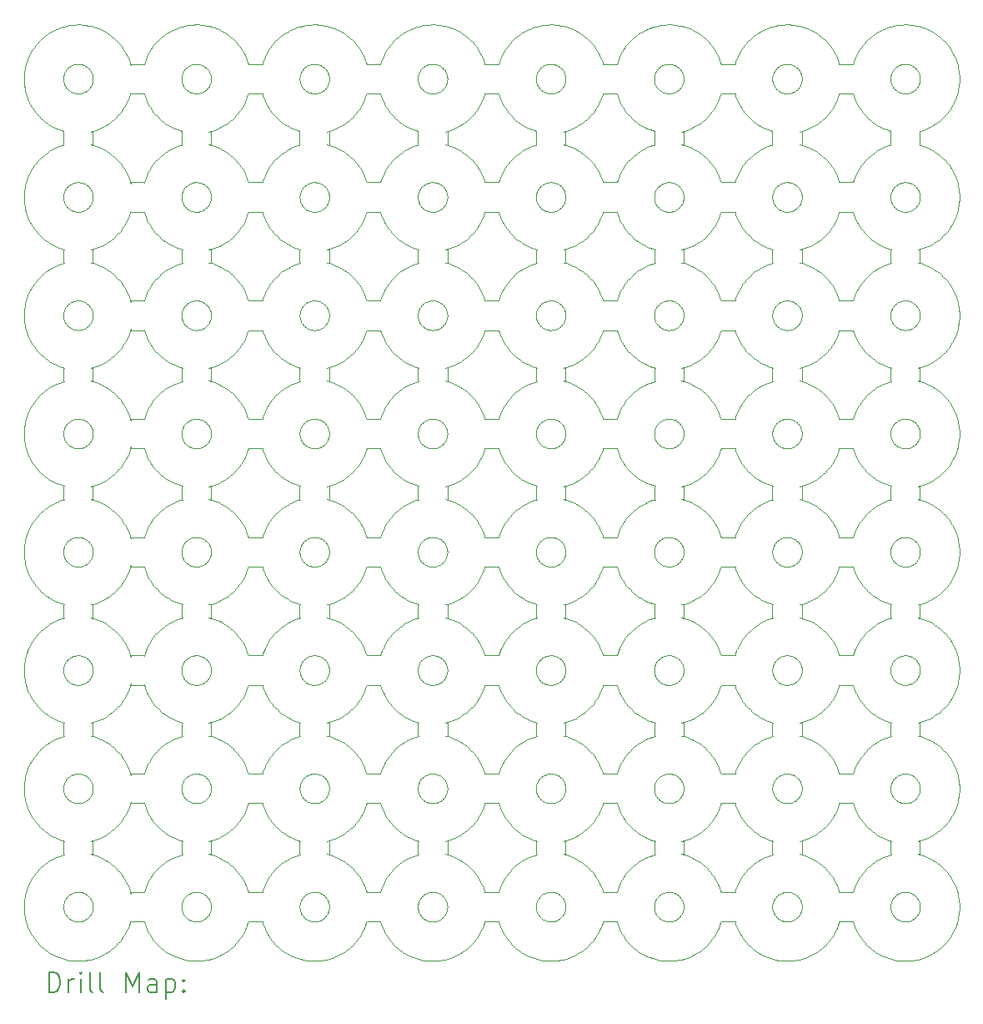
<source format=gbr>
%FSLAX45Y45*%
G04 Gerber Fmt 4.5, Leading zero omitted, Abs format (unit mm)*
G04 Created by KiCad (PCBNEW 6.0.4-6f826c9f35~116~ubuntu18.04.1) date 2022-07-20 17:56:52*
%MOMM*%
%LPD*%
G01*
G04 APERTURE LIST*
%TA.AperFunction,Profile*%
%ADD10C,0.100000*%
%TD*%
%ADD11C,0.200000*%
G04 APERTURE END LIST*
D10*
X2786475Y-8953647D02*
X2772388Y-8976924D01*
X4035387Y-7211531D02*
X4053775Y-7231585D01*
X6401695Y-4131095D02*
X6386475Y-4153647D01*
X7759274Y-8782972D02*
X7736535Y-8797912D01*
X5625817Y-5501893D02*
X5633169Y-5500886D01*
X6884758Y-3104081D02*
X6891930Y-3105987D01*
X3136801Y-4351347D02*
X3141816Y-4345878D01*
X9105351Y-6809644D02*
X9107521Y-6802548D01*
X4376984Y-1918835D02*
X4383558Y-1915393D01*
X10655585Y-9760022D02*
X10680558Y-9749223D01*
X9381846Y-10521178D02*
X9378162Y-10527620D01*
X2181846Y-9178738D02*
X2185206Y-9185353D01*
X4795782Y-7277531D02*
X4816504Y-7259899D01*
X5541816Y-3354038D02*
X5536801Y-3348569D01*
X5512901Y-1988722D02*
X5516097Y-1982025D01*
X8169862Y-2139917D02*
X8165267Y-2145743D01*
X5147751Y-1825424D02*
X5137262Y-1850529D01*
X2084758Y-4595835D02*
X2077501Y-4597384D01*
X6418013Y-9590593D02*
X6435387Y-9611531D01*
X4305351Y-9290272D02*
X4303534Y-9283078D01*
X4299878Y-8053668D02*
X4299878Y-8046248D01*
X3349833Y-3361760D02*
X3344182Y-3366569D01*
X10596904Y-9220467D02*
X10598183Y-9227776D01*
X5793271Y-8093833D02*
X5790926Y-8100873D01*
X8747751Y-10674491D02*
X8759470Y-10699046D01*
X7856758Y-3764955D02*
X7882462Y-3773873D01*
X8084758Y-8195835D02*
X8077501Y-8197384D01*
X10999159Y-10422758D02*
X10997142Y-10395625D01*
X8835387Y-3611531D02*
X8853775Y-3631585D01*
X2155240Y-6743238D02*
X2160389Y-6748581D01*
X2174164Y-7966045D02*
X2178162Y-7972296D01*
X10578162Y-4527620D02*
X10574164Y-4533871D01*
X6703534Y-6883078D02*
X6702075Y-6875802D01*
X10364387Y-10573243D02*
X10358395Y-10568867D01*
X2112757Y-10586121D02*
X2105946Y-10589066D01*
X6999832Y-5649958D02*
X6999648Y-5657376D01*
X10751851Y-5190301D02*
X10728750Y-5175928D01*
X2747751Y-1825424D02*
X2737262Y-1850529D01*
X2505718Y-1742276D02*
X2489944Y-1720108D01*
X4565267Y-6754173D02*
X4569862Y-6759999D01*
X4341816Y-9354038D02*
X4336801Y-9348569D01*
X6699878Y-9246248D02*
X6700245Y-9238837D01*
X9920735Y-6699958D02*
X9778812Y-6699958D01*
X2198183Y-8027776D02*
X2199098Y-8035140D01*
X1673132Y-4850704D02*
X1693412Y-4868843D01*
X7806827Y-8543363D02*
X7831525Y-8554777D01*
X5523462Y-5730770D02*
X5519620Y-5724422D01*
X3733883Y-10188817D02*
X3720376Y-10165198D01*
X6804186Y-9107072D02*
X6811308Y-9104989D01*
X10585206Y-1985353D02*
X10588236Y-1992127D01*
X4655585Y-3760022D02*
X4680558Y-3749223D01*
X10565267Y-6945743D02*
X10560389Y-6951334D01*
X9595782Y-4877531D02*
X9616504Y-4859899D01*
X7964387Y-6726673D02*
X7970589Y-6722598D01*
X6804186Y-4307072D02*
X6811308Y-4304989D01*
X3190294Y-5787636D02*
X3183558Y-5784523D01*
X5611308Y-3104989D02*
X5618524Y-3103262D01*
X5765267Y-7954173D02*
X5769862Y-7959999D01*
X10462802Y-5500520D02*
X10470177Y-5501344D01*
X5725900Y-5779239D02*
X5719414Y-5782843D01*
X10560389Y-6748581D02*
X10565267Y-6754173D01*
X7080558Y-5150693D02*
X7055585Y-5139894D01*
X5253775Y-10831585D02*
X5273133Y-10850704D01*
X1932063Y-6942858D02*
X1927613Y-6936921D01*
X3390926Y-6900873D02*
X3388235Y-6907789D01*
X3262802Y-8199396D02*
X3255396Y-8199855D01*
X8304966Y-2537202D02*
X8328750Y-2523988D01*
X9127613Y-2136921D02*
X9123462Y-2130770D01*
X3102075Y-6824114D02*
X3103534Y-6816838D01*
X5647976Y-5799946D02*
X5640561Y-5799671D01*
X6386475Y-2953647D02*
X6372388Y-2976924D01*
X3132063Y-6757057D02*
X3136801Y-6751347D01*
X2786475Y-6553647D02*
X2772388Y-6576924D01*
X2853775Y-6468331D02*
X2835387Y-6488384D01*
X4440561Y-5799671D02*
X4433169Y-5799030D01*
X9595782Y-5222385D02*
X9574213Y-5205800D01*
X10341816Y-7945878D02*
X10347096Y-7940663D01*
X9110040Y-2104348D02*
X9107521Y-2097368D01*
X3107521Y-4402548D02*
X3110040Y-4395568D01*
X6146205Y-7086841D02*
X6157312Y-7062004D01*
X2169862Y-4359999D02*
X2174164Y-4366045D01*
X6944182Y-3133347D02*
X6949833Y-3138156D01*
X2567178Y-10263268D02*
X2557312Y-10237912D01*
X4455396Y-1900061D02*
X4462802Y-1900520D01*
X9147096Y-9359252D02*
X9141816Y-9354038D01*
X4299878Y-3246248D02*
X4300245Y-3238836D01*
X6727613Y-5562995D02*
X6732063Y-5557057D01*
X6631525Y-3945139D02*
X6606827Y-3956553D01*
X5576984Y-9381081D02*
X5570589Y-9377318D01*
X10300978Y-10468463D02*
X10300245Y-10461079D01*
X6847976Y-9099969D02*
X6855396Y-9100061D01*
X3240561Y-3399671D02*
X3233169Y-3399030D01*
X2853775Y-6031585D02*
X2873132Y-6050704D01*
X10018013Y-6509323D02*
X10001695Y-6531095D01*
X1908577Y-3918406D02*
X1882462Y-3926042D01*
X7547751Y-1825424D02*
X7537262Y-1850529D01*
X1899878Y-4446248D02*
X1900245Y-4438837D01*
X4001695Y-4131095D02*
X3986475Y-4153647D01*
X6752626Y-6964199D02*
X6747096Y-6959252D01*
X4491930Y-3393929D02*
X4484758Y-3395835D01*
X10462802Y-1900520D02*
X10470177Y-1901344D01*
X7941816Y-5545878D02*
X7947096Y-5540664D01*
X6073093Y-4801170D02*
X6089944Y-4779808D01*
X4383558Y-10315393D02*
X4390294Y-10312280D01*
X9305946Y-8189066D02*
X9298998Y-8191671D01*
X9240561Y-2199671D02*
X9233169Y-2199030D01*
X6898998Y-5508245D02*
X6905946Y-5510850D01*
X4574164Y-4366045D02*
X4578162Y-4372296D01*
X4889944Y-5979808D02*
X4905718Y-5957639D01*
X7912901Y-4388722D02*
X7916097Y-4382025D01*
X8473093Y-8401170D02*
X8489944Y-8379808D01*
X7693412Y-9668843D02*
X7714563Y-9685957D01*
X2177896Y-8584841D02*
X2204191Y-8577853D01*
X3355240Y-7943238D02*
X3360388Y-7948581D01*
X3733883Y-4711099D02*
X3746205Y-4686841D01*
X7367178Y-9063268D02*
X7357312Y-9037912D01*
X8395782Y-7277531D02*
X8416504Y-7259899D01*
X5201695Y-4131095D02*
X5186475Y-4153647D01*
X1997175Y-4309504D02*
X2004186Y-4307072D01*
X8728026Y-2223794D02*
X8737262Y-2249387D01*
X9100978Y-6868463D02*
X9100245Y-6861079D01*
X7997175Y-6990412D02*
X7990294Y-6987636D01*
X9110040Y-6795568D02*
X9112901Y-6788722D01*
X8772388Y-7122992D02*
X8786475Y-7146269D01*
X5218013Y-2390593D02*
X5235387Y-2411531D01*
X9928026Y-8223794D02*
X9937262Y-8249387D01*
X2098998Y-3108245D02*
X2105946Y-3110849D01*
X1923462Y-5569146D02*
X1927613Y-5562995D01*
X2720068Y-4597777D02*
X2728026Y-4623794D01*
X10889944Y-9579808D02*
X10905718Y-9557639D01*
X5527613Y-3336921D02*
X5523462Y-3330770D01*
X2155240Y-4556678D02*
X2149833Y-4561760D01*
X10305351Y-10490272D02*
X10303534Y-10483078D01*
X8098998Y-10591671D02*
X8091930Y-10593929D01*
X9105351Y-3209644D02*
X9107521Y-3202548D01*
X6347751Y-9474491D02*
X6359470Y-9499046D01*
X6418013Y-1709323D02*
X6401695Y-1731095D01*
X6978162Y-6927620D02*
X6974164Y-6933871D01*
X8188235Y-6907789D02*
X8185206Y-6914562D01*
X9100245Y-10461079D02*
X9099878Y-10453668D01*
X9390926Y-8100873D02*
X9388236Y-8107789D01*
X6682462Y-10973874D02*
X6708577Y-10981510D01*
X10136535Y-3702004D02*
X10159274Y-3716944D01*
X6073093Y-4098746D02*
X6055207Y-4078244D01*
X6732063Y-5742858D02*
X6727613Y-5736921D01*
X7912901Y-3188722D02*
X7916097Y-3182025D01*
X2199648Y-2042540D02*
X2199832Y-2049958D01*
X10498998Y-10308245D02*
X10505946Y-10310850D01*
X4470177Y-7901344D02*
X4477501Y-7902532D01*
X7601695Y-5968821D02*
X7618013Y-5990593D01*
X4093412Y-10031073D02*
X4073132Y-10049212D01*
X9377896Y-6184841D02*
X9404191Y-6177853D01*
X5552626Y-5764199D02*
X5547096Y-5759252D01*
X2557312Y-9462004D02*
X2567178Y-9436648D01*
X4073132Y-10850704D02*
X4093412Y-10868843D01*
X10477501Y-7902532D02*
X10484758Y-7904081D01*
X5662802Y-3100520D02*
X5670177Y-3101344D01*
X4967178Y-10636648D02*
X4975777Y-10610835D01*
X7346205Y-9013075D02*
X7333883Y-8988817D01*
X1513406Y-7928519D02*
X1508057Y-7955196D01*
X7151851Y-5190301D02*
X7128750Y-5175928D01*
X3298998Y-10308245D02*
X3305946Y-10310850D01*
X6938299Y-6971092D02*
X6932201Y-6975319D01*
X6996904Y-2079449D02*
X6995266Y-2086686D01*
X6877501Y-6702532D02*
X6884758Y-6704081D01*
X2004186Y-10592844D02*
X1997175Y-10590412D01*
X8160388Y-3148581D02*
X8165267Y-3154173D01*
X10505946Y-7910849D02*
X10512757Y-7913795D01*
X1958395Y-5768867D02*
X1952626Y-5764199D01*
X10323462Y-10369146D02*
X10327613Y-10362995D01*
X6702075Y-3224114D02*
X6703534Y-3216838D01*
X6700245Y-6861079D02*
X6699878Y-6853668D01*
X9006827Y-6143363D02*
X9031525Y-6154777D01*
X4352626Y-9364199D02*
X4347096Y-9359252D01*
X2055396Y-1900061D02*
X2062802Y-1900520D01*
X5769862Y-5559999D02*
X5774164Y-5566045D01*
X2165267Y-9345743D02*
X2160389Y-9351335D01*
X7905351Y-3290272D02*
X7903534Y-3283078D01*
X1601695Y-5968821D02*
X1618013Y-5990593D01*
X4728750Y-3975928D02*
X4704966Y-3962714D01*
X1635387Y-7688384D02*
X1618013Y-7709323D01*
X4967178Y-9063268D02*
X4957312Y-9037912D01*
X1899878Y-6846248D02*
X1900245Y-6838836D01*
X4383558Y-8184523D02*
X4376984Y-8181081D01*
X6732063Y-9157057D02*
X6736801Y-9151347D01*
X8982724Y-1569174D02*
X8959274Y-1582972D01*
X4905718Y-3557639D02*
X4920376Y-3534718D01*
X4604191Y-7522063D02*
X4577896Y-7515075D01*
X9099916Y-9778977D02*
X9099916Y-9920939D01*
X6758395Y-3368867D02*
X6752626Y-3364199D01*
X10425817Y-1901893D02*
X10433169Y-1900886D01*
X8033169Y-10300886D02*
X8040561Y-10300245D01*
X10588236Y-2107789D02*
X10585206Y-2114563D01*
X5755240Y-2156678D02*
X5749833Y-2161760D01*
X4462802Y-7900520D02*
X4470177Y-7901344D01*
X5777896Y-5115075D02*
X5799916Y-5120927D01*
X6707521Y-10402548D02*
X6710040Y-10395568D01*
X5547096Y-8159252D02*
X5541816Y-8154038D01*
X7378812Y-10299958D02*
X7375777Y-10289081D01*
X9103534Y-5683078D02*
X9102075Y-5675802D01*
X6741816Y-4554038D02*
X6736801Y-4548569D01*
X9190294Y-5787636D02*
X9183558Y-5784523D01*
X10889944Y-2379808D02*
X10905718Y-2357639D01*
X2395782Y-6422385D02*
X2374213Y-6405800D01*
X6703534Y-9216838D02*
X6705351Y-9209644D01*
X5510040Y-9195568D02*
X5512901Y-9188722D01*
X10053775Y-10831585D02*
X10073133Y-10850704D01*
X6965267Y-8145743D02*
X6960388Y-8151334D01*
X2062802Y-9100520D02*
X2070177Y-9101344D01*
X2190926Y-4500873D02*
X2188236Y-4507789D01*
X3105351Y-10409644D02*
X3107521Y-10402548D01*
X4303534Y-3216838D02*
X4305351Y-3209644D01*
X6710040Y-10395568D02*
X6712901Y-10388722D01*
X9920735Y-3399958D02*
X9928026Y-3423794D01*
X7080558Y-7550693D02*
X7055585Y-7539894D01*
X7983558Y-9384523D02*
X7976984Y-9381081D01*
X8195266Y-10413230D02*
X8196904Y-10420467D01*
X6514563Y-7285957D02*
X6536535Y-7302004D01*
X9528750Y-5175928D02*
X9504966Y-5162714D01*
X2557312Y-7837912D02*
X2546205Y-7813074D01*
X7030109Y-7530342D02*
X7004191Y-7522063D01*
X4549833Y-2161760D02*
X4544182Y-2166569D01*
X6359470Y-4699046D02*
X6372388Y-4722992D01*
X4001695Y-7731095D02*
X3986475Y-7753647D01*
X10585206Y-2114563D02*
X10581846Y-2121178D01*
X3105351Y-2090272D02*
X3103534Y-2083078D01*
X4512757Y-9113795D02*
X4519414Y-9117073D01*
X10569862Y-4539917D02*
X10565267Y-4545743D01*
X3152626Y-8164199D02*
X3147096Y-8159252D01*
X4425817Y-6998023D02*
X4418524Y-6996654D01*
X9551851Y-9990301D02*
X9528750Y-9975928D01*
X8193271Y-5693833D02*
X8190926Y-5700873D01*
X5732201Y-10324597D02*
X5738299Y-10328824D01*
X5995782Y-10022385D02*
X5974213Y-10005800D01*
X10855207Y-6478244D02*
X10836328Y-6458652D01*
X10889944Y-5320108D02*
X10873093Y-5298746D01*
X6682462Y-3773873D02*
X6708577Y-3781509D01*
X2084758Y-10304081D02*
X2091930Y-10305987D01*
X6741816Y-1945878D02*
X6747096Y-1940663D01*
X7970589Y-3377318D02*
X7964387Y-3373243D01*
X8144182Y-10333347D02*
X8149833Y-10338156D01*
X6965267Y-4354173D02*
X6969862Y-4359999D01*
X4447977Y-4299969D02*
X4455396Y-4300061D01*
X6919414Y-6717073D02*
X6925900Y-6720677D01*
X10053775Y-4068331D02*
X10035387Y-4088384D01*
X9733883Y-4188817D02*
X9720376Y-4165198D01*
X5640561Y-6999671D02*
X5633169Y-6999030D01*
X6996904Y-9279449D02*
X6995266Y-9286686D01*
X3528750Y-8775928D02*
X3504966Y-8762714D01*
X4595266Y-5613230D02*
X4596904Y-5620467D01*
X4728750Y-2523988D02*
X4751851Y-2509615D01*
X8077501Y-7902532D02*
X8084758Y-7904081D01*
X2165267Y-7954173D02*
X2169862Y-7959999D01*
X6719620Y-10375494D02*
X6723462Y-10369146D01*
X3574213Y-2805800D02*
X3551851Y-2790301D01*
X2575777Y-9410835D02*
X2583090Y-9384628D01*
X9430109Y-1530342D02*
X9404191Y-1522063D01*
X10581846Y-3321178D02*
X10578162Y-3327620D01*
X3399916Y-9778989D02*
X3377896Y-9784841D01*
X5691930Y-10593929D02*
X5684758Y-10595835D01*
X10035387Y-10088385D02*
X10018013Y-10109323D01*
X2583090Y-9384628D02*
X2578812Y-9399958D01*
X2982724Y-10930742D02*
X3006827Y-10943363D01*
X2737262Y-9050529D02*
X2728026Y-9076122D01*
X10532201Y-2175319D02*
X10525900Y-2179239D01*
X10774213Y-8805800D02*
X10751851Y-8790301D01*
X5974213Y-8494116D02*
X5995782Y-8477531D01*
X9255396Y-9100061D02*
X9262802Y-9100520D01*
X9480558Y-8750693D02*
X9455585Y-8739894D01*
X9312757Y-7913795D02*
X9319414Y-7917073D01*
X5128026Y-9076122D02*
X5120735Y-9099958D01*
X6453775Y-5268331D02*
X6435387Y-5288385D01*
X7936801Y-1951347D02*
X7941816Y-1945878D01*
X4544182Y-9133347D02*
X4549833Y-9138156D01*
X2473093Y-1698746D02*
X2455207Y-1678244D01*
X9636328Y-10058652D02*
X9616504Y-10040017D01*
X1513406Y-4328519D02*
X1508057Y-4355196D01*
X5519620Y-10524422D02*
X5516097Y-10517891D01*
X10397175Y-10590412D02*
X10390294Y-10587636D01*
X5677501Y-10302532D02*
X5684758Y-10304081D01*
X4341816Y-6745878D02*
X4347096Y-6740663D01*
X1653775Y-8868331D02*
X1635387Y-8888385D01*
X9746205Y-4686841D02*
X9757312Y-4662004D01*
X8195266Y-3286686D02*
X8193271Y-3293833D01*
X6925900Y-9379239D02*
X6919414Y-9382843D01*
X1501345Y-9209179D02*
X1500000Y-9236354D01*
X9396904Y-9220467D02*
X9398183Y-9227776D01*
X9197175Y-4309504D02*
X9204186Y-4307072D01*
X10836328Y-6458652D02*
X10816504Y-6440017D01*
X4136535Y-8797912D02*
X4114563Y-8813959D01*
X3147096Y-5759252D02*
X3141816Y-5754038D01*
X7537262Y-4250529D02*
X7528026Y-4276122D01*
X1910040Y-5595568D02*
X1912901Y-5588722D01*
X10505946Y-9110850D02*
X10512757Y-9113795D01*
X3720376Y-7765198D02*
X3705718Y-7742276D01*
X8144182Y-3133347D02*
X8149833Y-3138156D01*
X6944182Y-5533347D02*
X6949833Y-5538156D01*
X9947751Y-3474491D02*
X9959470Y-3499046D01*
X4073132Y-5249212D02*
X4053775Y-5268331D01*
X1806827Y-5156553D02*
X1782724Y-5169174D01*
X9574213Y-6405800D02*
X9551851Y-6390301D01*
X9757312Y-7062004D02*
X9767178Y-7036648D01*
X5618524Y-4303262D02*
X5625817Y-4301893D01*
X6770589Y-4577318D02*
X6764387Y-4573243D01*
X9920735Y-2199958D02*
X9928026Y-2223794D01*
X5314563Y-4013959D02*
X5293412Y-4031073D01*
X5597175Y-6990412D02*
X5590294Y-6987636D01*
X6783558Y-10584523D02*
X6776984Y-10581081D01*
X4332063Y-9342859D02*
X4327613Y-9336921D01*
X2138300Y-10328824D02*
X2144182Y-10333347D01*
X2033169Y-5799030D02*
X2025817Y-5798023D01*
X10376984Y-4581081D02*
X10370589Y-4577318D01*
X8004186Y-10307072D02*
X8011308Y-10304989D01*
X4532201Y-8175319D02*
X4525900Y-8179239D01*
X10999832Y-8049958D02*
X10999159Y-8022758D01*
X3190294Y-4312280D02*
X3197175Y-4309504D01*
X2835387Y-4088384D02*
X2818013Y-4109323D01*
X3920735Y-10299958D02*
X3778812Y-10299958D01*
X8011308Y-3394926D02*
X8004186Y-3392844D01*
X3404191Y-9922063D02*
X3377896Y-9915075D01*
X10578162Y-3327620D02*
X10574164Y-3333871D01*
X10415840Y-10998907D02*
X10443029Y-10999916D01*
X2546205Y-9486841D02*
X2557312Y-9462004D01*
X8070177Y-10598572D02*
X8062802Y-10599396D01*
X7736535Y-5197912D02*
X7714563Y-5213959D01*
X8728026Y-4276122D02*
X8720735Y-4299958D01*
X9233169Y-5799030D02*
X9225817Y-5798023D01*
X3170589Y-2177318D02*
X3164387Y-2173243D01*
X5137262Y-5849387D02*
X5147751Y-5874491D01*
X6877501Y-3102532D02*
X6884758Y-3104081D01*
X9099916Y-3920939D02*
X9108577Y-3918406D01*
X10341816Y-4345878D02*
X10347096Y-4340664D01*
X10397175Y-5509504D02*
X10404186Y-5507072D01*
X8138299Y-6728824D02*
X8144182Y-6733347D01*
X5558395Y-4331049D02*
X5564387Y-4326673D01*
X8070177Y-4598572D02*
X8062802Y-4599396D01*
X9937262Y-6650529D02*
X9928026Y-6676121D01*
X1907521Y-6802548D02*
X1910040Y-6795568D01*
X9374164Y-9166045D02*
X9378162Y-9172296D01*
X5523462Y-7969146D02*
X5527613Y-7962995D01*
X2583090Y-9115288D02*
X2575777Y-9089081D01*
X9393271Y-9206083D02*
X9395266Y-9213230D01*
X8084758Y-10304081D02*
X8091930Y-10305987D01*
X4231525Y-7545139D02*
X4206827Y-7556553D01*
X4680558Y-8750693D02*
X4655585Y-8739894D01*
X9183558Y-10584523D02*
X9176984Y-10581081D01*
X4549833Y-5538156D02*
X4555240Y-5543238D01*
X10946205Y-7813074D02*
X10933883Y-7788817D01*
X6840561Y-10300245D02*
X6847976Y-10299969D01*
X8165267Y-6754173D02*
X8169862Y-6759999D01*
X6631525Y-9754777D02*
X6656758Y-9764955D01*
X5625817Y-1901893D02*
X5633169Y-1900886D01*
X1653775Y-6031585D02*
X1673132Y-6050704D01*
X10282462Y-2573874D02*
X10299916Y-2578977D01*
X2747751Y-2274491D02*
X2759470Y-2299046D01*
X1572388Y-4176924D02*
X1559470Y-4200870D01*
X5431525Y-6154777D02*
X5456758Y-6164955D01*
X8155240Y-10556678D02*
X8149833Y-10561760D01*
X10447977Y-3399946D02*
X10440561Y-3399671D01*
X5137262Y-3050529D02*
X5128026Y-3076121D01*
X1759274Y-2782972D02*
X1736535Y-2797912D01*
X6699916Y-2720939D02*
X6682462Y-2726042D01*
X1903534Y-10483078D02*
X1902075Y-10475802D01*
X8040561Y-3100245D02*
X8047976Y-3099969D01*
X9928026Y-3423794D02*
X9937262Y-3449387D01*
X8873133Y-7649211D02*
X8853775Y-7668331D01*
X5431525Y-3754777D02*
X5456758Y-3764955D01*
X3319414Y-9382843D02*
X3312757Y-9386121D01*
X4498998Y-6991671D02*
X4491930Y-6993929D01*
X9312757Y-4313795D02*
X9319414Y-4317073D01*
X6699916Y-9920939D02*
X6708577Y-9918406D01*
X6716097Y-1982025D02*
X6719620Y-1975494D01*
X10604191Y-2577853D02*
X10630109Y-2569573D01*
X2199098Y-4464776D02*
X2198183Y-4472140D01*
X3928026Y-7023794D02*
X3937262Y-7049387D01*
X5765267Y-1954173D02*
X5769862Y-1959999D01*
X5855585Y-9939894D02*
X5830109Y-9930343D01*
X10774213Y-4894116D02*
X10795782Y-4877531D01*
X3398183Y-6827776D02*
X3399098Y-6835140D01*
X8084758Y-4595835D02*
X8077501Y-4597384D01*
X9775777Y-9089081D02*
X9767178Y-9063268D01*
X9116097Y-8117891D02*
X9112901Y-8111194D01*
X6175777Y-4289081D02*
X6167178Y-4263268D01*
X5796904Y-6820467D02*
X5798183Y-6827776D01*
X8436328Y-4841264D02*
X8455207Y-4821672D01*
X2055396Y-3100061D02*
X2062802Y-3100520D01*
X6682462Y-9926042D02*
X6656758Y-9934961D01*
X2374213Y-3694116D02*
X2395782Y-3677531D01*
X10390294Y-4587636D02*
X10383558Y-4584523D01*
X3291930Y-1905987D02*
X3298998Y-1908245D01*
X4574164Y-3166045D02*
X4578162Y-3172296D01*
X6999098Y-8064776D02*
X6998183Y-8072140D01*
X4978812Y-6999958D02*
X5120735Y-6999958D01*
X1831525Y-8554777D02*
X1856758Y-8564955D01*
X8196904Y-10420467D02*
X8198183Y-10427776D01*
X5655396Y-6700061D02*
X5662802Y-6700520D01*
X1504033Y-2117811D02*
X1508057Y-2144720D01*
X8169862Y-10539917D02*
X8165267Y-10545743D01*
X9031525Y-2745139D02*
X9006827Y-2756553D01*
X5253775Y-2431585D02*
X5273133Y-2450704D01*
X9959470Y-9000870D02*
X9947751Y-9025425D01*
X2160389Y-4348581D02*
X2165267Y-4354173D01*
X9369862Y-8139917D02*
X9365267Y-8145743D01*
X6699916Y-4978977D02*
X6699916Y-5120939D01*
X3170589Y-3122598D02*
X3176984Y-3118835D01*
X2959274Y-5182972D02*
X2936535Y-5197912D01*
X9399832Y-2049958D02*
X9399648Y-2057376D01*
X10035387Y-4811531D02*
X10053775Y-4831585D01*
X3123462Y-7969146D02*
X3127613Y-7962995D01*
X10341816Y-9145878D02*
X10347096Y-9140664D01*
X5712757Y-8186121D02*
X5705946Y-8189066D01*
X5655396Y-4300061D02*
X5662802Y-4300520D01*
X8759470Y-9000870D02*
X8747751Y-9025425D01*
X10299916Y-6320939D02*
X10308577Y-6318406D01*
X5564387Y-2173243D02*
X5558395Y-2168867D01*
X3100978Y-6831452D02*
X3102075Y-6824114D01*
X10599832Y-6849958D02*
X10599648Y-6857376D01*
X7693412Y-7268843D02*
X7714563Y-7285957D01*
X2416504Y-6059899D02*
X2436328Y-6041264D01*
X1900245Y-2061079D02*
X1899878Y-2053668D01*
X6146205Y-4213075D02*
X6133883Y-4188817D01*
X5788235Y-1992127D02*
X5790926Y-1999042D01*
X2018524Y-3396654D02*
X2011308Y-3394926D01*
X8351851Y-7590301D02*
X8328750Y-7575928D01*
X3551851Y-6109615D02*
X3574213Y-6094116D01*
X2193271Y-4406083D02*
X2195266Y-4413230D01*
X2165267Y-1954173D02*
X2169862Y-1959999D01*
X2720735Y-5799958D02*
X2720068Y-5797776D01*
X7151851Y-7590301D02*
X7128750Y-7575928D01*
X3381846Y-2121178D02*
X3378162Y-2127620D01*
X9262802Y-5500520D02*
X9270177Y-5501344D01*
X6700978Y-10431453D02*
X6702075Y-10424114D01*
X2040561Y-6999671D02*
X2033169Y-6999030D01*
X2011308Y-6994926D02*
X2004186Y-6992844D01*
X5804191Y-7377853D02*
X5830109Y-7369573D01*
X2489944Y-6520108D02*
X2473093Y-6498746D01*
X9215840Y-10998907D02*
X9243029Y-10999916D01*
X3778812Y-1899958D02*
X3775777Y-1889081D01*
X6707521Y-8002548D02*
X6710040Y-7995568D01*
X6716097Y-6782025D02*
X6719620Y-6775494D01*
X9377896Y-3784841D02*
X9404191Y-3777853D01*
X10231525Y-4954777D02*
X10256758Y-4964955D01*
X10957312Y-6637912D02*
X10946205Y-6613074D01*
X1500000Y-4436354D02*
X1500000Y-4463562D01*
X3147096Y-5540664D02*
X3152626Y-5535717D01*
X5499916Y-3778977D02*
X5499916Y-3920939D01*
X4182724Y-6369174D02*
X4159274Y-6382972D01*
X5765267Y-3345743D02*
X5760388Y-3351334D01*
X5431525Y-3945139D02*
X5406827Y-3956553D01*
X4855207Y-7678244D02*
X4836328Y-7658652D01*
X6146205Y-9486841D02*
X6157312Y-9462004D01*
X6175777Y-5810835D02*
X6178812Y-5799958D01*
X5382724Y-1569174D02*
X5359274Y-1582972D01*
X9616504Y-7640017D02*
X9595782Y-7622385D01*
X5186475Y-2346269D02*
X5201695Y-2368821D01*
X9374164Y-10533871D02*
X9369862Y-10539917D01*
X8040561Y-4599671D02*
X8033169Y-4599030D01*
X9399098Y-9264776D02*
X9398183Y-9272140D01*
X8165267Y-10354173D02*
X8169862Y-10359999D01*
X7923462Y-6769146D02*
X7927613Y-6762995D01*
X2728026Y-10276122D02*
X2720068Y-10302139D01*
X5744182Y-8166569D02*
X5738299Y-8171092D01*
X9551851Y-6109615D02*
X9574213Y-6094116D01*
X6912757Y-8186121D02*
X6905946Y-8189066D01*
X10751851Y-1590301D02*
X10728750Y-1575928D01*
X5719414Y-4317073D02*
X5725900Y-4320677D01*
X7289944Y-7179808D02*
X7305718Y-7157639D01*
X5382724Y-9730742D02*
X5406827Y-9743363D01*
X3369862Y-7959999D02*
X3374164Y-7966045D01*
X9689944Y-5320108D02*
X9673093Y-5298746D01*
X1900245Y-6861079D02*
X1899878Y-6853668D01*
X3190294Y-3387636D02*
X3183558Y-3384523D01*
X10920376Y-7765198D02*
X10905718Y-7742276D01*
X3360388Y-8151334D02*
X3355240Y-8156678D01*
X6999098Y-2035140D02*
X6999648Y-2042540D01*
X4302075Y-5624114D02*
X4303534Y-5616838D01*
X6996904Y-9220467D02*
X6998183Y-9227776D01*
X3255396Y-4599855D02*
X3247976Y-4599947D01*
X10364387Y-4326673D02*
X10370589Y-4322598D01*
X9270177Y-9398572D02*
X9262802Y-9399396D01*
X4599098Y-9235140D02*
X4599648Y-9242540D01*
X7907521Y-5602548D02*
X7910040Y-5595568D01*
X1653775Y-8431585D02*
X1673132Y-8450704D01*
X3720376Y-1765198D02*
X3705718Y-1742276D01*
X4299916Y-2578977D02*
X4299916Y-2720939D01*
X10595266Y-4413230D02*
X10596904Y-4420467D01*
X6999098Y-4464776D02*
X6998183Y-4472140D01*
X1941816Y-5545878D02*
X1947096Y-5540664D01*
X2155240Y-5543238D02*
X2160389Y-5548581D01*
X5558395Y-8168867D02*
X5552626Y-8164199D01*
X3240561Y-8199671D02*
X3233169Y-8199030D01*
X6862802Y-9399396D02*
X6855396Y-9399855D01*
X6036328Y-7658652D02*
X6016503Y-7640017D01*
X8546205Y-10213075D02*
X8533883Y-10188817D01*
X9056758Y-6334960D02*
X9031525Y-6345139D01*
X7216503Y-6440017D02*
X7195782Y-6422385D01*
X6840561Y-9100245D02*
X6847976Y-9099969D01*
X9240561Y-7900245D02*
X9247977Y-7899969D01*
X9225817Y-6998023D02*
X9218524Y-6996654D01*
X3689944Y-8379808D02*
X3705718Y-8357639D01*
X1500000Y-3236354D02*
X1500000Y-3263562D01*
X6847976Y-1899969D02*
X6855396Y-1900061D01*
X2520376Y-2965198D02*
X2505718Y-2942276D01*
X1882462Y-2573874D02*
X1899916Y-2578977D01*
X4370589Y-7922598D02*
X4376984Y-7918835D01*
X6999916Y-3920927D02*
X6999916Y-3778989D01*
X3733883Y-7111099D02*
X3746205Y-7086841D01*
X8204191Y-3922063D02*
X8177896Y-3915075D01*
X5655396Y-3100061D02*
X5662802Y-3100520D01*
X2304966Y-7337202D02*
X2328750Y-7323988D01*
X6328026Y-10276122D02*
X6320735Y-10299958D01*
X5172388Y-3522992D02*
X5186475Y-3546269D01*
X5904966Y-2762714D02*
X5880558Y-2750693D01*
X3099878Y-6853668D02*
X3099878Y-6846248D01*
X6996904Y-3279449D02*
X6995266Y-3286686D01*
X2436328Y-7241264D02*
X2455207Y-7221672D01*
X1988734Y-10996554D02*
X2015840Y-10998907D01*
X4206827Y-8756553D02*
X4182724Y-8769174D01*
X10411308Y-3104989D02*
X10418524Y-3103262D01*
X7520735Y-8199958D02*
X7528026Y-8223794D01*
X7936801Y-9348569D02*
X7932063Y-9342859D01*
X9937262Y-5450529D02*
X9928026Y-5476122D01*
X4630109Y-4969573D02*
X4655585Y-4960022D01*
X7831525Y-2554777D02*
X7856758Y-2564955D01*
X7004191Y-3922063D02*
X6977896Y-3915075D01*
X8125900Y-4320677D02*
X8132201Y-4324597D01*
X10569862Y-9339917D02*
X10565267Y-9345743D01*
X8025817Y-9101893D02*
X8033169Y-9100886D01*
X9147096Y-10559252D02*
X9141816Y-10554038D01*
X4967178Y-4636648D02*
X4975777Y-4610835D01*
X9127613Y-4536921D02*
X9123462Y-4530770D01*
X6938299Y-3371092D02*
X6932201Y-3375319D01*
X3381846Y-7978738D02*
X3385206Y-7985353D01*
X10590926Y-3300873D02*
X10588236Y-3307789D01*
X8011308Y-9394927D02*
X8004186Y-9392844D01*
X6993271Y-5606082D02*
X6995266Y-5613230D01*
X5597175Y-10590412D02*
X5590294Y-10587636D01*
X4774213Y-1605800D02*
X4751851Y-1590301D01*
X10447977Y-6999946D02*
X10440561Y-6999671D01*
X10595266Y-5613230D02*
X10596904Y-5620467D01*
X3132063Y-3157057D02*
X3136801Y-3151347D01*
X10728750Y-6123988D02*
X10751851Y-6109615D01*
X5382724Y-10930742D02*
X5406827Y-10943363D01*
X9158395Y-4568867D02*
X9152626Y-4564199D01*
X4310040Y-4504348D02*
X4307521Y-4497368D01*
X1919620Y-3175494D02*
X1923462Y-3169146D01*
X8062802Y-6700520D02*
X8070177Y-6701344D01*
X9270177Y-5501344D02*
X9277501Y-5502532D01*
X6855396Y-4599855D02*
X6847976Y-4599947D01*
X10946205Y-2286841D02*
X10957312Y-2262004D01*
X4370589Y-3122598D02*
X4376984Y-3118835D01*
X4470177Y-5798572D02*
X4462802Y-5799396D01*
X6703534Y-5616838D02*
X6705351Y-5609644D01*
X10336801Y-10548569D02*
X10332063Y-10542859D01*
X1983558Y-5515393D02*
X1990294Y-5512280D01*
X10569862Y-5739917D02*
X10565267Y-5745743D01*
X10332063Y-10542859D02*
X10327613Y-10536921D01*
X10491930Y-4305987D02*
X10498998Y-4308245D01*
X8473093Y-4098746D02*
X8455207Y-4078244D01*
X10795782Y-10877531D02*
X10816504Y-10859899D01*
X6758395Y-9131049D02*
X6764387Y-9126673D01*
X3430109Y-4969573D02*
X3455585Y-4960022D01*
X10581846Y-8121178D02*
X10578162Y-8127620D01*
X4599648Y-10442540D02*
X4599832Y-10449958D01*
X6719620Y-3324422D02*
X6716097Y-3317891D01*
X4538300Y-8171092D02*
X4532201Y-8175319D01*
X2818013Y-4109323D02*
X2801695Y-4131095D01*
X6932201Y-4575319D02*
X6925900Y-4579239D01*
X4599832Y-5649958D02*
X4599648Y-5657376D01*
X3528750Y-1575928D02*
X3504966Y-1562714D01*
X7236328Y-4058652D02*
X7216503Y-4040017D01*
X9377896Y-2715075D02*
X9399916Y-2720927D01*
X6862802Y-3100520D02*
X6870177Y-3101344D01*
X4595266Y-8013230D02*
X4596904Y-8020467D01*
X6359470Y-7099046D02*
X6372388Y-7122992D01*
X6974164Y-3333871D02*
X6969862Y-3339917D01*
X2759470Y-5400870D02*
X2747751Y-5425425D01*
X2047976Y-10299969D02*
X2055396Y-10300061D01*
X5503534Y-10483078D02*
X5502075Y-10475802D01*
X4316097Y-6782025D02*
X4319620Y-6775494D01*
X5359274Y-6116944D02*
X5382724Y-6130742D01*
X4538300Y-1928824D02*
X4544182Y-1933347D01*
X9504966Y-8762714D02*
X9480558Y-8750693D01*
X6981846Y-5721178D02*
X6978162Y-5727620D01*
X10967178Y-8236648D02*
X10975777Y-8210835D01*
X4598183Y-10472140D02*
X4596904Y-10479449D01*
X7990294Y-4312280D02*
X7997175Y-4309504D01*
X9972388Y-9522992D02*
X9986475Y-9546269D01*
X5482462Y-8573874D02*
X5508577Y-8581510D01*
X1831525Y-6154777D02*
X1856758Y-6164955D01*
X7976984Y-8181081D02*
X7970589Y-8177318D01*
X9312757Y-3386121D02*
X9305946Y-3389066D01*
X6999916Y-2578989D02*
X6977896Y-2584841D01*
X5670235Y-10999579D02*
X5697391Y-10997898D01*
X10447977Y-3099969D02*
X10455396Y-3100061D01*
X4588236Y-4507789D02*
X4585206Y-4514563D01*
X2018524Y-2196654D02*
X2011308Y-2194927D01*
X9110040Y-1995568D02*
X9112901Y-1988722D01*
X7936801Y-10548569D02*
X7932063Y-10542859D01*
X1947096Y-6959252D02*
X1941816Y-6954038D01*
X10519414Y-2182843D02*
X10512757Y-2186121D01*
X4512757Y-3113795D02*
X4519414Y-3117073D01*
X2873132Y-8450704D02*
X2893412Y-8468843D01*
X3277501Y-9397384D02*
X3270177Y-9398572D01*
X9103534Y-8016838D02*
X9105351Y-8009644D01*
X6977896Y-4984841D02*
X7004191Y-4977853D01*
X3132063Y-9157057D02*
X3136801Y-9151347D01*
X3158395Y-8168867D02*
X3152626Y-8164199D01*
X10946205Y-1813074D02*
X10933883Y-1788817D01*
X5781846Y-5578738D02*
X5785206Y-5585353D01*
X7174213Y-6405800D02*
X7151851Y-6390301D01*
X7520735Y-4299958D02*
X7378812Y-4299958D01*
X4599916Y-3920927D02*
X4599916Y-3778989D01*
X4512757Y-7913795D02*
X4519414Y-7917073D01*
X6016503Y-2840017D02*
X5995782Y-2822385D01*
X8772388Y-2322992D02*
X8786475Y-2346269D01*
X10352626Y-10335717D02*
X10358395Y-10331049D01*
X1693412Y-6431073D02*
X1673132Y-6449211D01*
X9360389Y-3148581D02*
X9365267Y-3154173D01*
X8204191Y-10977853D02*
X8230109Y-10969573D01*
X5684758Y-2195835D02*
X5677501Y-2197384D01*
X10300978Y-5668463D02*
X10300245Y-5661079D01*
X10114563Y-6413959D02*
X10093412Y-6431073D01*
X6073093Y-10098746D02*
X6055207Y-10078244D01*
X8169862Y-4539917D02*
X8165267Y-4545743D01*
X4525900Y-9120677D02*
X4532201Y-9124597D01*
X3108577Y-5118406D02*
X3082462Y-5126042D01*
X3395266Y-2086686D02*
X3393271Y-2093833D01*
X9132063Y-2142859D02*
X9127613Y-2136921D01*
X2416504Y-9659899D02*
X2436328Y-9641264D01*
X2982724Y-9730742D02*
X3006827Y-9743363D01*
X8011308Y-6704989D02*
X8018524Y-6703262D01*
X1618013Y-10790593D02*
X1635387Y-10811531D01*
X6723462Y-6769146D02*
X6727613Y-6762995D01*
X3636328Y-8858652D02*
X3616503Y-8840017D01*
X8185206Y-4385353D02*
X8188235Y-4392127D01*
X4549833Y-6738156D02*
X4555240Y-6743238D01*
X10282462Y-2726042D02*
X10256758Y-2734961D01*
X8455207Y-10078244D02*
X8436328Y-10058652D01*
X3720376Y-5934718D02*
X3733883Y-5911099D01*
X3298998Y-9108245D02*
X3305946Y-9110850D01*
X4053775Y-7668331D02*
X4035387Y-7688384D01*
X5502075Y-5624114D02*
X5503534Y-5616838D01*
X9393271Y-10493833D02*
X9390926Y-10500873D01*
X3504966Y-5162714D02*
X3480558Y-5150693D01*
X5500978Y-5668463D02*
X5500245Y-5661079D01*
X1586475Y-10746269D02*
X1601695Y-10768821D01*
X10555240Y-3356678D02*
X10549833Y-3361760D01*
X1782724Y-1569174D02*
X1759274Y-1582972D01*
X5499878Y-8046248D02*
X5500245Y-8038836D01*
X6955240Y-9143238D02*
X6960388Y-9148581D01*
X10836328Y-8441264D02*
X10855207Y-8421672D01*
X4599098Y-4435140D02*
X4599648Y-4442540D01*
X8720735Y-9399958D02*
X8728026Y-9423794D01*
X4282462Y-4973874D02*
X4308577Y-4981510D01*
X8193271Y-2006082D02*
X8195266Y-2013230D01*
X10590926Y-4399043D02*
X10593271Y-4406083D01*
X4305351Y-5690272D02*
X4303534Y-5683078D01*
X8155240Y-9143238D02*
X8160388Y-9148581D01*
X6347751Y-7074491D02*
X6359470Y-7099046D01*
X4411308Y-6994926D02*
X4404186Y-6992844D01*
X9325900Y-1920677D02*
X9332201Y-1924597D01*
X8190926Y-5599042D02*
X8193271Y-5606082D01*
X7990294Y-3112280D02*
X7997175Y-3109504D01*
X7618013Y-4790593D02*
X7635387Y-4811531D01*
X7932063Y-10357057D02*
X7936801Y-10351347D01*
X2747751Y-9025425D02*
X2737262Y-9050529D01*
X8169862Y-7959999D02*
X8174164Y-7966045D01*
X6925900Y-6979239D02*
X6919414Y-6982843D01*
X10598183Y-10427776D02*
X10599098Y-10435140D01*
X3319414Y-4582843D02*
X3312757Y-4586121D01*
X3574213Y-10005800D02*
X3551851Y-9990301D01*
X3551851Y-9990301D02*
X3528750Y-9975928D01*
X10364387Y-10326673D02*
X10370589Y-10322598D01*
X2936535Y-5197912D02*
X2914563Y-5213959D01*
X3381846Y-10521178D02*
X3378162Y-10527620D01*
X9928026Y-7023794D02*
X9937262Y-7049387D01*
X1559470Y-7099046D02*
X1572388Y-7122992D01*
X4599098Y-4464776D02*
X4598183Y-4472140D01*
X9325900Y-6979239D02*
X9319414Y-6982843D01*
X2578812Y-4599958D02*
X2720735Y-4599958D01*
X3100245Y-5638836D02*
X3100978Y-5631452D01*
X3551851Y-7590301D02*
X3528750Y-7575928D01*
X8177896Y-5115075D02*
X8199916Y-5120927D01*
X10538300Y-10571092D02*
X10532201Y-10575319D01*
X10983090Y-10315288D02*
X10975777Y-10289081D01*
X3262802Y-3399396D02*
X3255396Y-3399855D01*
X4975777Y-9089081D02*
X4967178Y-9063268D01*
X9240561Y-10599671D02*
X9233169Y-10599030D01*
X4555240Y-10556678D02*
X4549833Y-10561760D01*
X10889944Y-1720108D02*
X10873093Y-1698746D01*
X5218013Y-8909323D02*
X5201695Y-8931095D01*
X1947096Y-4340664D02*
X1952626Y-4335717D01*
X9006827Y-2756553D02*
X8982724Y-2769174D01*
X10114563Y-10013959D02*
X10093412Y-10031073D01*
X10319620Y-5724422D02*
X10316097Y-5717891D01*
X6998183Y-8072140D02*
X6996904Y-8079449D01*
X9108577Y-5118406D02*
X9082462Y-5126042D01*
X6435387Y-8888385D02*
X6418013Y-8909323D01*
X6891930Y-6993929D02*
X6884758Y-6995835D01*
X2105946Y-7910849D02*
X2112757Y-7913795D01*
X6372388Y-7122992D02*
X6386475Y-7146269D01*
X5691930Y-2193929D02*
X5684758Y-2195835D01*
X8015840Y-1501009D02*
X7988734Y-1503362D01*
X7378812Y-5499958D02*
X7375777Y-5489081D01*
X6133883Y-8311099D02*
X6146205Y-8286841D01*
X7856758Y-8734961D02*
X7831525Y-8745139D01*
X5235387Y-1688384D02*
X5218013Y-1709323D01*
X5576984Y-3118835D02*
X5583558Y-3115393D01*
X4505946Y-9110850D02*
X4512757Y-9113795D01*
X3338299Y-8171092D02*
X3332201Y-8175319D01*
X10256758Y-4964955D02*
X10282462Y-4973874D01*
X8177896Y-6315075D02*
X8199916Y-6320927D01*
X10593271Y-10493833D02*
X10590926Y-10500873D01*
X10855207Y-8878244D02*
X10836328Y-8858652D01*
X7289944Y-2379808D02*
X7305718Y-2357639D01*
X6105718Y-7742276D02*
X6089944Y-7720108D01*
X6776984Y-10581081D02*
X6770589Y-10577318D01*
X6960388Y-5751334D02*
X6955240Y-5756678D01*
X9720376Y-7765198D02*
X9705718Y-7742276D01*
X5253775Y-5268331D02*
X5235387Y-5288385D01*
X5799648Y-8057376D02*
X5799098Y-8064776D01*
X4206827Y-5156553D02*
X4182724Y-5169174D01*
X6167178Y-10263268D02*
X6157312Y-10237912D01*
X1572388Y-7122992D02*
X1586475Y-7146269D01*
X7905351Y-4490272D02*
X7903534Y-4483078D01*
X10093412Y-4868843D02*
X10114563Y-4885957D01*
X9247977Y-2199947D02*
X9240561Y-2199671D01*
X9141816Y-4554038D02*
X9136801Y-4548569D01*
X8062802Y-9399396D02*
X8055396Y-9399855D01*
X1952626Y-6964199D02*
X1947096Y-6959252D01*
X3291930Y-3105987D02*
X3298998Y-3108245D01*
X6988235Y-9192127D02*
X6990926Y-9199043D01*
X9277501Y-9397384D02*
X9270177Y-9398572D01*
X10299878Y-9253668D02*
X10299878Y-9246248D01*
X7806827Y-3956553D02*
X7782724Y-3969174D01*
X10370589Y-1922598D02*
X10376984Y-1918835D01*
X5547096Y-10340664D02*
X5552626Y-10335717D01*
X4231525Y-3945139D02*
X4206827Y-3956553D01*
X3778812Y-7899958D02*
X3775777Y-7889081D01*
X4001695Y-5331095D02*
X3986475Y-5353647D01*
X1513406Y-3128519D02*
X1508057Y-3155196D01*
X3344182Y-5766569D02*
X3338299Y-5771092D01*
X6985206Y-6785353D02*
X6988235Y-6792127D01*
X7912901Y-9188722D02*
X7916097Y-9182025D01*
X1559470Y-4200870D02*
X1547751Y-4225425D01*
X4816504Y-8459899D02*
X4836328Y-8441264D01*
X5527613Y-6762995D02*
X5532063Y-6757057D01*
X8055396Y-8199855D02*
X8047976Y-8199946D01*
X4341816Y-8154038D02*
X4336801Y-8148569D01*
X8144182Y-4566569D02*
X8138299Y-4571092D01*
X9056758Y-9934961D02*
X9031525Y-9945139D01*
X2801695Y-6531095D02*
X2786475Y-6553647D01*
X10983090Y-5784628D02*
X10989097Y-5758091D01*
X5698998Y-7908245D02*
X5705946Y-7910849D01*
X1513406Y-10328519D02*
X1508057Y-10355196D01*
X3218524Y-6996654D02*
X3211308Y-6994926D01*
X7080558Y-8750693D02*
X7055585Y-8739894D01*
X7151851Y-8509615D02*
X7174213Y-8494116D01*
X2759470Y-1800869D02*
X2747751Y-1825424D01*
X4470177Y-2198572D02*
X4462802Y-2199396D01*
X10282462Y-9926042D02*
X10256758Y-9934961D01*
X6719620Y-2124422D02*
X6716097Y-2117891D01*
X9381846Y-9321178D02*
X9378162Y-9327620D01*
X3100245Y-9238837D02*
X3100978Y-9231453D01*
X6727613Y-10536921D02*
X6723462Y-10530770D01*
X8165267Y-8145743D02*
X8160388Y-8151334D01*
X8255585Y-2560022D02*
X8280558Y-2549223D01*
X4390294Y-4312280D02*
X4397175Y-4309504D01*
X4599648Y-4442540D02*
X4599832Y-4449958D01*
X9233169Y-9399030D02*
X9225817Y-9398023D01*
X10364387Y-3373243D02*
X10358395Y-3368867D01*
X9218524Y-4303262D02*
X9225817Y-4301893D01*
X5951851Y-8509615D02*
X5974213Y-8494116D01*
X4307521Y-3297368D02*
X4305351Y-3290272D01*
X10443029Y-10999916D02*
X10470235Y-10999579D01*
X10231525Y-7354777D02*
X10256758Y-7364955D01*
X8747751Y-9474491D02*
X8759470Y-9499046D01*
X10319620Y-2124422D02*
X10316097Y-2117891D01*
X6386475Y-7753647D02*
X6372388Y-7776924D01*
X4114563Y-5213959D02*
X4093412Y-5231073D01*
X3108577Y-3918406D02*
X3082462Y-3926042D01*
X3378162Y-1972296D02*
X3381846Y-1978738D01*
X7952626Y-6964199D02*
X7947096Y-6959252D01*
X5597175Y-2190412D02*
X5590294Y-2187636D01*
X3705718Y-3557639D02*
X3720376Y-3534718D01*
X4470177Y-9398572D02*
X4462802Y-9399396D01*
X5698998Y-10308245D02*
X5705946Y-10310850D01*
X6840561Y-2199671D02*
X6833169Y-2199030D01*
X8004186Y-7907072D02*
X8011308Y-7904989D01*
X10336801Y-5748569D02*
X10332063Y-5742858D01*
X4525900Y-1920677D02*
X4532201Y-1924597D01*
X2190926Y-9199043D02*
X2193271Y-9206083D01*
X4569862Y-3339917D02*
X4565267Y-3345743D01*
X2190926Y-3300873D02*
X2188236Y-3307789D01*
X9430109Y-9769573D02*
X9455585Y-9760022D01*
X4560389Y-3148581D02*
X4565267Y-3154173D01*
X8195266Y-6813230D02*
X8196904Y-6820467D01*
X10604191Y-7522063D02*
X10577896Y-7515075D01*
X3103534Y-6816838D02*
X3105351Y-6809644D01*
X3365267Y-7954173D02*
X3369862Y-7959999D01*
X7907521Y-3297368D02*
X7905351Y-3290272D01*
X6981846Y-3321178D02*
X6978162Y-3327620D01*
X5712757Y-4313795D02*
X5719414Y-4317073D01*
X10302075Y-9224114D02*
X10303534Y-9216838D01*
X10114563Y-9685957D02*
X10136535Y-9702004D01*
X9689944Y-9579808D02*
X9705718Y-9557639D01*
X4319620Y-10375494D02*
X4323462Y-10369146D01*
X2098998Y-7908245D02*
X2105946Y-7910849D01*
X5799648Y-10442540D02*
X5799832Y-10449958D01*
X2959274Y-9982972D02*
X2936535Y-9997912D01*
X2165267Y-2145743D02*
X2160389Y-2151335D01*
X3360388Y-3351334D02*
X3355240Y-3356678D01*
X7520735Y-1899958D02*
X7378812Y-1899958D01*
X2185206Y-7985353D02*
X2188236Y-7992127D01*
X7856758Y-9934961D02*
X7831525Y-9945139D01*
X8853775Y-10068331D02*
X8835387Y-10088385D01*
X10999832Y-9249958D02*
X10999159Y-9222758D01*
X10390294Y-10312280D02*
X10397175Y-10309504D01*
X8728026Y-4623794D02*
X8737262Y-4649387D01*
X5670177Y-4598572D02*
X5662802Y-4599396D01*
X7910040Y-5704348D02*
X7907521Y-5697368D01*
X3233169Y-9100886D02*
X3240561Y-9100245D01*
X10316097Y-10517891D02*
X10312901Y-10511194D01*
X8395782Y-7622385D02*
X8374213Y-7605800D01*
X9937262Y-8249387D02*
X9947751Y-8274491D01*
X2193271Y-6806082D02*
X2195266Y-6813230D01*
X4300245Y-5638836D02*
X4300978Y-5631452D01*
X6016503Y-8840017D02*
X5995782Y-8822385D01*
X9233169Y-3399030D02*
X9225817Y-3398023D01*
X10505946Y-3389066D02*
X10498998Y-3391671D01*
X10599098Y-3235140D02*
X10599648Y-3242540D01*
X9233169Y-7900886D02*
X9240561Y-7900245D01*
X4655585Y-10960022D02*
X4680558Y-10949223D01*
X2395782Y-3677531D02*
X2416504Y-3659899D01*
X6912757Y-5786121D02*
X6905946Y-5789066D01*
X5552626Y-6735716D02*
X5558395Y-6731049D01*
X5293412Y-10868843D02*
X5314563Y-10885957D01*
X8174164Y-2133871D02*
X8169862Y-2139917D01*
X10519414Y-6982843D02*
X10512757Y-6986121D01*
X2033169Y-3100886D02*
X2040561Y-3100245D01*
X9176984Y-2181081D02*
X9170589Y-2177318D01*
X6133883Y-10711099D02*
X6146205Y-10686841D01*
X7635387Y-5288385D02*
X7618013Y-5309323D01*
X4498998Y-8191671D02*
X4491930Y-8193929D01*
X5499878Y-4446248D02*
X5500245Y-4438837D01*
X10425817Y-4301893D02*
X10433169Y-4300886D01*
X10590926Y-9300873D02*
X10588236Y-9307789D01*
X5799098Y-9235140D02*
X5799648Y-9242540D01*
X2936535Y-1597912D02*
X2914563Y-1613959D01*
X2747751Y-6625424D02*
X2737262Y-6650529D01*
X10341816Y-3354038D02*
X10336801Y-3348569D01*
X7004191Y-10977853D02*
X7030109Y-10969573D01*
X6977896Y-7384841D02*
X7004191Y-7377853D01*
X5691930Y-7905987D02*
X5698998Y-7908245D01*
X9365267Y-9154173D02*
X9369862Y-9159999D01*
X7236328Y-8858652D02*
X7216503Y-8840017D01*
X7572388Y-4722992D02*
X7586475Y-4746269D01*
X2025817Y-9398023D02*
X2018524Y-9396654D01*
X2255585Y-3760022D02*
X2280558Y-3749223D01*
X8196904Y-3279449D02*
X8195266Y-3286686D01*
X6582724Y-5169174D02*
X6559274Y-5182972D01*
X6999098Y-10464776D02*
X6998183Y-10472140D01*
X10967178Y-3436648D02*
X10975777Y-3410835D01*
X9689944Y-10120108D02*
X9673093Y-10098746D01*
X6703534Y-10416838D02*
X6705351Y-10409644D01*
X9455585Y-2739894D02*
X9430109Y-2730343D01*
X1970589Y-4577318D02*
X1964387Y-4573243D01*
X4565267Y-10545743D02*
X4560389Y-10551335D01*
X2720735Y-4299958D02*
X2578812Y-4299958D01*
X5505351Y-6890272D02*
X5503534Y-6883078D01*
X3928026Y-3423794D02*
X3937262Y-3449387D01*
X9298998Y-5791671D02*
X9291930Y-5793929D01*
X3100978Y-6868463D02*
X3100245Y-6861079D01*
X6978162Y-4372296D02*
X6981846Y-4378738D01*
X6016503Y-5240017D02*
X5995782Y-5222385D01*
X2720735Y-6699958D02*
X2649916Y-6699958D01*
X1547751Y-2274491D02*
X1559470Y-2299046D01*
X9332201Y-7924597D02*
X9338300Y-7928824D01*
X4256758Y-3764955D02*
X4282462Y-3773873D01*
X9504966Y-6137202D02*
X9528750Y-6123988D01*
X3595782Y-1622385D02*
X3574213Y-1605800D01*
X7367178Y-10636648D02*
X7375777Y-10610835D01*
X8033169Y-9399030D02*
X8025817Y-9398023D01*
X3298998Y-1908245D02*
X3305946Y-1910849D01*
X3972388Y-10176924D02*
X3959470Y-10200870D01*
X3972388Y-4176924D02*
X3959470Y-4200870D01*
X5647976Y-9099969D02*
X5655396Y-9100061D01*
X5120735Y-9099958D02*
X4978812Y-9099958D01*
X1714563Y-6085957D02*
X1736535Y-6102004D01*
X10997142Y-5595625D02*
X10993785Y-5568625D01*
X10989097Y-1941824D02*
X10983090Y-1915288D01*
X8280558Y-1550693D02*
X8255585Y-1539894D01*
X8199098Y-3235140D02*
X8199648Y-3242540D01*
X9705718Y-10757639D02*
X9720376Y-10734718D01*
X10873093Y-4801170D02*
X10889944Y-4779808D01*
X2959274Y-8782972D02*
X2936535Y-8797912D01*
X1912901Y-5588722D02*
X1916097Y-5582025D01*
X9480558Y-9950693D02*
X9455585Y-9939894D01*
X5790926Y-6900873D02*
X5788235Y-6907789D01*
X1923462Y-4369146D02*
X1927613Y-4362995D01*
X7990294Y-1912280D02*
X7997175Y-1909504D01*
X3928026Y-4623794D02*
X3937262Y-4649387D01*
X7905351Y-8090272D02*
X7903534Y-8083078D01*
X8011308Y-1904989D02*
X8018524Y-1903262D01*
X8801695Y-1731095D02*
X8786475Y-1753647D01*
X5799832Y-10449958D02*
X5799648Y-10457376D01*
X1601695Y-2931095D02*
X1586475Y-2953647D01*
X10001695Y-8368821D02*
X10018013Y-8390593D01*
X9920735Y-9399958D02*
X9928026Y-9423794D01*
X2112757Y-3113795D02*
X2119414Y-3117073D01*
X5519620Y-9175494D02*
X5523462Y-9169146D01*
X8112757Y-3386121D02*
X8105946Y-3389066D01*
X2786475Y-4153647D02*
X2772388Y-4176924D01*
X3655207Y-10821672D02*
X3673093Y-10801170D01*
X2199098Y-8064776D02*
X2198183Y-8072140D01*
X6960388Y-9351335D02*
X6955240Y-9356678D01*
X4728750Y-7323988D02*
X4751851Y-7309615D01*
X10477501Y-8197384D02*
X10470177Y-8198572D01*
X3183558Y-2184523D02*
X3176984Y-2181081D01*
X4312901Y-3311194D02*
X4310040Y-3304348D01*
X9595782Y-8477531D02*
X9616504Y-8459899D01*
X4341816Y-4554038D02*
X4336801Y-4548569D01*
X5500978Y-3231452D02*
X5502075Y-3224114D01*
X4182724Y-5169174D02*
X4159274Y-5182972D01*
X5159470Y-10200870D02*
X5147751Y-10225425D01*
X3778812Y-4599958D02*
X3920735Y-4599958D01*
X10455396Y-9100061D02*
X10462802Y-9100520D01*
X5128026Y-4276122D02*
X5120735Y-4299958D01*
X6949833Y-3361760D02*
X6944182Y-3366569D01*
X8196904Y-2079449D02*
X8195266Y-2086686D01*
X6036328Y-3641264D02*
X6055207Y-3621672D01*
X2199648Y-8057376D02*
X2199098Y-8064776D01*
X4873093Y-7201170D02*
X4889944Y-7179808D01*
X7289944Y-4779808D02*
X7305718Y-4757639D01*
X10404186Y-10307072D02*
X10411308Y-10304989D01*
X2489944Y-8379808D02*
X2505718Y-8357639D01*
X2149833Y-1938156D02*
X2155240Y-1943238D01*
X6925900Y-5520677D02*
X6932201Y-5524597D01*
X9123462Y-10530770D02*
X9119620Y-10524422D01*
X2195266Y-5686686D02*
X2193271Y-5693833D01*
X5611308Y-4304989D02*
X5618524Y-4303262D01*
X1899878Y-9253668D02*
X1899878Y-9246248D01*
X6016503Y-7640017D02*
X5995782Y-7622385D01*
X8520376Y-6565198D02*
X8505718Y-6542276D01*
X6073093Y-10801170D02*
X6089944Y-10779808D01*
X5790926Y-5599042D02*
X5793271Y-5606082D01*
X8174164Y-3333871D02*
X8169862Y-3339917D01*
X10999159Y-8077157D02*
X10999832Y-8049958D01*
X9398183Y-3272140D02*
X9396904Y-3279449D01*
X8195266Y-8086686D02*
X8193271Y-8093833D01*
X10680558Y-6149223D02*
X10704966Y-6137202D01*
X5769862Y-9339917D02*
X5765267Y-9345743D01*
X7151851Y-9990301D02*
X7128750Y-9975928D01*
X6862802Y-4300520D02*
X6870177Y-4301344D01*
X7782724Y-10930742D02*
X7806827Y-10943363D01*
X5503534Y-9283078D02*
X5502075Y-9275802D01*
X9399916Y-3778989D02*
X9377896Y-3784841D01*
X7936801Y-6948569D02*
X7932063Y-6942858D01*
X8728026Y-6676121D02*
X8720735Y-6699958D01*
X4889944Y-7179808D02*
X4905718Y-7157639D01*
X9112901Y-6788722D02*
X9116097Y-6782025D01*
X3959470Y-4699046D02*
X3972388Y-4722992D01*
X5725900Y-3120677D02*
X5732201Y-3124597D01*
X3551851Y-2509615D02*
X3574213Y-2494116D01*
X8165267Y-7954173D02*
X8169862Y-7959999D01*
X1508057Y-5555196D02*
X1504033Y-5582105D01*
X3404191Y-8577853D02*
X3430109Y-8569573D01*
X8011308Y-4594927D02*
X8004186Y-4592844D01*
X1927613Y-6936921D02*
X1923462Y-6930770D01*
X10873093Y-2401170D02*
X10889944Y-2379808D01*
X1513406Y-9371397D02*
X1520068Y-9397777D01*
X10630109Y-5130343D02*
X10604191Y-5122063D01*
X5755240Y-10556678D02*
X5749833Y-10561760D01*
X3119620Y-5575494D02*
X3123462Y-5569146D01*
X10999159Y-6877157D02*
X10999832Y-6849958D01*
X9170589Y-10577318D02*
X9164387Y-10573243D01*
X8025817Y-5501893D02*
X8033169Y-5500886D01*
X6783558Y-6984523D02*
X6776984Y-6981081D01*
X9119620Y-6775494D02*
X9123462Y-6769146D01*
X4505946Y-5789066D02*
X4498998Y-5791671D01*
X3312757Y-2186121D02*
X3305946Y-2189066D01*
X3284758Y-3395835D02*
X3277501Y-3397384D01*
X4519414Y-4582843D02*
X4512757Y-4586121D01*
X6514563Y-2813959D02*
X6493412Y-2831073D01*
X6919414Y-5517073D02*
X6925900Y-5520677D01*
X10578162Y-9172296D02*
X10581846Y-9178738D01*
X9775777Y-4610835D02*
X9778812Y-4599958D01*
X6146205Y-5413075D02*
X6133883Y-5388817D01*
X6732063Y-2142859D02*
X6727613Y-2136921D01*
X3404191Y-7377853D02*
X3430109Y-7369573D01*
X2144182Y-10566569D02*
X2138300Y-10571092D01*
X4751851Y-7309615D02*
X4774213Y-7294116D01*
X4299878Y-9246248D02*
X4300245Y-9238837D01*
X5519620Y-1975494D02*
X5523462Y-1969146D01*
X9099878Y-8053668D02*
X9099878Y-8046248D01*
X2070177Y-1901344D02*
X2077501Y-1902532D01*
X9767178Y-1863268D02*
X9757312Y-1837912D01*
X1537262Y-1850529D02*
X1528026Y-1876121D01*
X3197175Y-6709504D02*
X3204186Y-6707072D01*
X1856758Y-8734961D02*
X1831525Y-8745139D01*
X2025817Y-6701893D02*
X2033169Y-6700886D01*
X4352626Y-5764199D02*
X4347096Y-5759252D01*
X2181846Y-2121178D02*
X2178162Y-2127620D01*
X6818524Y-7903262D02*
X6825817Y-7901893D01*
X4855207Y-7221672D02*
X4873093Y-7201170D01*
X9312757Y-9113795D02*
X9319414Y-9117073D01*
X5500978Y-10431453D02*
X5502075Y-10424114D01*
X4136535Y-1597912D02*
X4114563Y-1613959D01*
X9100245Y-2061079D02*
X9099878Y-2053668D01*
X8455207Y-3621672D02*
X8473093Y-3601170D01*
X10299878Y-3253668D02*
X10299878Y-3246248D01*
X10957312Y-4237912D02*
X10946205Y-4213075D01*
X4569862Y-10539917D02*
X4565267Y-10545743D01*
X3344182Y-6733347D02*
X3349833Y-6738156D01*
X9127613Y-5562995D02*
X9132063Y-5557057D01*
X5705946Y-9110850D02*
X5712757Y-9113795D01*
X2546205Y-8286841D02*
X2557312Y-8262004D01*
X2084758Y-9395835D02*
X2077501Y-9397384D01*
X8505718Y-4757639D02*
X8520376Y-4734718D01*
X4206827Y-3956553D02*
X4182724Y-3969174D01*
X9158395Y-2168867D02*
X9152626Y-2164199D01*
X1927613Y-6762995D02*
X1932063Y-6757057D01*
X4577896Y-9784841D02*
X4604191Y-9777853D01*
X6716097Y-7982025D02*
X6719620Y-7975494D01*
X6912757Y-2186121D02*
X6905946Y-2189066D01*
X2181846Y-10378738D02*
X2185206Y-10385353D01*
X8351851Y-6390301D02*
X8328750Y-6375928D01*
X9247977Y-6699969D02*
X9255396Y-6700061D01*
X10418524Y-3396654D02*
X10411308Y-3394926D01*
X10975777Y-3089081D02*
X10967178Y-3063268D01*
X10433169Y-10599030D02*
X10425817Y-10598023D01*
X4933883Y-10188817D02*
X4920376Y-10165198D01*
X7104966Y-6362714D02*
X7080558Y-6350693D01*
X5172388Y-1776924D02*
X5159470Y-1800869D01*
X3395266Y-5686686D02*
X3393271Y-5693833D01*
X7908577Y-3918406D02*
X7882462Y-3926042D01*
X10578162Y-6772296D02*
X10581846Y-6778738D01*
X6747096Y-5540664D02*
X6752626Y-5535717D01*
X9158395Y-3131049D02*
X9164387Y-3126673D01*
X7900245Y-6861079D02*
X7899878Y-6853668D01*
X10505946Y-4310850D02*
X10512757Y-4313795D01*
X4599832Y-10449958D02*
X4599648Y-10457376D01*
X2199916Y-8720927D02*
X2199916Y-8578989D01*
X3920735Y-8199958D02*
X3928026Y-8223794D01*
X4975777Y-5810835D02*
X4978812Y-5799958D01*
X6582724Y-9730742D02*
X6606827Y-9743363D01*
X4073132Y-6449211D02*
X4053775Y-6468331D01*
X10159274Y-3982972D02*
X10136535Y-3997912D01*
X4975777Y-4289081D02*
X4967178Y-4263268D01*
X9551851Y-2509615D02*
X9574213Y-2494116D01*
X9319414Y-2182843D02*
X9312757Y-2186121D01*
X8181846Y-10521178D02*
X8178162Y-10527620D01*
X10560389Y-10551335D02*
X10555240Y-10556678D01*
X9399832Y-8049958D02*
X9399648Y-8057376D01*
X5532063Y-7957057D02*
X5536801Y-7951347D01*
X3399098Y-3264776D02*
X3398183Y-3272140D01*
X5502075Y-9275802D02*
X5500978Y-9268463D01*
X2190926Y-9300873D02*
X2188236Y-9307789D01*
X3136801Y-8148569D02*
X3132063Y-8142858D01*
X2149833Y-4561760D02*
X2144182Y-4566569D01*
X10585206Y-6914562D02*
X10581846Y-6921178D01*
X1997175Y-2190412D02*
X1990294Y-2187636D01*
X2004186Y-3107072D02*
X2011308Y-3104989D01*
X9112901Y-1988722D02*
X9116097Y-1982025D01*
X8786475Y-4746269D02*
X8801695Y-4768821D01*
X3211308Y-3104989D02*
X3218524Y-3103262D01*
X7736535Y-8797912D02*
X7714563Y-8813959D01*
X5855585Y-6160022D02*
X5880558Y-6149223D01*
X6372388Y-1776924D02*
X6359470Y-1800869D01*
X3255396Y-4300061D02*
X3262802Y-4300520D01*
X3746205Y-10686841D02*
X3757312Y-10662004D01*
X5633169Y-9100886D02*
X5640561Y-9100245D01*
X2304966Y-3962714D02*
X2280558Y-3950693D01*
X10595266Y-4486686D02*
X10593271Y-4493833D01*
X10310040Y-7995568D02*
X10312901Y-7988722D01*
X3141816Y-9354038D02*
X3136801Y-9348569D01*
X10383558Y-6984523D02*
X10376984Y-6981081D01*
X4519414Y-10582843D02*
X4512757Y-10586121D01*
X8489944Y-2379808D02*
X8505718Y-2357639D01*
X10751851Y-9709615D02*
X10774213Y-9694116D01*
X10795782Y-4877531D02*
X10816504Y-4859899D01*
X9105351Y-8009644D02*
X9107521Y-8002548D01*
X3947751Y-4225425D02*
X3937262Y-4250529D01*
X7958395Y-7931049D02*
X7964387Y-7926673D01*
X3270177Y-1901344D02*
X3277501Y-1902532D01*
X3332201Y-3375319D02*
X3325900Y-3379239D01*
X3528750Y-9723988D02*
X3551851Y-9709615D01*
X4455396Y-10300061D02*
X4462802Y-10300520D01*
X3378162Y-5572296D02*
X3381846Y-5578738D01*
X3404191Y-7522063D02*
X3377896Y-7515075D01*
X5777896Y-6315075D02*
X5799916Y-6320927D01*
X9928026Y-1876121D02*
X9920735Y-1899958D01*
X3176984Y-10581081D02*
X3170589Y-10577318D01*
X6712901Y-6911194D02*
X6710040Y-6904348D01*
X10873093Y-1698746D02*
X10855207Y-1678244D01*
X5558395Y-4568867D02*
X5552626Y-4564199D01*
X7899916Y-5120939D02*
X7908577Y-5118406D01*
X7910040Y-7995568D02*
X7912901Y-7988722D01*
X10512757Y-7913795D02*
X10519414Y-7917073D01*
X5541816Y-5545878D02*
X5547096Y-5540664D01*
X6708577Y-6318406D02*
X6682462Y-6326042D01*
X3972388Y-8322992D02*
X3986475Y-8346269D01*
X10920376Y-5934718D02*
X10933883Y-5911099D01*
X1856758Y-3934960D02*
X1831525Y-3945139D01*
X4604191Y-10977853D02*
X4630109Y-10969573D01*
X3504966Y-4937202D02*
X3528750Y-4923988D01*
X9119620Y-4375494D02*
X9123462Y-4369146D01*
X6999648Y-8057376D02*
X6999098Y-8064776D01*
X8199648Y-6857376D02*
X8199098Y-6864776D01*
X10544182Y-3133347D02*
X10549833Y-3138156D01*
X2893412Y-5231073D02*
X2873132Y-5249212D01*
X5799648Y-3257376D02*
X5799098Y-3264776D01*
X7736535Y-7302004D02*
X7759274Y-7316944D01*
X2178162Y-5727620D02*
X2174164Y-5733871D01*
X10418524Y-4303262D02*
X10425817Y-4301893D01*
X5719414Y-5782843D02*
X5712757Y-5786121D01*
X6938299Y-1928824D02*
X6944182Y-1933347D01*
X2728026Y-9076122D02*
X2720068Y-9102139D01*
X2982724Y-9969174D02*
X2959274Y-9982972D01*
X1504033Y-8117811D02*
X1508057Y-8144720D01*
X4455396Y-5799855D02*
X4447977Y-5799946D01*
X7983558Y-3384523D02*
X7976984Y-3381081D01*
X1572388Y-7776924D02*
X1559470Y-7800869D01*
X3775777Y-7010835D02*
X3778812Y-6999958D01*
X8873133Y-5249212D02*
X8853775Y-5268331D01*
X8055396Y-10300061D02*
X8062802Y-10300520D01*
X5995782Y-9677531D02*
X6016503Y-9659899D01*
X2304966Y-9737202D02*
X2328750Y-9723988D01*
X5505351Y-2090272D02*
X5503534Y-2083078D01*
X6167178Y-10636648D02*
X6175777Y-10610835D01*
X9616504Y-2840017D02*
X9595782Y-2822385D01*
X7586475Y-2953647D02*
X7572388Y-2976924D01*
X8455207Y-10821672D02*
X8473093Y-10801170D01*
X4307521Y-4497368D02*
X4305351Y-4490272D01*
X7653775Y-6468331D02*
X7635387Y-6488384D01*
X3365267Y-10354173D02*
X3369862Y-10359999D01*
X4390294Y-1912280D02*
X4397175Y-1909504D01*
X1976984Y-4318835D02*
X1983558Y-4315393D01*
X6932201Y-6724597D02*
X6938299Y-6728824D01*
X10544182Y-9366569D02*
X10538300Y-9371092D01*
X10596904Y-5679449D02*
X10595266Y-5686686D01*
X6955240Y-4556678D02*
X6949833Y-4561760D01*
X5995782Y-4877531D02*
X6016503Y-4859899D01*
X7333883Y-9511099D02*
X7346205Y-9486841D01*
X8786475Y-1753647D02*
X8772388Y-1776924D01*
X6999832Y-10449958D02*
X6999648Y-10457376D01*
X9344182Y-5533347D02*
X9349833Y-5538156D01*
X5336535Y-9702004D02*
X5359274Y-9716944D01*
X2125900Y-10579239D02*
X2119414Y-10582843D01*
X8004186Y-5792844D02*
X7997175Y-5790412D01*
X3123462Y-9330770D02*
X3119620Y-9324422D01*
X1976984Y-2181081D02*
X1970589Y-2177318D01*
X5662802Y-4599396D02*
X5655396Y-4599855D01*
X3332201Y-9124597D02*
X3338299Y-9128824D01*
X2119414Y-6982843D02*
X2112757Y-6986121D01*
X3170589Y-10577318D02*
X3164387Y-10573243D01*
X4491930Y-10593929D02*
X4484758Y-10595835D01*
X9164387Y-9373243D02*
X9158395Y-9368867D01*
X7912901Y-8111194D02*
X7910040Y-8104348D01*
X7941816Y-1945878D02*
X7947096Y-1940663D01*
X6999648Y-2042540D02*
X6999832Y-2049958D01*
X6167178Y-7863268D02*
X6157312Y-7837912D01*
X4300978Y-6831452D02*
X4302075Y-6824114D01*
X4312901Y-10511194D02*
X4310040Y-10504348D01*
X3920735Y-6999958D02*
X3928026Y-7023794D01*
X10312901Y-9311194D02*
X10310040Y-9304348D01*
X2177896Y-6315075D02*
X2199916Y-6320927D01*
X5597175Y-3390412D02*
X5590294Y-3387636D01*
X1936801Y-8148569D02*
X1932063Y-8142858D01*
X4455396Y-3100061D02*
X4462802Y-3100520D01*
X10855207Y-10078244D02*
X10836328Y-10058652D01*
X10397175Y-9109504D02*
X10404186Y-9107072D01*
X8193271Y-10406083D02*
X8195266Y-10413230D01*
X10114563Y-7285957D02*
X10136535Y-7302004D01*
X2818013Y-2909323D02*
X2801695Y-2931095D01*
X6700245Y-8038836D02*
X6700978Y-8031452D01*
X7900978Y-3268463D02*
X7900245Y-3261079D01*
X2351851Y-5190301D02*
X2328750Y-5175928D01*
X10182724Y-9730742D02*
X10206827Y-9743363D01*
X4967178Y-3436648D02*
X4975777Y-3410835D01*
X4975777Y-2210835D02*
X4978812Y-2199958D01*
X3374164Y-4366045D02*
X3378162Y-4372296D01*
X6825817Y-5501893D02*
X6833169Y-5500886D01*
X7030109Y-8569573D02*
X7055585Y-8560022D01*
X8255585Y-1539894D02*
X8230109Y-1530342D01*
X4957312Y-9037912D02*
X4946205Y-9013075D01*
X2455207Y-9621672D02*
X2473093Y-9601170D01*
X9116097Y-5582025D02*
X9119620Y-5575494D01*
X1856758Y-6164955D02*
X1882462Y-6173873D01*
X10795782Y-1622385D02*
X10774213Y-1605800D01*
X3937262Y-6650529D02*
X3928026Y-6676121D01*
X7346205Y-5886841D02*
X7357312Y-5862004D01*
X7919620Y-6924422D02*
X7916097Y-6917891D01*
X5830109Y-9769573D02*
X5855585Y-9760022D01*
X4418524Y-9396654D02*
X4411308Y-9394927D01*
X1900245Y-8061079D02*
X1899878Y-8053668D01*
X2328750Y-1575928D02*
X2304966Y-1562714D01*
X7693412Y-2831073D02*
X7673132Y-2849211D01*
X6073093Y-2898746D02*
X6055207Y-2878244D01*
X4358395Y-6731049D02*
X4364387Y-6726673D01*
X8853775Y-7231585D02*
X8873133Y-7250704D01*
X10836328Y-10058652D02*
X10816504Y-10040017D01*
X4599916Y-2578989D02*
X4577896Y-2584841D01*
X7900978Y-6831452D02*
X7902075Y-6824114D01*
X8070177Y-9398572D02*
X8062802Y-9399396D01*
X3399098Y-4435140D02*
X3399648Y-4442540D01*
X1923462Y-9330770D02*
X1919620Y-9324422D01*
X3404191Y-9777853D02*
X3430109Y-9769573D01*
X2177896Y-9784841D02*
X2204191Y-9777853D01*
X10440561Y-10300245D02*
X10447977Y-10299969D01*
X4358395Y-4568867D02*
X4352626Y-4564199D01*
X4889944Y-8379808D02*
X4905718Y-8357639D01*
X10352626Y-5764199D02*
X10347096Y-5759252D01*
X1856758Y-6334960D02*
X1831525Y-6345139D01*
X6167178Y-3436648D02*
X6175777Y-3410835D01*
X8280558Y-10949223D02*
X8304966Y-10937202D01*
X8489944Y-8379808D02*
X8505718Y-8357639D01*
X6847976Y-10299969D02*
X6855396Y-10300061D01*
X7714563Y-2485957D02*
X7736535Y-2502004D01*
X9377896Y-10984841D02*
X9404191Y-10977853D01*
X8160388Y-8151334D02*
X8155240Y-8156678D01*
X2720735Y-6999958D02*
X2720068Y-6997776D01*
X4816504Y-6440017D02*
X4795782Y-6422385D01*
X7195782Y-3677531D02*
X7216503Y-3659899D01*
X1900245Y-10461079D02*
X1899878Y-10453668D01*
X6932201Y-10575319D02*
X6925900Y-10579239D01*
X4411308Y-10304989D02*
X4418524Y-10303262D01*
X3298998Y-3108245D02*
X3305946Y-3110849D01*
X6818524Y-4596654D02*
X6811308Y-4594927D01*
X6473132Y-7649211D02*
X6453775Y-7668331D01*
X6705351Y-9209644D02*
X6707521Y-9202548D01*
X5618524Y-9103262D02*
X5625817Y-9101893D01*
X3099878Y-5653668D02*
X3099878Y-5646248D01*
X3377896Y-10984841D02*
X3404191Y-10977853D01*
X5755240Y-9356678D02*
X5749833Y-9361760D01*
X9132063Y-9157057D02*
X9136801Y-9151347D01*
X9006827Y-8756553D02*
X8982724Y-8769174D01*
X10989097Y-5758091D02*
X10993785Y-5731290D01*
X4560389Y-2151335D02*
X4555240Y-2156678D01*
X5503534Y-3216838D02*
X5505351Y-3209644D01*
X3399916Y-3778989D02*
X3377896Y-3784841D01*
X10532201Y-9375319D02*
X10525900Y-9379239D01*
X8190926Y-4399043D02*
X8193271Y-4406083D01*
X6178812Y-4299958D02*
X6175777Y-4289081D01*
X9378162Y-3172296D02*
X9381846Y-3178738D01*
X8936535Y-9997912D02*
X8914563Y-10013959D01*
X4303534Y-9283078D02*
X4302075Y-9275802D01*
X2178162Y-4527620D02*
X2174164Y-4533871D01*
X10491930Y-1905987D02*
X10498998Y-1908245D01*
X10491930Y-9393929D02*
X10484758Y-9395835D01*
X8188235Y-9307789D02*
X8185206Y-9314563D01*
X10595266Y-5686686D02*
X10593271Y-5693833D01*
X3355240Y-10343238D02*
X3360388Y-10348581D01*
X6949833Y-3138156D02*
X6955240Y-3143238D01*
X4418524Y-2196654D02*
X4411308Y-2194927D01*
X6372388Y-6576924D02*
X6359470Y-6600869D01*
X6990926Y-5700873D02*
X6988235Y-5707789D01*
X3107521Y-9297368D02*
X3105351Y-9290272D01*
X5507521Y-4402548D02*
X5510040Y-4395568D01*
X4525900Y-4320677D02*
X4532201Y-4324597D01*
X9100978Y-2031452D02*
X9102075Y-2024114D01*
X9388236Y-9307789D02*
X9385206Y-9314563D01*
X6320735Y-7899958D02*
X6178812Y-7899958D01*
X10001695Y-6531095D02*
X9986475Y-6553647D01*
X10577896Y-8584841D02*
X10604191Y-8577853D01*
X7216503Y-6059899D02*
X7236328Y-6041264D01*
X3211308Y-4304989D02*
X3218524Y-4303262D01*
X8169862Y-8139917D02*
X8165267Y-8145743D01*
X7601695Y-9568821D02*
X7618013Y-9590593D01*
X4206827Y-8543363D02*
X4231525Y-8554777D01*
X3218524Y-1903262D02*
X3225817Y-1901893D01*
X1958395Y-10331049D02*
X1964387Y-10326673D01*
X6157312Y-3462004D02*
X6167178Y-3436648D01*
X9262802Y-10300520D02*
X9270177Y-10301344D01*
X10997142Y-3195625D02*
X10993785Y-3168625D01*
X5535037Y-1512071D02*
X5508577Y-1518406D01*
X4316097Y-5582025D02*
X4319620Y-5575494D01*
X6818524Y-9103262D02*
X6825817Y-9101893D01*
X4433169Y-10599030D02*
X4425817Y-10598023D01*
X6359470Y-9499046D02*
X6372388Y-9522992D01*
X4425817Y-6701893D02*
X4433169Y-6700886D01*
X6178812Y-8199958D02*
X6320735Y-8199958D01*
X5431525Y-8745139D02*
X5406827Y-8756553D01*
X7528026Y-5823794D02*
X7537262Y-5849387D01*
X6870177Y-3398572D02*
X6862802Y-3399396D01*
X9183558Y-9384523D02*
X9176984Y-9381081D01*
X1736535Y-9997912D02*
X1714563Y-10013959D01*
X2759470Y-7800869D02*
X2747751Y-7825424D01*
X1941816Y-9145878D02*
X1947096Y-9140664D01*
X10136535Y-1597912D02*
X10114563Y-1613959D01*
X2199098Y-8035140D02*
X2199648Y-8042540D01*
X2786475Y-8346269D02*
X2801695Y-8368821D01*
X4577896Y-10984841D02*
X4604191Y-10977853D01*
X5796904Y-6879449D02*
X5795266Y-6886686D01*
X8025817Y-7901893D02*
X8033169Y-7900886D01*
X7305718Y-9557639D02*
X7320376Y-9534718D01*
X6985206Y-7985353D02*
X6988235Y-7992127D01*
X2178162Y-5572296D02*
X2181846Y-5578738D01*
X6157312Y-3037912D02*
X6146205Y-3013074D01*
X7378812Y-6999958D02*
X7520735Y-6999958D01*
X3365267Y-1954173D02*
X3369862Y-1959999D01*
X3338299Y-3371092D02*
X3332201Y-3375319D01*
X9255396Y-7900061D02*
X9262802Y-7900520D01*
X10370589Y-4577318D02*
X10364387Y-4573243D01*
X3141816Y-2154038D02*
X3136801Y-2148569D01*
X6978162Y-5572296D02*
X6981846Y-5578738D01*
X3006827Y-7556553D02*
X2982724Y-7569174D01*
X3746205Y-7086841D02*
X3757312Y-7062004D01*
X5611308Y-9394927D02*
X5604186Y-9392844D01*
X9284758Y-3395835D02*
X9277501Y-3397384D01*
X3349833Y-10561760D02*
X3344182Y-10566569D01*
X4305351Y-6809644D02*
X4307521Y-6802548D01*
X3399648Y-8057376D02*
X3399098Y-8064776D01*
X8181846Y-6921178D02*
X8178162Y-6927620D01*
X8125900Y-5520677D02*
X8132201Y-5524597D01*
X3136801Y-9348569D02*
X3132063Y-9342859D01*
X6347751Y-4225425D02*
X6337262Y-4250529D01*
X8178162Y-3327620D02*
X8174164Y-3333871D01*
X10604191Y-8577853D02*
X10630109Y-8569573D01*
X2193271Y-9293833D02*
X2190926Y-9300873D01*
X2144182Y-4566569D02*
X2138300Y-4571092D01*
X8199916Y-9920927D02*
X8199916Y-9778989D01*
X4308577Y-1518406D02*
X4282462Y-1526042D01*
X8835387Y-1688384D02*
X8818013Y-1709323D01*
X10590926Y-1999042D02*
X10593271Y-2006082D01*
X4498998Y-3391671D02*
X4491930Y-3393929D01*
X10836328Y-2441264D02*
X10855207Y-2421672D01*
X8169862Y-9159999D02*
X8174164Y-9166045D01*
X7151851Y-6109615D02*
X7174213Y-6094116D01*
X2374213Y-8805800D02*
X2351851Y-8790301D01*
X10680558Y-2750693D02*
X10655585Y-2739894D01*
X7216503Y-2459899D02*
X7236328Y-2441264D01*
X9767178Y-10636648D02*
X9775777Y-10610835D01*
X4302075Y-2075802D02*
X4300978Y-2068463D01*
X10704966Y-2537202D02*
X10728750Y-2523988D01*
X2505718Y-5957639D02*
X2520376Y-5934718D01*
X9204186Y-9392844D02*
X9197175Y-9390412D01*
X3920735Y-10599958D02*
X3928026Y-10623794D01*
X2160389Y-9148581D02*
X2165267Y-9154173D01*
X9332201Y-1924597D02*
X9338300Y-1928824D01*
X9355240Y-6956678D02*
X9349833Y-6961760D01*
X4332063Y-6942858D02*
X4327613Y-6936921D01*
X10462802Y-2199396D02*
X10455396Y-2199855D01*
X5576984Y-1918835D02*
X5583558Y-1915393D01*
X2328750Y-8775928D02*
X2304966Y-8762714D01*
X7586475Y-5946269D02*
X7601695Y-5968821D01*
X5738299Y-5771092D02*
X5732201Y-5775319D01*
X9705718Y-4757639D02*
X9720376Y-4734718D01*
X2737262Y-6650529D02*
X2728026Y-6676121D01*
X8125900Y-6720677D02*
X8132201Y-6724597D01*
X4578162Y-7972296D02*
X4581846Y-7978738D01*
X4560389Y-10551335D02*
X4555240Y-10556678D01*
X3197175Y-5509504D02*
X3204186Y-5507072D01*
X3673093Y-6001170D02*
X3689944Y-5979808D01*
X2280558Y-4949223D02*
X2304966Y-4937202D01*
X2959274Y-3982972D02*
X2936535Y-3997912D01*
X4855207Y-1678244D02*
X4836328Y-1658652D01*
X6372388Y-3522992D02*
X6386475Y-3546269D01*
X2853775Y-10068331D02*
X2835387Y-10088385D01*
X6453775Y-7231585D02*
X6473132Y-7250704D01*
X7882462Y-6326042D02*
X7856758Y-6334960D01*
X4300245Y-8061079D02*
X4299878Y-8053668D01*
X6606827Y-7556553D02*
X6582724Y-7569174D01*
X7559470Y-8299046D02*
X7572388Y-8322992D01*
X9395266Y-3213230D02*
X9396904Y-3220467D01*
X3152626Y-5764199D02*
X3147096Y-5759252D01*
X3099916Y-8720939D02*
X3108577Y-8718406D01*
X8818013Y-10109323D02*
X8801695Y-10131095D01*
X4433169Y-1900886D02*
X4440561Y-1900245D01*
X5724430Y-10994875D02*
X5751287Y-10990520D01*
X10136535Y-7302004D02*
X10159274Y-7316944D01*
X3107521Y-5602548D02*
X3110040Y-5595568D01*
X1912901Y-10511194D02*
X1910040Y-10504348D01*
X7936801Y-3151347D02*
X7941816Y-3145878D01*
X3757312Y-7837912D02*
X3746205Y-7813074D01*
X1520068Y-7902139D02*
X1513406Y-7928519D01*
X9102075Y-2024114D02*
X9103534Y-2016838D01*
X2720735Y-8199958D02*
X2720068Y-8197776D01*
X10997142Y-6904290D02*
X10999159Y-6877157D01*
X8818013Y-7190593D02*
X8835387Y-7211531D01*
X6758395Y-4568867D02*
X6752626Y-4564199D01*
X2033169Y-6999030D02*
X2025817Y-6998023D01*
X9082462Y-6326042D02*
X9056758Y-6334960D01*
X9778812Y-6999958D02*
X9920735Y-6999958D01*
X7923462Y-8130770D02*
X7919620Y-8124422D01*
X8091930Y-6705987D02*
X8098998Y-6708245D01*
X5456758Y-3764955D02*
X5482462Y-3773873D01*
X4946205Y-10213075D02*
X4933883Y-10188817D01*
X9164387Y-10573243D02*
X9158395Y-10568867D01*
X2199648Y-4442540D02*
X2199832Y-4449958D01*
X4599832Y-3249958D02*
X4599648Y-3257376D01*
X9225817Y-6701893D02*
X9233169Y-6700886D01*
X10569862Y-7959999D02*
X10574164Y-7966045D01*
X2149833Y-7938156D02*
X2155240Y-7943238D01*
X2578812Y-5799958D02*
X2720735Y-5799958D01*
X6974164Y-5566045D02*
X6978162Y-5572296D01*
X2178162Y-8127620D02*
X2174164Y-8133871D01*
X2138300Y-5771092D02*
X2132201Y-5775319D01*
X9119620Y-2124422D02*
X9116097Y-2117891D01*
X7635387Y-3611531D02*
X7653775Y-3631585D01*
X2772388Y-6576924D02*
X2759470Y-6600869D01*
X9705718Y-3557639D02*
X9720376Y-3534718D01*
X4560389Y-5751334D02*
X4555240Y-5756678D01*
X9689944Y-2379808D02*
X9705718Y-2357639D01*
X4655585Y-9939894D02*
X4630109Y-9930343D01*
X9551851Y-1590301D02*
X9528750Y-1575928D01*
X10312901Y-5588722D02*
X10316097Y-5582025D01*
X9928026Y-6676121D02*
X9920735Y-6699958D01*
X5677501Y-3102532D02*
X5684758Y-3104081D01*
X3937262Y-1850529D02*
X3928026Y-1876121D01*
X8091930Y-4305987D02*
X8098998Y-4308245D01*
X9183558Y-8184523D02*
X9176984Y-8181081D01*
X3255396Y-5799855D02*
X3247976Y-5799946D01*
X6944182Y-7933347D02*
X6949833Y-7938156D01*
X8936535Y-5197912D02*
X8914563Y-5213959D01*
X5508577Y-7518406D02*
X5482462Y-7526042D01*
X1501345Y-4409179D02*
X1500000Y-4436354D01*
X3396904Y-4420467D02*
X3398183Y-4427776D01*
X2255585Y-2739894D02*
X2230109Y-2730343D01*
X6990926Y-7999042D02*
X6993271Y-8006082D01*
X3176984Y-10318835D02*
X3183558Y-10315393D01*
X10352626Y-8164199D02*
X10347096Y-8159252D01*
X2047976Y-7899969D02*
X2055396Y-7900061D01*
X6700245Y-5638836D02*
X6700978Y-5631452D01*
X6631525Y-2554777D02*
X6656758Y-2564955D01*
X4411308Y-5504989D02*
X4418524Y-5503262D01*
X10390294Y-9112280D02*
X10397175Y-9109504D01*
X6735037Y-10987845D02*
X6761778Y-10992864D01*
X8936535Y-4902004D02*
X8959274Y-4916944D01*
X4300978Y-3231452D02*
X4302075Y-3224114D01*
X5928750Y-4923988D02*
X5951851Y-4909615D01*
X6965267Y-9154173D02*
X6969862Y-9159999D01*
X8567178Y-6663268D02*
X8557312Y-6637912D01*
X8567178Y-5836648D02*
X8575777Y-5810835D01*
X6055207Y-4821672D02*
X6073093Y-4801170D01*
X1601695Y-4768821D02*
X1618013Y-4790593D01*
X9655207Y-7678244D02*
X9636328Y-7658652D01*
X9262802Y-8199396D02*
X9255396Y-8199855D01*
X2077501Y-6997384D02*
X2070177Y-6998572D01*
X5677501Y-1902532D02*
X5684758Y-1904081D01*
X4946205Y-5413075D02*
X4933883Y-5388817D01*
X10588236Y-4392127D02*
X10590926Y-4399043D01*
X6178812Y-5799958D02*
X6320735Y-5799958D01*
X3733883Y-5388817D02*
X3720376Y-5365198D01*
X1899878Y-10453668D02*
X1899878Y-10446248D01*
X9480558Y-4949223D02*
X9504966Y-4937202D01*
X3247976Y-4599947D02*
X3240561Y-4599671D01*
X5604186Y-10592844D02*
X5597175Y-10590412D01*
X2728026Y-7876121D02*
X2720068Y-7902139D01*
X2395782Y-1622385D02*
X2374213Y-1605800D01*
X6993271Y-8006082D02*
X6995266Y-8013230D01*
X9388236Y-7992127D02*
X9390926Y-7999042D01*
X2169862Y-8139917D02*
X2165267Y-8145743D01*
X2818013Y-2390593D02*
X2835387Y-2411531D01*
X8070177Y-10301344D02*
X8077501Y-10302532D01*
X1572388Y-1776924D02*
X1559470Y-1800869D01*
X10182724Y-7569174D02*
X10159274Y-7582972D01*
X7572388Y-8976924D02*
X7559470Y-9000870D01*
X2155240Y-9143238D02*
X2160389Y-9148581D01*
X5186475Y-2953647D02*
X5172388Y-2976924D01*
X6631525Y-5145139D02*
X6606827Y-5156553D01*
X7673132Y-6050704D02*
X7693412Y-6068843D01*
X9102075Y-5624114D02*
X9103534Y-5616838D01*
X6977896Y-3784841D02*
X7004191Y-3777853D01*
X5499878Y-6853668D02*
X5499878Y-6846248D01*
X4538300Y-10328824D02*
X4544182Y-10333347D01*
X3365267Y-5745743D02*
X3360388Y-5751334D01*
X10093412Y-10031073D02*
X10073133Y-10049212D01*
X8455207Y-7678244D02*
X8436328Y-7658652D01*
X3689944Y-7179808D02*
X3705718Y-7157639D01*
X9349833Y-10561760D02*
X9344182Y-10566569D01*
X3959470Y-10200870D02*
X3947751Y-10225425D01*
X8025817Y-10301893D02*
X8033169Y-10300886D01*
X6702075Y-2024114D02*
X6703534Y-2016838D01*
X2165267Y-6945743D02*
X2160389Y-6951334D01*
X5625817Y-2198023D02*
X5618524Y-2196654D01*
X6995266Y-2086686D02*
X6993271Y-2093833D01*
X10455396Y-7900061D02*
X10462802Y-7900520D01*
X1586475Y-8953647D02*
X1572388Y-8976924D01*
X10018013Y-7190593D02*
X10035387Y-7211531D01*
X10574164Y-10366045D02*
X10578162Y-10372296D01*
X4256758Y-2564955D02*
X4282462Y-2573874D01*
X2759470Y-8299046D02*
X2772388Y-8322992D01*
X8728026Y-3076121D02*
X8720735Y-3099958D01*
X9170589Y-9122598D02*
X9176984Y-9118835D01*
X10491930Y-7905987D02*
X10498998Y-7908245D01*
X5359274Y-8782972D02*
X5336535Y-8797912D01*
X7714563Y-10885957D02*
X7736535Y-10902004D01*
X5769862Y-5739917D02*
X5765267Y-5745743D01*
X5558395Y-3131049D02*
X5564387Y-3126673D01*
X2255585Y-10960022D02*
X2280558Y-10949223D01*
X2914563Y-3685957D02*
X2936535Y-3702004D01*
X10388734Y-1503362D02*
X10361778Y-1507052D01*
X6818524Y-2196654D02*
X6811308Y-2194927D01*
X3338299Y-5771092D02*
X3332201Y-5775319D01*
X4256758Y-8564955D02*
X4282462Y-8573874D01*
X9746205Y-9486841D02*
X9757312Y-9462004D01*
X2105946Y-9110850D02*
X2112757Y-9113795D01*
X3082462Y-6326042D02*
X3056758Y-6334960D01*
X3105351Y-4409644D02*
X3107521Y-4402548D01*
X10303534Y-5683078D02*
X10302075Y-5675802D01*
X8181846Y-5721178D02*
X8178162Y-5727620D01*
X5677501Y-9397384D02*
X5670177Y-9398572D01*
X9100978Y-9268463D02*
X9100245Y-9261079D01*
X9393271Y-8093833D02*
X9390926Y-8100873D01*
X10341816Y-3145878D02*
X10347096Y-3140663D01*
X9270177Y-5798572D02*
X9262802Y-5799396D01*
X10411308Y-9104989D02*
X10418524Y-9103262D01*
X3056758Y-3934960D02*
X3031525Y-3945139D01*
X2280558Y-8549223D02*
X2304966Y-8537202D01*
X9374164Y-1966045D02*
X9378162Y-1972296D01*
X3947751Y-5874491D02*
X3959470Y-5899046D01*
X9355240Y-1943238D02*
X9360389Y-1948581D01*
X2720735Y-10299958D02*
X2578812Y-10299958D01*
X9204186Y-10307072D02*
X9211308Y-10304989D01*
X5798183Y-9227776D02*
X5799098Y-9235140D01*
X1520068Y-10597777D02*
X1528026Y-10623794D01*
X9396904Y-8079449D02*
X9395266Y-8086686D01*
X3388235Y-2107789D02*
X3385206Y-2114563D01*
X5785206Y-9185353D02*
X5788235Y-9192127D01*
X1504033Y-7982105D02*
X1501345Y-8009179D01*
X2004186Y-9392844D02*
X1997175Y-9390412D01*
X10312901Y-6788722D02*
X10316097Y-6782025D01*
X6925900Y-5779239D02*
X6919414Y-5782843D01*
X4569862Y-10359999D02*
X4574164Y-10366045D01*
X5527613Y-9162995D02*
X5532063Y-9157057D01*
X6347751Y-6625424D02*
X6337262Y-6650529D01*
X10933883Y-2988817D02*
X10920376Y-2965198D01*
X5505351Y-9209644D02*
X5507521Y-9202548D01*
X9119620Y-9175494D02*
X9123462Y-9169146D01*
X8280558Y-9749223D02*
X8304966Y-9737202D01*
X1601695Y-10131095D02*
X1586475Y-10153647D01*
X10555240Y-5543238D02*
X10560389Y-5548581D01*
X10855207Y-3621672D02*
X10873093Y-3601170D01*
X3689944Y-5320108D02*
X3673093Y-5298746D01*
X1653775Y-3631585D02*
X1673132Y-3650704D01*
X2720068Y-5797776D02*
X2728026Y-5823794D01*
X1932063Y-9157057D02*
X1936801Y-9151347D01*
X3006827Y-6143363D02*
X3031525Y-6154777D01*
X9404191Y-3922063D02*
X9377896Y-3915075D01*
X1903534Y-6883078D02*
X1902075Y-6875802D01*
X2040561Y-4300245D02*
X2047976Y-4299969D01*
X7927613Y-1962995D02*
X7932063Y-1957057D01*
X5406827Y-3743363D02*
X5431525Y-3754777D01*
X2025817Y-5501893D02*
X2033169Y-5500886D01*
X9225817Y-4598023D02*
X9218524Y-4596654D01*
X4873093Y-10098746D02*
X4855207Y-10078244D01*
X9396904Y-2079449D02*
X9395266Y-2086686D01*
X6825817Y-4598023D02*
X6818524Y-4596654D01*
X9399098Y-5635140D02*
X9399648Y-5642540D01*
X10544182Y-1933347D02*
X10549833Y-1938156D01*
X8193271Y-4493833D02*
X8190926Y-4500873D01*
X3204186Y-10592844D02*
X3197175Y-10590412D01*
X2178162Y-2127620D02*
X2174164Y-2133871D01*
X8091930Y-7905987D02*
X8098998Y-7908245D01*
X9284758Y-10304081D02*
X9291930Y-10305987D01*
X8893412Y-2831073D02*
X8873133Y-2849211D01*
X2018524Y-9396654D02*
X2011308Y-9394927D01*
X5500245Y-10461079D02*
X5499878Y-10453668D01*
X9284758Y-4304081D02*
X9291930Y-4305987D01*
X10307521Y-8002548D02*
X10310040Y-7995568D01*
X7537262Y-7850529D02*
X7528026Y-7876121D01*
X1958395Y-4568867D02*
X1952626Y-4564199D01*
X8070177Y-5501344D02*
X8077501Y-5502532D01*
X4532201Y-9375319D02*
X4525900Y-9379239D01*
X8959274Y-9716944D02*
X8982724Y-9730742D01*
X7983558Y-9115393D02*
X7990294Y-9112280D01*
X10538300Y-1928824D02*
X10544182Y-1933347D01*
X3103534Y-2016838D02*
X3105351Y-2009644D01*
X10299878Y-8053668D02*
X10299878Y-8046248D01*
X9388236Y-5707789D02*
X9385206Y-5714562D01*
X10477501Y-3102532D02*
X10484758Y-3104081D01*
X9100245Y-4461079D02*
X9099878Y-4453668D01*
X5655396Y-9100061D02*
X5662802Y-9100520D01*
X5482462Y-2573874D02*
X5499916Y-2578977D01*
X4593271Y-2006082D02*
X4595266Y-2013230D01*
X4655585Y-5139894D02*
X4630109Y-5130343D01*
X4425817Y-8198023D02*
X4418524Y-8196654D01*
X4312901Y-4388722D02*
X4316097Y-4382025D01*
X10310040Y-5595568D02*
X10312901Y-5588722D01*
X4447977Y-8199946D02*
X4440561Y-8199671D01*
X4035387Y-4811531D02*
X4053775Y-4831585D01*
X3360388Y-5751334D02*
X3355240Y-5756678D01*
X7899878Y-8046248D02*
X7900245Y-8038836D01*
X10989097Y-5541824D02*
X10983090Y-5515288D01*
X6790294Y-9112280D02*
X6797175Y-9109504D01*
X9480558Y-6149223D02*
X9504966Y-6137202D01*
X2199648Y-3257376D02*
X2199098Y-3264776D01*
X3262802Y-4300520D02*
X3270177Y-4301344D01*
X3262802Y-9399396D02*
X3255396Y-9399855D01*
X1912901Y-10388722D02*
X1916097Y-10382025D01*
X8520376Y-3534718D02*
X8533883Y-3511099D01*
X8055396Y-9100061D02*
X8062802Y-9100520D01*
X6401695Y-1731095D02*
X6386475Y-1753647D01*
X9455585Y-5139894D02*
X9430109Y-5130343D01*
X5904966Y-10937202D02*
X5928750Y-10923988D01*
X7635387Y-7688384D02*
X7618013Y-7709323D01*
X2737262Y-10250529D02*
X2728026Y-10276122D01*
X5253775Y-6031585D02*
X5273133Y-6050704D01*
X6702075Y-5624114D02*
X6703534Y-5616838D01*
X9655207Y-5278244D02*
X9636328Y-5258652D01*
X10308577Y-9781510D02*
X10299916Y-9778977D01*
X9480558Y-8549223D02*
X9504966Y-8537202D01*
X5510040Y-5704348D02*
X5507521Y-5697368D01*
X6328026Y-8223794D02*
X6337262Y-8249387D01*
X5804191Y-3777853D02*
X5830109Y-3769573D01*
X7806827Y-4943363D02*
X7831525Y-4954777D01*
X2893412Y-8468843D02*
X2914563Y-8485957D01*
X4035387Y-9611531D02*
X4053775Y-9631585D01*
X10364387Y-3126673D02*
X10370589Y-3122598D01*
X8199098Y-6864776D02*
X8198183Y-6872140D01*
X4498998Y-9108245D02*
X4505946Y-9110850D01*
X2077501Y-4597384D02*
X2070177Y-4598572D01*
X8505718Y-8357639D02*
X8520376Y-8334718D01*
X5625817Y-6998023D02*
X5618524Y-6996654D01*
X7958395Y-3131049D02*
X7964387Y-3126673D01*
X10933883Y-8311099D02*
X10946205Y-8286841D01*
X5120735Y-7899958D02*
X4978812Y-7899958D01*
X5974213Y-1605800D02*
X5951851Y-1590301D01*
X4525900Y-5520677D02*
X4532201Y-5524597D01*
X3399916Y-6249958D02*
X3399916Y-6178989D01*
X2160389Y-8151334D02*
X2155240Y-8156678D01*
X8119414Y-2182843D02*
X8112757Y-2186121D01*
X8084758Y-1904081D02*
X8091930Y-1905987D01*
X7528026Y-1876121D02*
X7520735Y-1899958D01*
X6372388Y-10722992D02*
X6386475Y-10746269D01*
X5508577Y-8718406D02*
X5482462Y-8726042D01*
X7882462Y-2726042D02*
X7856758Y-2734961D01*
X3176984Y-8181081D02*
X3170589Y-8177318D01*
X10975777Y-9410835D02*
X10983090Y-9384628D01*
X10411308Y-6994926D02*
X10404186Y-6992844D01*
X10795782Y-6422385D02*
X10774213Y-6405800D01*
X6736801Y-5551347D02*
X6741816Y-5545878D01*
X1806827Y-1556553D02*
X1782724Y-1569174D01*
X4418524Y-10303262D02*
X4425817Y-10301893D01*
X1736535Y-8502004D02*
X1759274Y-8516944D01*
X4630109Y-9930343D02*
X4604191Y-9922063D01*
X7559470Y-6600869D02*
X7547751Y-6625424D01*
X3689944Y-6520108D02*
X3673093Y-6498746D01*
X5712757Y-3113795D02*
X5719414Y-3117073D01*
X6707521Y-10497368D02*
X6705351Y-10490272D01*
X9972388Y-7122992D02*
X9986475Y-7146269D01*
X10655585Y-10960022D02*
X10680558Y-10949223D01*
X7782724Y-3730742D02*
X7806827Y-3743363D01*
X1910040Y-9195568D02*
X1912901Y-9188722D01*
X4001695Y-6531095D02*
X3986475Y-6553647D01*
X10256758Y-2564955D02*
X10282462Y-2573874D01*
X9255396Y-4599855D02*
X9247977Y-4599947D01*
X3986475Y-7146269D02*
X4001695Y-7168821D01*
X7375777Y-3410835D02*
X7378812Y-3399958D01*
X3110040Y-4504348D02*
X3107521Y-4497368D01*
X8043029Y-1500000D02*
X8015840Y-1501009D01*
X9480558Y-7550693D02*
X9455585Y-7539894D01*
X8119414Y-6717073D02*
X8125900Y-6720677D01*
X10455396Y-5500061D02*
X10462802Y-5500520D01*
X2177896Y-4984841D02*
X2204191Y-4977853D01*
X5778162Y-2127620D02*
X5774164Y-2133871D01*
X10655585Y-7360022D02*
X10680558Y-7349223D01*
X10704966Y-4937202D02*
X10728750Y-4923988D01*
X5499878Y-3246248D02*
X5500245Y-3238836D01*
X2280558Y-1550693D02*
X2255585Y-1539894D01*
X4484758Y-3395835D02*
X4477501Y-3397384D01*
X3204186Y-1907072D02*
X3211308Y-1904989D01*
X5359274Y-10916944D02*
X5382724Y-10930742D01*
X1693412Y-10031073D02*
X1673132Y-10049212D01*
X4933883Y-5388817D02*
X4920376Y-5365198D01*
X3986475Y-5353647D02*
X3972388Y-5376924D01*
X5904966Y-5162714D02*
X5880558Y-5150693D01*
X8546205Y-1813074D02*
X8533883Y-1788817D01*
X6999916Y-8578989D02*
X6977896Y-8584841D01*
X4073132Y-4049211D02*
X4053775Y-4068331D01*
X6705351Y-6890272D02*
X6703534Y-6883078D01*
X6473132Y-4049211D02*
X6453775Y-4068331D01*
X6999916Y-4978989D02*
X6977896Y-4984841D01*
X7932063Y-2142859D02*
X7927613Y-2136921D01*
X5995782Y-7277531D02*
X6016503Y-7259899D01*
X4978812Y-3399958D02*
X5120735Y-3399958D01*
X2759470Y-5899046D02*
X2772388Y-5922992D01*
X10404186Y-4307072D02*
X10411308Y-4304989D01*
X4574164Y-5566045D02*
X4578162Y-5572296D01*
X6776984Y-4581081D02*
X6770589Y-4577318D01*
X4327613Y-4536921D02*
X4323462Y-4530770D01*
X5855585Y-7539894D02*
X5830109Y-7530342D01*
X9344182Y-10333347D02*
X9349833Y-10338156D01*
X9247977Y-1899969D02*
X9255396Y-1900061D01*
X10519414Y-5517073D02*
X10525900Y-5520677D01*
X9270177Y-4301344D02*
X9277501Y-4302532D01*
X10370589Y-9122598D02*
X10376984Y-9118835D01*
X2132201Y-5775319D02*
X2125900Y-5779239D01*
X8759470Y-5400870D02*
X8747751Y-5425425D01*
X7919620Y-5575494D02*
X7923462Y-5569146D01*
X6682462Y-4973874D02*
X6708577Y-4981510D01*
X8149833Y-10561760D02*
X8144182Y-10566569D01*
X7367178Y-9436648D02*
X7375777Y-9410835D01*
X10989097Y-9141824D02*
X10983090Y-9115288D01*
X6401695Y-5968821D02*
X6418013Y-5990593D01*
X7997175Y-1909504D02*
X8004186Y-1907072D01*
X8091930Y-10593929D02*
X8084758Y-10595835D01*
X4352626Y-3135716D02*
X4358395Y-3131049D01*
X9374164Y-2133871D02*
X9369862Y-2139917D01*
X10599098Y-9264776D02*
X10598183Y-9272140D01*
X1923462Y-8130770D02*
X1919620Y-8124422D01*
X3778812Y-6699958D02*
X3775777Y-6689081D01*
X9504966Y-3962714D02*
X9480558Y-3950693D01*
X10312901Y-4388722D02*
X10316097Y-4382025D01*
X6347751Y-10225425D02*
X6337262Y-10250529D01*
X9099878Y-10446248D02*
X9100245Y-10438837D01*
X3959470Y-7800869D02*
X3947751Y-7825424D01*
X4549833Y-1938156D02*
X4555240Y-1943238D01*
X5796904Y-10479449D02*
X5795266Y-10486686D01*
X3430109Y-8730343D02*
X3404191Y-8722063D01*
X7900978Y-4468463D02*
X7900245Y-4461079D01*
X10989097Y-6741824D02*
X10983090Y-6715288D01*
X8578812Y-6999958D02*
X8720735Y-6999958D01*
X7970589Y-4577318D02*
X7964387Y-4573243D01*
X10404186Y-3392844D02*
X10397175Y-3390412D01*
X10498998Y-8191671D02*
X10491930Y-8193929D01*
X5830109Y-9930343D02*
X5804191Y-9922063D01*
X5760388Y-9351335D02*
X5755240Y-9356678D01*
X7635387Y-7211531D02*
X7653775Y-7231585D01*
X9396904Y-6820467D02*
X9398183Y-6827776D01*
X3305946Y-4310850D02*
X3312757Y-4313795D01*
X9767178Y-7863268D02*
X9757312Y-7837912D01*
X5507521Y-8097368D02*
X5505351Y-8090272D01*
X1806827Y-7343363D02*
X1831525Y-7354777D01*
X8040561Y-9100245D02*
X8047976Y-9099969D01*
X7080558Y-8549223D02*
X7104966Y-8537202D01*
X3262802Y-2199396D02*
X3255396Y-2199855D01*
X2199648Y-6842540D02*
X2199832Y-6849958D01*
X10307521Y-10497368D02*
X10305351Y-10490272D01*
X3204186Y-5507072D02*
X3211308Y-5504989D01*
X9319414Y-10317073D02*
X9325900Y-10320677D01*
X9920735Y-10299958D02*
X9778812Y-10299958D01*
X9170589Y-7922598D02*
X9176984Y-7918835D01*
X7151851Y-7309615D02*
X7174213Y-7294116D01*
X4967178Y-5463268D02*
X4957312Y-5437912D01*
X10477501Y-9397384D02*
X10470177Y-9398572D01*
X2567178Y-3063268D02*
X2557312Y-3037912D01*
X5482462Y-10973874D02*
X5508577Y-10981510D01*
X5647976Y-3399946D02*
X5640561Y-3399671D01*
X1970589Y-7922598D02*
X1976984Y-7918835D01*
X7289944Y-8920108D02*
X7273093Y-8898746D01*
X1673132Y-9650704D02*
X1693412Y-9668843D01*
X9355240Y-6743238D02*
X9360389Y-6748581D01*
X5804191Y-2722063D02*
X5777896Y-2715075D01*
X3378162Y-4527620D02*
X3374164Y-4533871D01*
X3277501Y-2197384D02*
X3270177Y-2198572D01*
X4978812Y-5499958D02*
X4975777Y-5489081D01*
X7305718Y-7742276D02*
X7289944Y-7720108D01*
X4816504Y-8840017D02*
X4795782Y-8822385D01*
X10836328Y-10841264D02*
X10855207Y-10821672D01*
X6708577Y-8581510D02*
X6699916Y-8578977D01*
X7936801Y-10351347D02*
X7941816Y-10345878D01*
X3183558Y-5784523D02*
X3176984Y-5781081D01*
X6732063Y-10542859D02*
X6727613Y-10536921D01*
X6862802Y-5500520D02*
X6870177Y-5501344D01*
X10352626Y-2164199D02*
X10347096Y-2159252D01*
X8199648Y-9242540D02*
X8199832Y-9249958D01*
X10332063Y-6942858D02*
X10327613Y-6936921D01*
X4323462Y-4369146D02*
X4327613Y-4362995D01*
X7601695Y-6531095D02*
X7586475Y-6553647D01*
X5406827Y-8543363D02*
X5431525Y-8554777D01*
X7927613Y-3162995D02*
X7932063Y-3157057D01*
X10370589Y-10322598D02*
X10376984Y-10318835D01*
X10376984Y-5518835D02*
X10383558Y-5515393D01*
X6804186Y-8192844D02*
X6797175Y-8190412D01*
X2204191Y-1522063D02*
X2177896Y-1515075D01*
X5523462Y-9169146D02*
X5527613Y-9162995D01*
X5235387Y-4811531D02*
X5253775Y-4831585D01*
X10555240Y-7943238D02*
X10560389Y-7948581D01*
X3099916Y-8578977D02*
X3099916Y-8720939D01*
X3775777Y-8210835D02*
X3778812Y-8199958D01*
X9110040Y-4395568D02*
X9112901Y-4388722D01*
X5655396Y-5500061D02*
X5662802Y-5500520D01*
X1997175Y-10590412D02*
X1990294Y-10587636D01*
X10519414Y-4582843D02*
X10512757Y-4586121D01*
X3218524Y-10596654D02*
X3211308Y-10594927D01*
X3110040Y-7995568D02*
X3112901Y-7988722D01*
X4585206Y-8114562D02*
X4581846Y-8121178D01*
X5273133Y-3650704D02*
X5293412Y-3668843D01*
X8165267Y-4545743D02*
X8160388Y-4551335D01*
X3399648Y-10442540D02*
X3399832Y-10449958D01*
X6790294Y-5787636D02*
X6783558Y-5784523D01*
X6825817Y-3398023D02*
X6818524Y-3396654D01*
X4312901Y-8111194D02*
X4310040Y-8104348D01*
X2720735Y-9099958D02*
X2649916Y-9099958D01*
X9365267Y-4545743D02*
X9360389Y-4551335D01*
X6741816Y-5754038D02*
X6736801Y-5748569D01*
X5799916Y-7378989D02*
X5777896Y-7384841D01*
X10989097Y-9358092D02*
X10993785Y-9331291D01*
X5769862Y-6939917D02*
X5765267Y-6945743D01*
X6862802Y-5799396D02*
X6855396Y-5799855D01*
X8557312Y-3037912D02*
X8546205Y-3013074D01*
X2473093Y-4801170D02*
X2489944Y-4779808D01*
X6073093Y-5298746D02*
X6055207Y-5278244D01*
X2181846Y-3178738D02*
X2185206Y-3185353D01*
X6897391Y-1502018D02*
X6870235Y-1500336D01*
X3377896Y-8715075D02*
X3399916Y-8720927D01*
X10447977Y-8199946D02*
X10440561Y-8199671D01*
X1520068Y-4302139D02*
X1513406Y-4328519D01*
X6770589Y-3377318D02*
X6764387Y-3373243D01*
X9116097Y-3317891D02*
X9112901Y-3311194D01*
X3218524Y-10303262D02*
X3225817Y-10301893D01*
X9778812Y-10299958D02*
X9775777Y-10289081D01*
X3270177Y-4598572D02*
X3262802Y-4599396D01*
X5558395Y-9368867D02*
X5552626Y-9364199D01*
X4920376Y-6565198D02*
X4905718Y-6542276D01*
X10585206Y-5585353D02*
X10588236Y-5592127D01*
X3778812Y-5799958D02*
X3920735Y-5799958D01*
X6133883Y-1788817D02*
X6120376Y-1765198D01*
X9132063Y-8142858D02*
X9127613Y-8136921D01*
X6847976Y-5799946D02*
X6840561Y-5799671D01*
X10053775Y-6468331D02*
X10035387Y-6488384D01*
X2105946Y-10310850D02*
X2112757Y-10313795D01*
X1882462Y-5126042D02*
X1856758Y-5134961D01*
X2835387Y-2888384D02*
X2818013Y-2909323D01*
X8395782Y-10022385D02*
X8374213Y-10005800D01*
X6328026Y-9423794D02*
X6337262Y-9449387D01*
X3920735Y-5799958D02*
X3928026Y-5823794D01*
X7916097Y-6917891D02*
X7912901Y-6911194D01*
X10341816Y-8154038D02*
X10336801Y-8148569D01*
X6175777Y-9089081D02*
X6167178Y-9063268D01*
X5904966Y-8762714D02*
X5880558Y-8750693D01*
X7736535Y-6102004D02*
X7759274Y-6116944D01*
X7236328Y-1658652D02*
X7216503Y-1640017D01*
X4418524Y-7903262D02*
X4425817Y-7901893D01*
X6955240Y-1943238D02*
X6960388Y-1948581D01*
X4447977Y-5499969D02*
X4455396Y-5500061D01*
X7618013Y-2909323D02*
X7601695Y-2931095D01*
X8177896Y-9915075D02*
X8199916Y-9920927D01*
X4560389Y-8151334D02*
X4555240Y-8156678D01*
X9636328Y-4841264D02*
X9655207Y-4821672D01*
X9183558Y-1915393D02*
X9190294Y-1912280D01*
X8557312Y-2262004D02*
X8567178Y-2236648D01*
X7903534Y-6816838D02*
X7905351Y-6809644D01*
X7947096Y-10559252D02*
X7941816Y-10554038D01*
X10599832Y-3249958D02*
X10599648Y-3257376D01*
X1572388Y-10176924D02*
X1559470Y-10200870D01*
X9284758Y-6995835D02*
X9277501Y-6997384D01*
X5604186Y-5507072D02*
X5611308Y-5504989D01*
X6386475Y-10153647D02*
X6372388Y-10176924D01*
X1504033Y-4382105D02*
X1501345Y-4409179D01*
X8728026Y-5823794D02*
X8737262Y-5849387D01*
X1759274Y-7316944D02*
X1782724Y-7330742D01*
X7976984Y-7918835D02*
X7983558Y-7915393D01*
X1547751Y-5425425D02*
X1537262Y-5450529D01*
X8575777Y-9089081D02*
X8567178Y-9063268D01*
X5774164Y-6933871D02*
X5769862Y-6939917D01*
X4519414Y-7917073D02*
X4525900Y-7920677D01*
X2533883Y-2988817D02*
X2520376Y-2965198D01*
X1782724Y-6130742D02*
X1806827Y-6143363D01*
X4447977Y-2199947D02*
X4440561Y-2199671D01*
X7831525Y-1545139D02*
X7806827Y-1556553D01*
X5570589Y-4322598D02*
X5576984Y-4318835D01*
X4578162Y-6772296D02*
X4581846Y-6778738D01*
X4577896Y-3784841D02*
X4604191Y-3777853D01*
X3393271Y-6893833D02*
X3390926Y-6900873D01*
X2737262Y-1850529D02*
X2728026Y-1876121D01*
X9399916Y-2720927D02*
X9399916Y-2649958D01*
X3284758Y-8195835D02*
X3277501Y-8197384D01*
X2132201Y-6724597D02*
X2138300Y-6728824D01*
X1806827Y-4943363D02*
X1831525Y-4954777D01*
X2772388Y-2976924D02*
X2759470Y-3000869D01*
X6988235Y-5707789D02*
X6985206Y-5714562D01*
X8720735Y-10599958D02*
X8728026Y-10623794D01*
X4312901Y-2111194D02*
X4310040Y-2104348D01*
X4585206Y-6785353D02*
X4588236Y-6792127D01*
X1912901Y-9311194D02*
X1910040Y-9304348D01*
X5500245Y-2038836D02*
X5500978Y-2031452D01*
X7104966Y-3962714D02*
X7080558Y-3950693D01*
X7547751Y-8274491D02*
X7559470Y-8299046D01*
X3100245Y-10461079D02*
X3099878Y-10453668D01*
X2575777Y-7889081D02*
X2567178Y-7863268D01*
X10256758Y-9934961D02*
X10231525Y-9945139D01*
X6699878Y-6846248D02*
X6700245Y-6838836D01*
X5523462Y-3330770D02*
X5519620Y-3324422D01*
X9374164Y-5733871D02*
X9369862Y-5739917D01*
X10993785Y-7968625D02*
X10989097Y-7941824D01*
X5532063Y-6757057D02*
X5536801Y-6751347D01*
X1900978Y-6831452D02*
X1902075Y-6824114D01*
X5558395Y-3368867D02*
X5552626Y-3364199D01*
X6473132Y-7250704D02*
X6493412Y-7268843D01*
X4302075Y-9224114D02*
X4303534Y-9216838D01*
X8351851Y-10909615D02*
X8374213Y-10894116D01*
X6175777Y-3410835D02*
X6178812Y-3399958D01*
X2011308Y-3394926D02*
X2004186Y-3392844D01*
X4364387Y-5526673D02*
X4370589Y-5522598D01*
X10599098Y-8035140D02*
X10599648Y-8042540D01*
X5788235Y-8107789D02*
X5785206Y-8114562D01*
X5798183Y-8027776D02*
X5799098Y-8035140D01*
X2416504Y-8840017D02*
X2395782Y-8822385D01*
X5516097Y-4517891D02*
X5512901Y-4511194D01*
X9720376Y-9534718D02*
X9733883Y-9511099D01*
X9291930Y-3393929D02*
X9284758Y-3395835D01*
X1958395Y-9368867D02*
X1952626Y-9364199D01*
X2720068Y-9102139D02*
X2720735Y-9099958D01*
X10630109Y-2569573D02*
X10655585Y-2560022D01*
X7927613Y-2136921D02*
X7923462Y-2130770D01*
X5120735Y-6999958D02*
X5128026Y-7023794D01*
X5235387Y-10811531D02*
X5253775Y-10831585D01*
X5662802Y-4300520D02*
X5670177Y-4301344D01*
X10593271Y-3293833D02*
X10590926Y-3300873D01*
X1500000Y-2036354D02*
X1500000Y-2063562D01*
X9374164Y-8133871D02*
X9369862Y-8139917D01*
X7618013Y-2390593D02*
X7635387Y-2411531D01*
X10574164Y-7966045D02*
X10578162Y-7972296D01*
X4073132Y-3650704D02*
X4093412Y-3668843D01*
X1923462Y-10369146D02*
X1927613Y-10362995D01*
X9746205Y-10686841D02*
X9757312Y-10662004D01*
X10440561Y-7900245D02*
X10447977Y-7899969D01*
X3937262Y-10649387D02*
X3947751Y-10674491D01*
X2801695Y-2931095D02*
X2786475Y-2953647D01*
X3986475Y-8346269D02*
X4001695Y-8368821D01*
X4920376Y-8965198D02*
X4905718Y-8942277D01*
X4352626Y-3364199D02*
X4347096Y-3359252D01*
X3673093Y-8401170D02*
X3689944Y-8379808D01*
X8936535Y-2502004D02*
X8959274Y-2516944D01*
X6999648Y-10457376D02*
X6999098Y-10464776D01*
X10447977Y-2199947D02*
X10440561Y-2199671D01*
X5618524Y-6996654D02*
X5611308Y-6994926D01*
X8199916Y-2578989D02*
X8177896Y-2584841D01*
X4035387Y-8888385D02*
X4018013Y-8909323D01*
X4680558Y-3749223D02*
X4704966Y-3737202D01*
X8011308Y-3104989D02*
X8018524Y-3103262D01*
X4569862Y-5559999D02*
X4574164Y-5566045D01*
X6073093Y-1698746D02*
X6055207Y-1678244D01*
X10751851Y-4909615D02*
X10774213Y-4894116D01*
X6582724Y-3969174D02*
X6559274Y-3982972D01*
X3396904Y-4479449D02*
X3395266Y-4486686D01*
X7899916Y-3920939D02*
X7908577Y-3918406D01*
X6977896Y-6184841D02*
X7004191Y-6177853D01*
X4599648Y-3257376D02*
X4599098Y-3264776D01*
X9455585Y-2560022D02*
X9480558Y-2549223D01*
X9291930Y-6705987D02*
X9298998Y-6708245D01*
X7952626Y-8164199D02*
X7947096Y-8159252D01*
X6175777Y-1889081D02*
X6167178Y-1863268D01*
X5499916Y-6320939D02*
X5508577Y-6318406D01*
X9986475Y-6553647D02*
X9972388Y-6576924D01*
X4581846Y-3178738D02*
X4585206Y-3185353D01*
X6818524Y-3103262D02*
X6825817Y-3101893D01*
X7528026Y-6676121D02*
X7520735Y-6699958D01*
X3158395Y-6731049D02*
X3164387Y-6726673D01*
X7997175Y-3109504D02*
X8004186Y-3107072D01*
X2199916Y-2720927D02*
X2199916Y-2578989D01*
X5547096Y-10559252D02*
X5541816Y-10554038D01*
X3551851Y-3990301D02*
X3528750Y-3975928D01*
X5235387Y-7211531D02*
X5253775Y-7231585D01*
X4774213Y-10894116D02*
X4795782Y-10877531D01*
X3204186Y-3392844D02*
X3197175Y-3390412D01*
X8132201Y-9375319D02*
X8125900Y-9379239D01*
X9616504Y-6059899D02*
X9636328Y-6041264D01*
X5785206Y-2114563D02*
X5781846Y-2121178D01*
X10774213Y-2805800D02*
X10751851Y-2790301D01*
X1903534Y-3216838D02*
X1905351Y-3209644D01*
X1947096Y-9140664D02*
X1952626Y-9135717D01*
X8575777Y-5810835D02*
X8578812Y-5799958D01*
X10512757Y-4313795D02*
X10519414Y-4317073D01*
X6825817Y-7901893D02*
X6833169Y-7900886D01*
X2199098Y-2064776D02*
X2198183Y-2072140D01*
X3338299Y-4328824D02*
X3344182Y-4333347D01*
X6105718Y-5342277D02*
X6089944Y-5320108D01*
X7305718Y-10142277D02*
X7289944Y-10120108D01*
X7305718Y-8357639D02*
X7320376Y-8334718D01*
X10341816Y-9354038D02*
X10336801Y-9348569D01*
X1964387Y-8173243D02*
X1958395Y-8168867D01*
X4323462Y-1969146D02*
X4327613Y-1962995D01*
X6703534Y-9283078D02*
X6702075Y-9275802D01*
X4341816Y-3354038D02*
X4336801Y-3348569D01*
X6955240Y-4343238D02*
X6960388Y-4348581D01*
X6990926Y-10399043D02*
X6993271Y-10406083D01*
X7547751Y-4674491D02*
X7559470Y-4699046D01*
X9504966Y-7562714D02*
X9480558Y-7550693D01*
X8070177Y-3101344D02*
X8077501Y-3102532D01*
X3132063Y-5557057D02*
X3136801Y-5551347D01*
X3031525Y-4954777D02*
X3056758Y-4964955D01*
X6969862Y-9159999D02*
X6974164Y-9166045D01*
X5830109Y-6169573D02*
X5855585Y-6160022D01*
X7882462Y-9773874D02*
X7908577Y-9781510D01*
X1902075Y-3224114D02*
X1903534Y-3216838D01*
X3393271Y-3206082D02*
X3395266Y-3213230D01*
X6811308Y-9394927D02*
X6804186Y-9392844D01*
X10999159Y-8022758D02*
X10997142Y-7995625D01*
X4364387Y-7926673D02*
X4370589Y-7922598D01*
X2077501Y-2197384D02*
X2070177Y-2198572D01*
X6359470Y-9000870D02*
X6347751Y-9025425D01*
X6999648Y-4457376D02*
X6999098Y-4464776D01*
X9123462Y-8130770D02*
X9119620Y-8124422D01*
X10498998Y-5508245D02*
X10505946Y-5510850D01*
X9270177Y-6701344D02*
X9277501Y-6702532D01*
X10957312Y-9462004D02*
X10967178Y-9436648D01*
X5456758Y-2564955D02*
X5482462Y-2573874D01*
X10370589Y-7922598D02*
X10376984Y-7918835D01*
X9204186Y-1907072D02*
X9211308Y-1904989D01*
X4341816Y-10345878D02*
X4347096Y-10340664D01*
X10455396Y-6700061D02*
X10462802Y-6700520D01*
X3986475Y-6553647D02*
X3972388Y-6576924D01*
X2011308Y-2194927D02*
X2004186Y-2192844D01*
X6157312Y-8262004D02*
X6167178Y-8236648D01*
X4018013Y-6509323D02*
X4001695Y-6531095D01*
X5647976Y-4599947D02*
X5640561Y-4599671D01*
X4299878Y-5646248D02*
X4300245Y-5638836D01*
X9105351Y-2009644D02*
X9107521Y-2002548D01*
X7910040Y-9195568D02*
X7912901Y-9188722D01*
X3105351Y-5690272D02*
X3103534Y-5683078D01*
X7375777Y-4610835D02*
X7378812Y-4599958D01*
X4565267Y-9345743D02*
X4560389Y-9351335D01*
X4598183Y-2027776D02*
X4599098Y-2035140D01*
X5625817Y-5798023D02*
X5618524Y-5796654D01*
X3112901Y-6788722D02*
X3116097Y-6782025D01*
X6960388Y-10551335D02*
X6955240Y-10556678D01*
X8177896Y-9784841D02*
X8204191Y-9777853D01*
X5793271Y-9293833D02*
X5790926Y-9300873D01*
X2959274Y-10916944D02*
X2982724Y-10930742D01*
X5583558Y-10584523D02*
X5576984Y-10581081D01*
X10751851Y-3709615D02*
X10774213Y-3694116D01*
X1964387Y-6726673D02*
X1970589Y-6722598D01*
X6999916Y-9778989D02*
X6977896Y-9784841D01*
X6712901Y-9311194D02*
X6710040Y-9304348D01*
X8374213Y-9694116D02*
X8395782Y-9677531D01*
X10440561Y-3100245D02*
X10447977Y-3099969D01*
X10588236Y-6792127D02*
X10590926Y-6799042D01*
X9100978Y-8068463D02*
X9100245Y-8061079D01*
X9170589Y-2177318D02*
X9164387Y-2173243D01*
X3746205Y-3013074D02*
X3733883Y-2988817D01*
X9103534Y-3216838D02*
X9105351Y-3209644D01*
X10159274Y-8516944D02*
X10182724Y-8530742D01*
X1635387Y-6488384D02*
X1618013Y-6509323D01*
X6175777Y-5489081D02*
X6167178Y-5463268D01*
X10470177Y-7901344D02*
X10477501Y-7902532D01*
X3031525Y-9754777D02*
X3056758Y-9764955D01*
X8567178Y-2236648D02*
X8575777Y-2210835D01*
X6884758Y-9395835D02*
X6877501Y-9397384D01*
X2489944Y-3579808D02*
X2505718Y-3557639D01*
X7903534Y-4483078D02*
X7902075Y-4475802D01*
X3107521Y-6897368D02*
X3105351Y-6890272D01*
X10549833Y-3138156D02*
X10555240Y-3143238D01*
X8533883Y-10188817D02*
X8520376Y-10165198D01*
X2047976Y-5799946D02*
X2040561Y-5799671D01*
X10300245Y-3261079D02*
X10299878Y-3253668D01*
X1714563Y-2485957D02*
X1736535Y-2502004D01*
X6656758Y-2734961D02*
X6631525Y-2745139D01*
X5503534Y-5683078D02*
X5502075Y-5675802D01*
X9689944Y-3579808D02*
X9705718Y-3557639D01*
X2351851Y-10909615D02*
X2374213Y-10894116D01*
X10073133Y-2450704D02*
X10093412Y-2468843D01*
X4555240Y-3356678D02*
X4549833Y-3361760D01*
X9197175Y-2190412D02*
X9190294Y-2187636D01*
X6736801Y-4548569D02*
X6732063Y-4542859D01*
X3116097Y-7982025D02*
X3119620Y-7975494D01*
X10310040Y-2104348D02*
X10307521Y-2097368D01*
X10588236Y-8107789D02*
X10585206Y-8114562D01*
X10590926Y-6900873D02*
X10588236Y-6907789D01*
X8959274Y-6382972D02*
X8936535Y-6397912D01*
X10093412Y-2831073D02*
X10073133Y-2849211D01*
X2151287Y-1509396D02*
X2124430Y-1505040D01*
X10073133Y-6050704D02*
X10093412Y-6068843D01*
X7273093Y-9601170D02*
X7289944Y-9579808D01*
X4957312Y-3037912D02*
X4946205Y-3013074D01*
X6716097Y-10382025D02*
X6719620Y-10375494D01*
X9176984Y-10318835D02*
X9183558Y-10315393D01*
X9255396Y-8199855D02*
X9247977Y-8199946D01*
X5744182Y-4333347D02*
X5749833Y-4338156D01*
X8982724Y-8530742D02*
X9006827Y-8543363D01*
X8125900Y-3120677D02*
X8132201Y-3124597D01*
X7900245Y-9238837D02*
X7900978Y-9231453D01*
X10593271Y-9206083D02*
X10595266Y-9213230D01*
X2416504Y-2840017D02*
X2395782Y-2822385D01*
X3325900Y-6720677D02*
X3332201Y-6724597D01*
X2015840Y-10998907D02*
X2043029Y-10999916D01*
X7601695Y-4131095D02*
X7586475Y-4153647D01*
X6905946Y-6710849D02*
X6912757Y-6713795D01*
X4397175Y-9390412D02*
X4390294Y-9387636D01*
X4305351Y-8009644D02*
X4307521Y-8002548D01*
X9105351Y-4490272D02*
X9103534Y-4483078D01*
X3574213Y-4894116D02*
X3595782Y-4877531D01*
X4053775Y-2431585D02*
X4073132Y-2450704D01*
X3270177Y-8198572D02*
X3262802Y-8199396D01*
X2025817Y-4301893D02*
X2033169Y-4300886D01*
X1899916Y-7378977D02*
X1899916Y-7520939D01*
X6120376Y-9534718D02*
X6133883Y-9511099D01*
X1559470Y-7800869D02*
X1547751Y-7825424D01*
X2835387Y-2411531D02*
X2853775Y-2431585D01*
X10630109Y-9930343D02*
X10604191Y-9922063D01*
X3344182Y-10333347D02*
X3349833Y-10338156D01*
X10053775Y-6031585D02*
X10073133Y-6050704D01*
X10585206Y-10514563D02*
X10581846Y-10521178D01*
X2169862Y-9339917D02*
X2165267Y-9345743D01*
X10599648Y-10457376D02*
X10599098Y-10464776D01*
X4332063Y-9157057D02*
X4336801Y-9151347D01*
X7357312Y-2262004D02*
X7367178Y-2236648D01*
X6418013Y-7190593D02*
X6435387Y-7211531D01*
X5799832Y-8049958D02*
X5799648Y-8057376D01*
X7004191Y-2577853D02*
X7030109Y-2569573D01*
X3319414Y-5782843D02*
X3312757Y-5786121D01*
X5505351Y-10490272D02*
X5503534Y-10483078D01*
X6401695Y-2931095D02*
X6386475Y-2953647D01*
X10774213Y-7605800D02*
X10751851Y-7590301D01*
X3778812Y-4299958D02*
X3775777Y-4289081D01*
X9170589Y-5777318D02*
X9164387Y-5773243D01*
X5640561Y-10599671D02*
X5633169Y-10599030D01*
X2893412Y-10868843D02*
X2914563Y-10885957D01*
X2720068Y-7902139D02*
X2720735Y-7899958D01*
X8416504Y-1640017D02*
X8395782Y-1622385D01*
X2914563Y-10885957D02*
X2936535Y-10902004D01*
X4532201Y-9124597D02*
X4538300Y-9128824D01*
X2055396Y-10300061D02*
X2062802Y-10300520D01*
X10477501Y-3397384D02*
X10470177Y-3398572D01*
X10565267Y-4545743D02*
X10560389Y-4551335D01*
X6840561Y-5799671D02*
X6833169Y-5799030D01*
X10525900Y-6720677D02*
X10532201Y-6724597D01*
X5431525Y-1545139D02*
X5406827Y-1556553D01*
X8720735Y-7899958D02*
X8578812Y-7899958D01*
X3031525Y-10954777D02*
X3056758Y-10964955D01*
X2520376Y-6565198D02*
X2505718Y-6542276D01*
X7128750Y-9975928D02*
X7104966Y-9962714D01*
X4581846Y-4378738D02*
X4585206Y-4385353D01*
X7856758Y-7364955D02*
X7882462Y-7373873D01*
X4352626Y-6735716D02*
X4358395Y-6731049D01*
X3190294Y-5512280D02*
X3197175Y-5509504D01*
X2185206Y-6914562D02*
X2181846Y-6921178D01*
X7378812Y-2199958D02*
X7520735Y-2199958D01*
X5778162Y-1972296D02*
X5781846Y-1978738D01*
X9398183Y-4427776D02*
X9399098Y-4435140D01*
X10470177Y-5501344D02*
X10477501Y-5502532D01*
X4598183Y-6872140D02*
X4596904Y-6879449D01*
X9655207Y-1678244D02*
X9636328Y-1658652D01*
X9720376Y-2965198D02*
X9705718Y-2942276D01*
X1782724Y-3969174D02*
X1759274Y-3982972D01*
X9291930Y-10305987D02*
X9298998Y-10308245D01*
X4975777Y-10289081D02*
X4967178Y-10263268D01*
X5336535Y-3997912D02*
X5314563Y-4013959D01*
X5431525Y-10954777D02*
X5456758Y-10964955D01*
X7782724Y-4930742D02*
X7806827Y-4943363D01*
X8893412Y-10868843D02*
X8914563Y-10885957D01*
X4519414Y-2182843D02*
X4512757Y-2186121D01*
X2112757Y-8186121D02*
X2105946Y-8189066D01*
X7320376Y-1765198D02*
X7305718Y-1742276D01*
X5774164Y-7966045D02*
X5778162Y-7972296D01*
X6985206Y-10385353D02*
X6988235Y-10392127D01*
X1900978Y-10468463D02*
X1900245Y-10461079D01*
X10680558Y-6350693D02*
X10655585Y-6339894D01*
X5527613Y-5562995D02*
X5532063Y-5557057D01*
X7983558Y-4315393D02*
X7990294Y-4312280D01*
X3105351Y-8009644D02*
X3107521Y-8002548D01*
X2873132Y-2849211D02*
X2853775Y-2868331D01*
X9778812Y-5499958D02*
X9775777Y-5489081D01*
X3398183Y-4427776D02*
X3399098Y-4435140D01*
X9369862Y-5559999D02*
X9374164Y-5566045D01*
X3369862Y-3339917D02*
X3365267Y-3345743D01*
X4519414Y-10317073D02*
X4525900Y-10320677D01*
X5755240Y-1943238D02*
X5760388Y-1948581D01*
X9959470Y-7800869D02*
X9947751Y-7825424D01*
X7976984Y-10581081D02*
X7970589Y-10577318D01*
X7831525Y-2745139D02*
X7806827Y-2756553D01*
X6764387Y-3126673D02*
X6770589Y-3122598D01*
X6969862Y-2139917D02*
X6965267Y-2145743D01*
X5541816Y-4554038D02*
X5536801Y-4548569D01*
X7919620Y-2124422D02*
X7916097Y-2117891D01*
X9031525Y-5145139D02*
X9006827Y-5156553D01*
X4370589Y-9122598D02*
X4376984Y-9118835D01*
X10305351Y-5609644D02*
X10307521Y-5602548D01*
X2280558Y-3749223D02*
X2304966Y-3737202D01*
X2583090Y-1915288D02*
X2575777Y-1889081D01*
X7907521Y-8097368D02*
X7905351Y-8090272D01*
X10370589Y-3122598D02*
X10376984Y-3118835D01*
X5503534Y-10416838D02*
X5505351Y-10409644D01*
X4574164Y-9166045D02*
X4578162Y-9172296D01*
X7941816Y-10345878D02*
X7947096Y-10340664D01*
X9551851Y-4909615D02*
X9574213Y-4894116D01*
X1759274Y-1582972D02*
X1736535Y-1597912D01*
X7255207Y-4821672D02*
X7273093Y-4801170D01*
X10525900Y-4320677D02*
X10532201Y-4324597D01*
X6993271Y-2006082D02*
X6995266Y-2013230D01*
X7932063Y-10542859D02*
X7927613Y-10536921D01*
X2178162Y-3327620D02*
X2174164Y-3333871D01*
X9355240Y-4343238D02*
X9360389Y-4348581D01*
X10993785Y-9331291D02*
X10997142Y-9304291D01*
X6770589Y-9122598D02*
X6776984Y-9118835D01*
X5781846Y-9178738D02*
X5785206Y-9185353D01*
X1528026Y-9076122D02*
X1520068Y-9102139D01*
X9920735Y-5799958D02*
X9928026Y-5823794D01*
X4795782Y-10877531D02*
X4816504Y-10859899D01*
X4308577Y-9781510D02*
X4299916Y-9778977D01*
X6944182Y-8166569D02*
X6938299Y-8171092D01*
X5769862Y-6759999D02*
X5774164Y-6766045D01*
X10993785Y-5731290D02*
X10997142Y-5704290D01*
X5561778Y-1507052D02*
X5535037Y-1512071D01*
X10256758Y-8564955D02*
X10282462Y-8573874D01*
X2125900Y-6979239D02*
X2119414Y-6982843D01*
X4231525Y-9945139D02*
X4206827Y-9956553D01*
X4596904Y-6820467D02*
X4598183Y-6827776D01*
X2169862Y-7959999D02*
X2174164Y-7966045D01*
X8351851Y-2790301D02*
X8328750Y-2775928D01*
X3284758Y-9104081D02*
X3291930Y-9105987D01*
X4347096Y-4559252D02*
X4341816Y-4554038D01*
X6804186Y-9392844D02*
X6797175Y-9390412D01*
X6985206Y-10514563D02*
X6981846Y-10521178D01*
X8578812Y-7899958D02*
X8575777Y-7889081D01*
X3480558Y-3950693D02*
X3455585Y-3939894D01*
X6736801Y-5748569D02*
X6732063Y-5742858D01*
X4159274Y-6116944D02*
X4182724Y-6130742D01*
X6582724Y-1569174D02*
X6559274Y-1582972D01*
X9240561Y-4300245D02*
X9247977Y-4299969D01*
X8567178Y-3063268D02*
X8557312Y-3037912D01*
X3528750Y-3975928D02*
X3504966Y-3962714D01*
X10560389Y-8151334D02*
X10555240Y-8156678D01*
X3733883Y-5911099D02*
X3746205Y-5886841D01*
X5799648Y-5657376D02*
X5799098Y-5664776D01*
X9103534Y-6883078D02*
X9102075Y-6875802D01*
X4316097Y-7982025D02*
X4319620Y-7975494D01*
X2772388Y-5922992D02*
X2786475Y-5946269D01*
X4307521Y-8097368D02*
X4305351Y-8090272D01*
X8818013Y-1709323D02*
X8801695Y-1731095D01*
X1528026Y-10276122D02*
X1520068Y-10302139D01*
X9136801Y-5748569D02*
X9132063Y-5742858D01*
X1970589Y-3122598D02*
X1976984Y-3118835D01*
X6965267Y-2145743D02*
X6960388Y-2151335D01*
X10433169Y-4300886D02*
X10440561Y-4300245D01*
X7912901Y-9311194D02*
X7910040Y-9304348D01*
X3197175Y-2190412D02*
X3190294Y-2187636D01*
X1910040Y-1995568D02*
X1912901Y-1988722D01*
X2160389Y-3148581D02*
X2165267Y-3154173D01*
X4596904Y-10479449D02*
X4595266Y-10486686D01*
X4018013Y-7709323D02*
X4001695Y-7731095D01*
X2914563Y-4885957D02*
X2936535Y-4902004D01*
X4093412Y-9668843D02*
X4114563Y-9685957D01*
X3255396Y-1900061D02*
X3262802Y-1900520D01*
X8280558Y-6350693D02*
X8255585Y-6339894D01*
X7104966Y-2762714D02*
X7080558Y-2750693D01*
X9116097Y-10382025D02*
X9119620Y-10375494D01*
X4310040Y-8104348D02*
X4307521Y-8097368D01*
X4206827Y-9956553D02*
X4182724Y-9969174D01*
X6401695Y-10768821D02*
X6418013Y-10790593D01*
X5928750Y-10923988D02*
X5951851Y-10909615D01*
X4332063Y-7957057D02*
X4336801Y-7951347D01*
X8174164Y-7966045D02*
X8178162Y-7972296D01*
X9374164Y-5566045D02*
X9378162Y-5572296D01*
X3291930Y-5505987D02*
X3298998Y-5508245D01*
X9399098Y-2064776D02*
X9398183Y-2072140D01*
X8174164Y-9333871D02*
X8169862Y-9339917D01*
X6105718Y-4142276D02*
X6089944Y-4120108D01*
X9270177Y-7901344D02*
X9277501Y-7902532D01*
X2144182Y-4333347D02*
X2149833Y-4338156D01*
X2149833Y-9138156D02*
X2155240Y-9143238D01*
X3399648Y-3257376D02*
X3399098Y-3264776D01*
X4397175Y-5790412D02*
X4390294Y-5787636D01*
X4751851Y-8509615D02*
X4774213Y-8494116D01*
X6699916Y-2578977D02*
X6699916Y-2720939D01*
X6891930Y-5505987D02*
X6898998Y-5508245D01*
X4358395Y-10568867D02*
X4352626Y-10564199D01*
X7964387Y-6973243D02*
X7958395Y-6968867D01*
X6825817Y-3101893D02*
X6833169Y-3100886D01*
X10975777Y-10289081D02*
X10967178Y-10263268D01*
X9947751Y-7825424D02*
X9937262Y-7850529D01*
X3319414Y-4317073D02*
X3325900Y-4320677D01*
X8196904Y-4479449D02*
X8195266Y-4486686D01*
X1547751Y-6625424D02*
X1537262Y-6650529D01*
X5576984Y-5781081D02*
X5570589Y-5777318D01*
X3056758Y-2734961D02*
X3031525Y-2745139D01*
X1899916Y-4978977D02*
X1899916Y-5120939D01*
X3332201Y-10324597D02*
X3338299Y-10328824D01*
X7923462Y-6930770D02*
X7919620Y-6924422D01*
X7899916Y-6320939D02*
X7908577Y-6318406D01*
X8119414Y-8182843D02*
X8112757Y-8186121D01*
X9360389Y-5751334D02*
X9355240Y-5756678D01*
X2105946Y-5789066D02*
X2098998Y-5791671D01*
X6582724Y-2769174D02*
X6559274Y-2782972D01*
X5785206Y-5714562D02*
X5781846Y-5721178D01*
X5749833Y-10561760D02*
X5744182Y-10566569D01*
X3986475Y-1753647D02*
X3972388Y-1776924D01*
X2583090Y-5515288D02*
X2575777Y-5489081D01*
X7653775Y-8868331D02*
X7635387Y-8888385D01*
X7882462Y-7526042D02*
X7856758Y-7534960D01*
X3374164Y-3166045D02*
X3378162Y-3172296D01*
X9377896Y-7384841D02*
X9404191Y-7377853D01*
X4525900Y-3120677D02*
X4532201Y-3124597D01*
X4206827Y-7343363D02*
X4231525Y-7354777D01*
X6758395Y-5768867D02*
X6752626Y-5764199D01*
X6493412Y-2831073D02*
X6473132Y-2849211D01*
X2188236Y-7992127D02*
X2190926Y-7999042D01*
X1618013Y-2909323D02*
X1601695Y-2931095D01*
X3116097Y-3317891D02*
X3112901Y-3311194D01*
X2138300Y-1928824D02*
X2144182Y-1933347D01*
X3344182Y-7933347D02*
X3349833Y-7938156D01*
X5570589Y-6977318D02*
X5564387Y-6973243D01*
X10549833Y-5761760D02*
X10544182Y-5766569D01*
X7289944Y-4120108D02*
X7273093Y-4098746D01*
X9360389Y-1948581D02*
X9365267Y-1954173D01*
X2982724Y-7330742D02*
X3006827Y-7343363D01*
X9947751Y-6625424D02*
X9937262Y-6650529D01*
X7635387Y-4088384D02*
X7618013Y-4109323D01*
X2091930Y-3105987D02*
X2098998Y-3108245D01*
X1520068Y-9397777D02*
X1528026Y-9423794D01*
X8033169Y-5799030D02*
X8025817Y-5798023D01*
X5830109Y-4969573D02*
X5855585Y-4960022D01*
X1902075Y-5675802D02*
X1900978Y-5668463D01*
X2328750Y-9723988D02*
X2351851Y-9709615D01*
X9399648Y-6842540D02*
X9399832Y-6849958D01*
X9211308Y-4304989D02*
X9218524Y-4303262D01*
X8119414Y-3382843D02*
X8112757Y-3386121D01*
X7174213Y-5205800D02*
X7151851Y-5190301D01*
X5793271Y-6806082D02*
X5795266Y-6813230D01*
X7831525Y-9754777D02*
X7856758Y-9764955D01*
X3399648Y-6842540D02*
X3399832Y-6849958D01*
X2720068Y-5502139D02*
X2720735Y-5499958D01*
X8077501Y-5502532D02*
X8084758Y-5504081D01*
X4035387Y-7688384D02*
X4018013Y-7709323D01*
X5552626Y-2164199D02*
X5547096Y-2159252D01*
X9006827Y-9956553D02*
X8982724Y-9969174D01*
X2747751Y-9474491D02*
X2759470Y-9499046D01*
X10585206Y-7985353D02*
X10588236Y-7992127D01*
X8533883Y-9511099D02*
X8546205Y-9486841D01*
X10484758Y-1904081D02*
X10491930Y-1905987D01*
X10206827Y-9743363D02*
X10231525Y-9754777D01*
X6938299Y-10571092D02*
X6932201Y-10575319D01*
X5904966Y-3737202D02*
X5928750Y-3723988D01*
X2190926Y-4399043D02*
X2193271Y-4406083D01*
X2144182Y-8166569D02*
X2138300Y-8171092D01*
X9746205Y-9013075D02*
X9733883Y-8988817D01*
X8473093Y-4801170D02*
X8489944Y-4779808D01*
X7759274Y-9982972D02*
X7736535Y-9997912D01*
X3332201Y-8175319D02*
X3325900Y-8179239D01*
X3920735Y-4599958D02*
X3928026Y-4623794D01*
X9455585Y-7539894D02*
X9430109Y-7530342D01*
X10336801Y-4351347D02*
X10341816Y-4345878D01*
X9277501Y-8197384D02*
X9270177Y-8198572D01*
X3374164Y-4533871D02*
X3369862Y-4539917D01*
X5541816Y-4345878D02*
X5547096Y-4340664D01*
X5137262Y-9050529D02*
X5128026Y-9076122D01*
X9099878Y-2053668D02*
X9099878Y-2046248D01*
X5788235Y-9307789D02*
X5785206Y-9314563D01*
X3170589Y-9377318D02*
X3164387Y-9373243D01*
X4595266Y-4486686D02*
X4593271Y-4493833D01*
X7932063Y-9342859D02*
X7927613Y-9336921D01*
X9399648Y-4442540D02*
X9399832Y-4449958D01*
X10347096Y-5759252D02*
X10341816Y-5754038D01*
X5532063Y-10357057D02*
X5536801Y-10351347D01*
X10093412Y-2468843D02*
X10114563Y-2485957D01*
X6974164Y-7966045D02*
X6978162Y-7972296D01*
X8011308Y-10304989D02*
X8018524Y-10303262D01*
X9100978Y-2068463D02*
X9100245Y-2061079D01*
X4462802Y-3399396D02*
X4455396Y-3399855D01*
X9190294Y-6712280D02*
X9197175Y-6709504D01*
X7976984Y-6718835D02*
X7983558Y-6715393D01*
X7919620Y-7975494D02*
X7923462Y-7969146D01*
X3399916Y-7378989D02*
X3377896Y-7384841D01*
X10352626Y-10564199D02*
X10347096Y-10559252D01*
X10604191Y-2722063D02*
X10599916Y-2720927D01*
X8188235Y-4507789D02*
X8185206Y-4514563D01*
X4390294Y-6712280D02*
X4397175Y-6709504D01*
X6752626Y-10335717D02*
X6758395Y-10331049D01*
X9399832Y-3249958D02*
X9399648Y-3257376D01*
X10569862Y-6939917D02*
X10565267Y-6945743D01*
X4462802Y-5799396D02*
X4455396Y-5799855D01*
X9112901Y-10511194D02*
X9110040Y-10504348D01*
X5781846Y-6778738D02*
X5785206Y-6785353D01*
X4596904Y-3220467D02*
X4598183Y-3227776D01*
X5536801Y-5551347D02*
X5541816Y-5545878D01*
X3107521Y-5697368D02*
X3105351Y-5690272D01*
X3270177Y-4301344D02*
X3277501Y-4302532D01*
X2132201Y-3375319D02*
X2125900Y-3379239D01*
X4957312Y-1837912D02*
X4946205Y-1813074D01*
X4604191Y-3777853D02*
X4630109Y-3769573D01*
X8489944Y-10779808D02*
X8505718Y-10757639D01*
X1900245Y-4438837D02*
X1900978Y-4431453D01*
X2567178Y-4263268D02*
X2557312Y-4237912D01*
X3107521Y-2002548D02*
X3110040Y-1995568D01*
X9705718Y-10142277D02*
X9689944Y-10120108D01*
X2567178Y-1863268D02*
X2557312Y-1837912D01*
X4418524Y-3103262D02*
X4425817Y-3101893D01*
X3082462Y-6173873D02*
X3108577Y-6181509D01*
X10774213Y-1605800D02*
X10751851Y-1590301D01*
X9164387Y-6973243D02*
X9158395Y-6968867D01*
X3312757Y-8186121D02*
X3305946Y-8189066D01*
X8505718Y-10757639D02*
X8520376Y-10734718D01*
X5510040Y-7995568D02*
X5512901Y-7988722D01*
X1618013Y-3590593D02*
X1635387Y-3611531D01*
X7216503Y-4040017D02*
X7195782Y-4022385D01*
X3398183Y-6872140D02*
X3396904Y-6879449D01*
X8759470Y-10699046D02*
X8772388Y-10722992D01*
X3099916Y-9920939D02*
X3108577Y-9918406D01*
X8070177Y-6998572D02*
X8062802Y-6999396D01*
X8759470Y-2299046D02*
X8772388Y-2322992D01*
X1970589Y-1922598D02*
X1976984Y-1918835D01*
X1905351Y-10409644D02*
X1907521Y-10402548D01*
X1653775Y-2868331D02*
X1635387Y-2888384D01*
X4299878Y-2046248D02*
X4300245Y-2038836D01*
X8546205Y-9486841D02*
X8557312Y-9462004D01*
X6418013Y-2390593D02*
X6435387Y-2411531D01*
X5788235Y-5707789D02*
X5785206Y-5714562D01*
X6700245Y-5661079D02*
X6699878Y-5653668D01*
X7357312Y-5437912D02*
X7346205Y-5413075D01*
X2801695Y-3568821D02*
X2818013Y-3590593D01*
X3349833Y-3138156D02*
X3355240Y-3143238D01*
X5788235Y-3192127D02*
X5790926Y-3199042D01*
X3119620Y-4524422D02*
X3116097Y-4517891D01*
X7900978Y-10468463D02*
X7900245Y-10461079D01*
X1736535Y-6397912D02*
X1714563Y-6413959D01*
X10319620Y-4524422D02*
X10316097Y-4517891D01*
X4581846Y-8121178D02*
X4578162Y-8127620D01*
X5502075Y-4475802D02*
X5500978Y-4468463D01*
X7902075Y-4475802D02*
X7900978Y-4468463D01*
X8185206Y-10385353D02*
X8188235Y-10392127D01*
X4323462Y-3169146D02*
X4327613Y-3162995D01*
X6833169Y-6700886D02*
X6840561Y-6700245D01*
X10599648Y-3257376D02*
X10599098Y-3264776D01*
X3099878Y-9253668D02*
X3099878Y-9246248D01*
X10455396Y-9399855D02*
X10447977Y-9399947D01*
X8914563Y-8813959D02*
X8893412Y-8831073D01*
X2818013Y-4790593D02*
X2835387Y-4811531D01*
X6995266Y-9286686D02*
X6993271Y-9293833D01*
X5159470Y-1800869D02*
X5147751Y-1825424D01*
X4053775Y-8431585D02*
X4073132Y-8450704D01*
X7080558Y-3950693D02*
X7055585Y-3939894D01*
X10159274Y-2516944D02*
X10182724Y-2530742D01*
X5570589Y-9377318D02*
X5564387Y-9373243D01*
X9152626Y-9364199D02*
X9147096Y-9359252D01*
X5760388Y-3148581D02*
X5765267Y-3154173D01*
X3102075Y-2024114D02*
X3103534Y-2016838D01*
X1899916Y-2720939D02*
X1882462Y-2726042D01*
X7908577Y-5118406D02*
X7882462Y-5126042D01*
X5431525Y-6345139D02*
X5406827Y-6356553D01*
X6120376Y-2965198D02*
X6105718Y-2942276D01*
X5558395Y-6968867D02*
X5552626Y-6964199D01*
X10035387Y-2411531D02*
X10053775Y-2431585D01*
X7990294Y-10312280D02*
X7997175Y-10309504D01*
X9767178Y-5836648D02*
X9775777Y-5810835D01*
X6089944Y-3579808D02*
X6105718Y-3557639D01*
X1900245Y-3261079D02*
X1899878Y-3253668D01*
X4018013Y-2909323D02*
X4001695Y-2931095D01*
X4310040Y-5595568D02*
X4312901Y-5588722D01*
X8737262Y-4250529D02*
X8728026Y-4276122D01*
X9247977Y-3399946D02*
X9240561Y-3399671D01*
X9959470Y-4200870D02*
X9947751Y-4225425D01*
X5336535Y-6102004D02*
X5359274Y-6116944D01*
X5795266Y-9286686D02*
X5793271Y-9293833D01*
X5793271Y-10493833D02*
X5790926Y-10500873D01*
X4795782Y-9677531D02*
X4816504Y-9659899D01*
X3105351Y-3209644D02*
X3107521Y-3202548D01*
X7236328Y-6458652D02*
X7216503Y-6440017D01*
X9574213Y-1605800D02*
X9551851Y-1590301D01*
X1947096Y-7940663D02*
X1952626Y-7935716D01*
X8230109Y-7530342D02*
X8204191Y-7522063D01*
X6898998Y-2191671D02*
X6891930Y-2193929D01*
X8174164Y-10533871D02*
X8169862Y-10539917D01*
X3284758Y-4595835D02*
X3277501Y-4597384D01*
X8070177Y-3398572D02*
X8062802Y-3399396D01*
X7618013Y-8390593D02*
X7635387Y-8411531D01*
X7831525Y-3754777D02*
X7856758Y-3764955D01*
X10630109Y-4969573D02*
X10655585Y-4960022D01*
X4795782Y-4877531D02*
X4816504Y-4859899D01*
X4433169Y-6700886D02*
X4440561Y-6700245D01*
X2199832Y-6849958D02*
X2199648Y-6857376D01*
X10933883Y-10711099D02*
X10946205Y-10686841D01*
X6631525Y-7545139D02*
X6606827Y-7556553D01*
X3103534Y-10416838D02*
X3105351Y-10409644D01*
X6606827Y-10943363D02*
X6631525Y-10954777D01*
X7559470Y-10699046D02*
X7572388Y-10722992D01*
X5597175Y-9109504D02*
X5604186Y-9107072D01*
X8195266Y-6886686D02*
X8193271Y-6893833D01*
X6797175Y-9109504D02*
X6804186Y-9107072D01*
X2177896Y-7384841D02*
X2204191Y-7377853D01*
X3778812Y-6999958D02*
X3920735Y-6999958D01*
X10604191Y-6177853D02*
X10630109Y-6169573D01*
X3398183Y-4472140D02*
X3396904Y-4479449D01*
X9312757Y-2186121D02*
X9305946Y-2189066D01*
X10073133Y-5249212D02*
X10053775Y-5268331D01*
X3136801Y-1951347D02*
X3141816Y-1945878D01*
X5830109Y-6330342D02*
X5804191Y-6322063D01*
X2199098Y-2035140D02*
X2199648Y-2042540D01*
X10604191Y-1522063D02*
X10577896Y-1515075D01*
X8084758Y-6704081D02*
X8091930Y-6705987D01*
X10989097Y-10558092D02*
X10993785Y-10531291D01*
X6073093Y-8401170D02*
X6089944Y-8379808D01*
X6770589Y-6722598D02*
X6776984Y-6718835D01*
X8018524Y-10596654D02*
X8011308Y-10594927D01*
X8055396Y-6700061D02*
X8062802Y-6700520D01*
X8199098Y-2035140D02*
X8199648Y-2042540D01*
X2801695Y-8931095D02*
X2786475Y-8953647D01*
X3937262Y-9050529D02*
X3928026Y-9076122D01*
X1736535Y-8797912D02*
X1714563Y-8813959D01*
X2119414Y-3382843D02*
X2112757Y-3386121D01*
X4319620Y-3324422D02*
X4316097Y-3317891D01*
X4312901Y-1988722D02*
X4316097Y-1982025D01*
X10588236Y-10507789D02*
X10585206Y-10514563D01*
X6703534Y-8083078D02*
X6702075Y-8075802D01*
X6870235Y-1500336D02*
X6843029Y-1500000D01*
X3197175Y-4309504D02*
X3204186Y-4307072D01*
X3395266Y-9213230D02*
X3396904Y-9220467D01*
X6747096Y-6959252D02*
X6741816Y-6954038D01*
X9152626Y-9135717D02*
X9158395Y-9131049D01*
X6877501Y-10597384D02*
X6870177Y-10598572D01*
X4182724Y-6130742D02*
X4206827Y-6143363D01*
X3399648Y-4457376D02*
X3399098Y-4464776D01*
X8204191Y-5122063D02*
X8177896Y-5115075D01*
X1653775Y-9631585D02*
X1673132Y-9650704D01*
X1990294Y-8187636D02*
X1983558Y-8184523D01*
X10303534Y-6816838D02*
X10305351Y-6809644D01*
X5507521Y-6802548D02*
X5510040Y-6795568D01*
X4390294Y-7912280D02*
X4397175Y-7909504D01*
X9215840Y-1501009D02*
X9188734Y-1503362D01*
X10498998Y-7908245D02*
X10505946Y-7910849D01*
X10519414Y-5782843D02*
X10512757Y-5786121D01*
X5482462Y-3926042D02*
X5456758Y-3934960D01*
X8199098Y-5635140D02*
X8199648Y-5642540D01*
X8914563Y-7285957D02*
X8936535Y-7302004D01*
X8033169Y-2199030D02*
X8025817Y-2198023D01*
X4599916Y-9778989D02*
X4577896Y-9784841D01*
X4484758Y-5504081D02*
X4491930Y-5505987D01*
X3152626Y-3135716D02*
X3158395Y-3131049D01*
X5516097Y-10382025D02*
X5519620Y-10375494D01*
X5677501Y-10597384D02*
X5670177Y-10598572D01*
X10999159Y-6822758D02*
X10997142Y-6795625D01*
X6705351Y-10409644D02*
X6707521Y-10402548D01*
X4053775Y-4068331D02*
X4035387Y-4088384D01*
X9119620Y-1975494D02*
X9123462Y-1969146D01*
X4053775Y-10068331D02*
X4035387Y-10088385D01*
X3218524Y-4303262D02*
X3225817Y-4301893D01*
X3355240Y-5543238D02*
X3360388Y-5548581D01*
X3757312Y-7062004D02*
X3767178Y-7036648D01*
X1903534Y-5616838D02*
X1905351Y-5609644D01*
X5120735Y-6699958D02*
X4978812Y-6699958D01*
X10983090Y-4584628D02*
X10989097Y-4558092D01*
X9170589Y-3122598D02*
X9176984Y-3118835D01*
X1500000Y-6863562D02*
X1501345Y-6890736D01*
X3100978Y-9231453D02*
X3102075Y-9224114D01*
X3123462Y-5569146D02*
X3127613Y-5562995D01*
X6727613Y-2136921D02*
X6723462Y-2130770D01*
X3673093Y-8898746D02*
X3655207Y-8878244D01*
X4599916Y-9920927D02*
X4599916Y-9778989D01*
X3757312Y-10237912D02*
X3746205Y-10213075D01*
X9349833Y-5761760D02*
X9344182Y-5766569D01*
X4728750Y-7575928D02*
X4704966Y-7562714D01*
X4327613Y-6762995D02*
X4332063Y-6757057D01*
X7936801Y-4548569D02*
X7932063Y-4542859D01*
X4425817Y-2198023D02*
X4418524Y-2196654D01*
X8155240Y-3143238D02*
X8160388Y-3148581D01*
X8062802Y-5799396D02*
X8055396Y-5799855D01*
X2578812Y-10599958D02*
X2720735Y-10599958D01*
X2546205Y-5413075D02*
X2533883Y-5388817D01*
X5796904Y-8020467D02*
X5798183Y-8027776D01*
X4307521Y-9297368D02*
X4305351Y-9290272D01*
X10588236Y-1992127D02*
X10590926Y-1999042D01*
X6999916Y-9920927D02*
X6999916Y-9778989D01*
X7635387Y-2411531D02*
X7653775Y-2431585D01*
X9218524Y-10596654D02*
X9211308Y-10594927D01*
X5508577Y-5118406D02*
X5482462Y-5126042D01*
X2914563Y-7613959D02*
X2893412Y-7631073D01*
X3355240Y-6743238D02*
X3360388Y-6748581D01*
X7128750Y-1575928D02*
X7104966Y-1562714D01*
X6559274Y-4916944D02*
X6582724Y-4930742D01*
X6723462Y-10530770D02*
X6719620Y-10524422D01*
X8230109Y-3930342D02*
X8204191Y-3922063D01*
X3385206Y-3314562D02*
X3381846Y-3321178D01*
X7174213Y-2805800D02*
X7151851Y-2790301D01*
X3349833Y-5761760D02*
X3344182Y-5766569D01*
X4590926Y-4399043D02*
X4593271Y-4406083D01*
X4376984Y-3118835D02*
X4383558Y-3115393D01*
X3112901Y-4511194D02*
X3110040Y-4504348D01*
X5510040Y-8104348D02*
X5507521Y-8097368D01*
X6435387Y-5288385D02*
X6418013Y-5309323D01*
X7961778Y-1507052D02*
X7935037Y-1512071D01*
X1927613Y-8136921D02*
X1923462Y-8130770D01*
X3595782Y-4022385D02*
X3574213Y-4005800D01*
X8132201Y-4575319D02*
X8125900Y-4579239D01*
X1916097Y-8117891D02*
X1912901Y-8111194D01*
X10498998Y-4591671D02*
X10491930Y-4593929D01*
X7375777Y-10289081D02*
X7367178Y-10263268D01*
X6606827Y-9956553D02*
X6582724Y-9969174D01*
X9385206Y-2114563D02*
X9381846Y-2121178D01*
X1714563Y-1613959D02*
X1693412Y-1631073D01*
X2893412Y-1631073D02*
X2873132Y-1649211D01*
X9247977Y-9099969D02*
X9255396Y-9100061D01*
X8040561Y-10300245D02*
X8047976Y-10299969D01*
X2853775Y-10831585D02*
X2873132Y-10850704D01*
X9305946Y-3110849D02*
X9312757Y-3113795D01*
X5500978Y-4431453D02*
X5502075Y-4424114D01*
X9233169Y-4300886D02*
X9240561Y-4300245D01*
X5505351Y-10409644D02*
X5507521Y-10402548D01*
X10728750Y-9975928D02*
X10704966Y-9962714D01*
X9123462Y-3330770D02*
X9119620Y-3324422D01*
X10370589Y-8177318D02*
X10364387Y-8173243D01*
X2853775Y-2868331D02*
X2835387Y-2888384D01*
X5172388Y-10722992D02*
X5186475Y-10746269D01*
X9393271Y-5606082D02*
X9395266Y-5613230D01*
X10920376Y-2965198D02*
X10905718Y-2942276D01*
X3225817Y-9101893D02*
X3233169Y-9100886D01*
X10920376Y-4734718D02*
X10933883Y-4711099D01*
X4411308Y-4594927D02*
X4404186Y-4592844D01*
X7320376Y-5934718D02*
X7333883Y-5911099D01*
X7919620Y-1975494D02*
X7923462Y-1969146D01*
X7941816Y-3354038D02*
X7936801Y-3348569D01*
X7900978Y-8031452D02*
X7902075Y-8024114D01*
X6925900Y-10579239D02*
X6919414Y-10582843D01*
X3399832Y-10449958D02*
X3399648Y-10457376D01*
X5431525Y-2745139D02*
X5406827Y-2756553D01*
X3247976Y-3099969D02*
X3255396Y-3100061D01*
X8091930Y-1905987D02*
X8098998Y-1908245D01*
X3920735Y-1899958D02*
X3778812Y-1899958D01*
X4352626Y-10564199D02*
X4347096Y-10559252D01*
X10920376Y-2334718D02*
X10933883Y-2311099D01*
X9733883Y-7788817D02*
X9720376Y-7765198D01*
X6965267Y-7954173D02*
X6969862Y-7959999D01*
X3720376Y-4165198D02*
X3705718Y-4142276D01*
X9395266Y-4486686D02*
X9393271Y-4493833D01*
X10327613Y-4362995D02*
X10332063Y-4357057D01*
X8982724Y-3969174D02*
X8959274Y-3982972D01*
X9123462Y-10369146D02*
X9127613Y-10362995D01*
X3291930Y-8193929D02*
X3284758Y-8195835D01*
X2138300Y-10571092D02*
X2132201Y-10575319D01*
X9123462Y-6769146D02*
X9127613Y-6762995D01*
X1528026Y-5823794D02*
X1537262Y-5849387D01*
X8193271Y-9206083D02*
X8195266Y-9213230D01*
X10364387Y-5526673D02*
X10370589Y-5522598D01*
X3211308Y-2194927D02*
X3204186Y-2192844D01*
X1736535Y-10902004D02*
X1759274Y-10916944D01*
X8149833Y-4338156D02*
X8155240Y-4343238D01*
X1508057Y-5744720D02*
X1513406Y-5771397D01*
X2520376Y-2334718D02*
X2533883Y-2311099D01*
X10565267Y-3345743D02*
X10560389Y-3351334D01*
X5583558Y-8184523D02*
X5576984Y-8181081D01*
X1997175Y-3390412D02*
X1990294Y-3387636D01*
X1964387Y-9126673D02*
X1970589Y-9122598D01*
X4599916Y-3778989D02*
X4577896Y-3784841D01*
X9636328Y-4058652D02*
X9616504Y-4040017D01*
X4816504Y-3659899D02*
X4836328Y-3641264D01*
X4544182Y-4333347D02*
X4549833Y-4338156D01*
X9928026Y-9423794D02*
X9937262Y-9449387D01*
X2188236Y-5707789D02*
X2185206Y-5714562D01*
X9673093Y-9601170D02*
X9689944Y-9579808D01*
X2280558Y-6350693D02*
X2255585Y-6339894D01*
X7900245Y-4461079D02*
X7899878Y-4453668D01*
X3393271Y-10493833D02*
X3390926Y-10500873D01*
X6146205Y-5886841D02*
X6157312Y-5862004D01*
X5974213Y-10005800D02*
X5951851Y-9990301D01*
X7367178Y-3436648D02*
X7375777Y-3410835D01*
X3778812Y-2199958D02*
X3920735Y-2199958D01*
X3636328Y-10058652D02*
X3616503Y-10040017D01*
X2181846Y-9321178D02*
X2178162Y-9327620D01*
X8230109Y-10969573D02*
X8255585Y-10960022D01*
X4307521Y-2002548D02*
X4310040Y-1995568D01*
X4302075Y-6875802D02*
X4300978Y-6868463D01*
X4967178Y-1863268D02*
X4957312Y-1837912D01*
X8473093Y-6001170D02*
X8489944Y-5979808D01*
X9388236Y-10507789D02*
X9385206Y-10514563D01*
X7273093Y-4801170D02*
X7289944Y-4779808D01*
X5564387Y-6726673D02*
X5570589Y-6722598D01*
X4978812Y-4299958D02*
X4975777Y-4289081D01*
X1990294Y-4312280D02*
X1997175Y-4309504D01*
X4574164Y-2133871D02*
X4569862Y-2139917D01*
X9338300Y-5771092D02*
X9332201Y-5775319D01*
X1932063Y-1957057D02*
X1936801Y-1951347D01*
X6178812Y-4599958D02*
X6320735Y-4599958D01*
X5503534Y-8016838D02*
X5505351Y-8009644D01*
X1736535Y-7302004D02*
X1759274Y-7316944D01*
X9211308Y-8194926D02*
X9204186Y-8192844D01*
X7378812Y-7899958D02*
X7375777Y-7889081D01*
X9147096Y-4559252D02*
X9141816Y-4554038D01*
X5974213Y-10894116D02*
X5995782Y-10877531D01*
X4447977Y-1899969D02*
X4455396Y-1900061D01*
X2255585Y-6339894D02*
X2230109Y-6330342D01*
X7255207Y-9621672D02*
X7273093Y-9601170D01*
X9504966Y-7337202D02*
X9528750Y-7323988D01*
X3504966Y-2537202D02*
X3528750Y-2523988D01*
X5512901Y-9311194D02*
X5510040Y-9304348D01*
X2473093Y-8401170D02*
X2489944Y-8379808D01*
X3377896Y-2715075D02*
X3399916Y-2720927D01*
X2174164Y-3333871D02*
X2169862Y-3339917D01*
X8119414Y-4582843D02*
X8112757Y-4586121D01*
X10549833Y-4561760D02*
X10544182Y-4566569D01*
X3247976Y-2199947D02*
X3240561Y-2199671D01*
X6974164Y-8133871D02*
X6969862Y-8139917D01*
X6758395Y-10331049D02*
X6764387Y-10326673D01*
X8533883Y-1788817D02*
X8520376Y-1765198D01*
X6999648Y-5642540D02*
X6999832Y-5649958D01*
X1500000Y-4463562D02*
X1501345Y-4490737D01*
X2160389Y-10551335D02*
X2155240Y-10556678D01*
X6473132Y-2849211D02*
X6453775Y-2868331D01*
X5505351Y-3209644D02*
X5507521Y-3202548D01*
X1997175Y-6709504D02*
X2004186Y-6707072D01*
X3108577Y-6181509D02*
X3099916Y-6178977D01*
X8144182Y-5766569D02*
X8138299Y-5771092D01*
X2230109Y-2569573D02*
X2255585Y-2560022D01*
X8328750Y-4923988D02*
X8351851Y-4909615D01*
X8533883Y-10711099D02*
X8546205Y-10686841D01*
X3480558Y-6350693D02*
X3455585Y-6339894D01*
X1500000Y-10463562D02*
X1501345Y-10490737D01*
X6965267Y-1954173D02*
X6969862Y-1959999D01*
X9099916Y-4978977D02*
X9099916Y-5120939D01*
X2025817Y-4598023D02*
X2018524Y-4596654D01*
X10599098Y-8064776D02*
X10598183Y-8072140D01*
X7174213Y-7294116D02*
X7195782Y-7277531D01*
X6969862Y-9339917D02*
X6965267Y-9345743D01*
X7346205Y-4213075D02*
X7333883Y-4188817D01*
X6702075Y-4424114D02*
X6703534Y-4416838D01*
X4680558Y-8549223D02*
X4704966Y-8537202D01*
X5790926Y-4500873D02*
X5788235Y-4507789D01*
X10018013Y-7709323D02*
X10001695Y-7731095D01*
X3705718Y-4757639D02*
X3720376Y-4734718D01*
X6862802Y-2199396D02*
X6855396Y-2199855D01*
X3324430Y-10994875D02*
X3351287Y-10990520D01*
X8280558Y-8549223D02*
X8304966Y-8537202D01*
X4836328Y-9641264D02*
X4855207Y-9621672D01*
X8546205Y-6613074D02*
X8533883Y-6588817D01*
X2070177Y-9398572D02*
X2062802Y-9399396D01*
X3225817Y-3101893D02*
X3233169Y-3100886D01*
X7916097Y-5717891D02*
X7912901Y-5711194D01*
X8169862Y-5739917D02*
X8165267Y-5745743D01*
X4303534Y-4416838D02*
X4305351Y-4409644D01*
X2193271Y-9206083D02*
X2195266Y-9213230D01*
X8546205Y-10686841D02*
X8557312Y-10662004D01*
X3705718Y-5342277D02*
X3689944Y-5320108D01*
X3255396Y-10599855D02*
X3247976Y-10599947D01*
X9349833Y-10338156D02*
X9355240Y-10343238D01*
X4035387Y-2888384D02*
X4018013Y-2909323D01*
X5128026Y-5823794D02*
X5137262Y-5849387D01*
X5928750Y-6123988D02*
X5951851Y-6109615D01*
X2720068Y-10597777D02*
X2728026Y-10623794D01*
X4376984Y-7918835D02*
X4383558Y-7915393D01*
X3099878Y-4453668D02*
X3099878Y-4446248D01*
X1916097Y-10517891D02*
X1912901Y-10511194D01*
X4590926Y-5700873D02*
X4588236Y-5707789D01*
X3360388Y-4348581D02*
X3365267Y-4354173D01*
X5655396Y-10300061D02*
X5662802Y-10300520D01*
X5995782Y-2822385D02*
X5974213Y-2805800D01*
X2138300Y-9371092D02*
X2132201Y-9375319D01*
X3398183Y-8027776D02*
X3399098Y-8035140D01*
X6435387Y-4088384D02*
X6418013Y-4109323D01*
X3103534Y-9283078D02*
X3102075Y-9275802D01*
X3176984Y-4318835D02*
X3183558Y-4315393D01*
X6167178Y-4636648D02*
X6175777Y-4610835D01*
X9705718Y-4142276D02*
X9689944Y-4120108D01*
X5505351Y-3290272D02*
X5503534Y-3283078D01*
X9360389Y-8151334D02*
X9355240Y-8156678D01*
X2018524Y-10596654D02*
X2011308Y-10594927D01*
X9393271Y-3293833D02*
X9390926Y-3300873D01*
X2125900Y-9120677D02*
X2132201Y-9124597D01*
X6702075Y-2075802D02*
X6700978Y-2068463D01*
X3378162Y-3327620D02*
X3374164Y-3333871D01*
X9110040Y-3304348D02*
X9107521Y-3297368D01*
X9396904Y-6879449D02*
X9395266Y-6886686D01*
X6990926Y-6799042D02*
X6993271Y-6806082D01*
X2119414Y-9117073D02*
X2125900Y-9120677D01*
X7528026Y-9076122D02*
X7520735Y-9099958D01*
X5698998Y-10591671D02*
X5691930Y-10593929D01*
X9082462Y-2726042D02*
X9056758Y-2734961D01*
X6732063Y-6757057D02*
X6736801Y-6751347D01*
X4308577Y-4981510D02*
X4299916Y-4978977D01*
X7782724Y-6130742D02*
X7806827Y-6143363D01*
X8047976Y-9399947D02*
X8040561Y-9399671D01*
X3132063Y-10357057D02*
X3136801Y-10351347D01*
X5781846Y-10378738D02*
X5785206Y-10385353D01*
X5512901Y-6911194D02*
X5510040Y-6904348D01*
X10497391Y-1502018D02*
X10470235Y-1500336D01*
X8747751Y-3025424D02*
X8737262Y-3050529D01*
X8015840Y-10998907D02*
X8043029Y-10999916D01*
X2033169Y-1900886D02*
X2040561Y-1900245D01*
X9369862Y-9339917D02*
X9365267Y-9345743D01*
X6700978Y-5631452D02*
X6702075Y-5624114D01*
X5503534Y-6883078D02*
X5502075Y-6875802D01*
X10323462Y-4369146D02*
X10327613Y-4362995D01*
X3110040Y-3195568D02*
X3112901Y-3188722D01*
X4327613Y-4362995D02*
X4332063Y-4357057D01*
X7919620Y-10375494D02*
X7923462Y-10369146D01*
X4484758Y-9104081D02*
X4491930Y-9105987D01*
X4440561Y-6999671D02*
X4433169Y-6999030D01*
X9757312Y-10662004D02*
X9767178Y-10636648D01*
X1500000Y-9236354D02*
X1500000Y-9263562D01*
X8193271Y-8006082D02*
X8195266Y-8013230D01*
X3141816Y-3145878D02*
X3147096Y-3140663D01*
X8011308Y-9104989D02*
X8018524Y-9103262D01*
X2132201Y-1924597D02*
X2138300Y-1928824D01*
X8025817Y-10598023D02*
X8018524Y-10596654D01*
X5749833Y-10338156D02*
X5755240Y-10343238D01*
X5583558Y-10315393D02*
X5590294Y-10312280D01*
X1537262Y-4649387D02*
X1547751Y-4674491D01*
X5769862Y-8139917D02*
X5765267Y-8145743D01*
X10581846Y-6921178D02*
X10578162Y-6927620D01*
X7932063Y-3342858D02*
X7927613Y-3336921D01*
X4182724Y-9730742D02*
X4206827Y-9743363D01*
X5541816Y-9145878D02*
X5547096Y-9140664D01*
X2936535Y-4902004D02*
X2959274Y-4916944D01*
X2091930Y-6705987D02*
X2098998Y-6708245D01*
X9112901Y-7988722D02*
X9116097Y-7982025D01*
X3455585Y-5139894D02*
X3430109Y-5130343D01*
X8160388Y-6748581D02*
X8165267Y-6754173D01*
X4604191Y-3922063D02*
X4577896Y-3915075D01*
X2004186Y-5507072D02*
X2011308Y-5504989D01*
X3147096Y-10559252D02*
X3141816Y-10554038D01*
X3262802Y-3100520D02*
X3270177Y-3101344D01*
X5482462Y-1526042D02*
X5456758Y-1534960D01*
X6712901Y-10388722D02*
X6716097Y-10382025D01*
X2737262Y-5450529D02*
X2728026Y-5476122D01*
X3673093Y-10801170D02*
X3689944Y-10779808D01*
X10035387Y-2888384D02*
X10018013Y-2909323D01*
X9105351Y-6890272D02*
X9103534Y-6883078D01*
X10303534Y-6883078D02*
X10302075Y-6875802D01*
X10308577Y-7518406D02*
X10282462Y-7526042D01*
X10905718Y-8357639D02*
X10920376Y-8334718D01*
X8436328Y-7241264D02*
X8455207Y-7221672D01*
X4544182Y-6966569D02*
X4538300Y-6971092D01*
X5516097Y-9182025D02*
X5519620Y-9175494D01*
X7375777Y-3089081D02*
X7367178Y-3063268D01*
X2818013Y-10109323D02*
X2801695Y-10131095D01*
X9778812Y-7899958D02*
X9775777Y-7889081D01*
X5456758Y-8564955D02*
X5482462Y-8573874D01*
X4001695Y-2931095D02*
X3986475Y-2953647D01*
X10630109Y-7530342D02*
X10604191Y-7522063D01*
X10585206Y-3314562D02*
X10581846Y-3321178D01*
X7941816Y-3145878D02*
X7947096Y-3140663D01*
X3705718Y-1742276D02*
X3689944Y-1720108D01*
X1990294Y-9112280D02*
X1997175Y-9109504D01*
X1900978Y-3268463D02*
X1900245Y-3261079D01*
X6582724Y-6369174D02*
X6559274Y-6382972D01*
X1528026Y-1876121D02*
X1520068Y-1902139D01*
X5755240Y-6743238D02*
X5760388Y-6748581D01*
X10319620Y-3175494D02*
X10323462Y-3169146D01*
X6938299Y-5771092D02*
X6932201Y-5775319D01*
X7908577Y-10981510D02*
X7935037Y-10987845D01*
X5725900Y-5520677D02*
X5732201Y-5524597D01*
X6705351Y-10490272D02*
X6703534Y-10483078D01*
X6401695Y-6531095D02*
X6386475Y-6553647D01*
X6999648Y-9257376D02*
X6999098Y-9264776D01*
X9399648Y-4457376D02*
X9399098Y-4464776D01*
X4319620Y-4375494D02*
X4323462Y-4369146D01*
X7856758Y-7534960D02*
X7831525Y-7545139D01*
X3595782Y-6077531D02*
X3616503Y-6059899D01*
X1601695Y-4131095D02*
X1586475Y-4153647D01*
X10302075Y-8024114D02*
X10303534Y-8016838D01*
X5799916Y-8720927D02*
X5799916Y-8578989D01*
X4477501Y-4597384D02*
X4470177Y-4598572D01*
X10532201Y-10575319D02*
X10525900Y-10579239D01*
X3190294Y-2187636D02*
X3183558Y-2184523D01*
X8578812Y-1899958D02*
X8575777Y-1889081D01*
X6999648Y-6842540D02*
X6999832Y-6849958D01*
X1537262Y-3449387D02*
X1547751Y-3474491D01*
X8195266Y-4486686D02*
X8193271Y-4493833D01*
X9937262Y-9449387D02*
X9947751Y-9474491D01*
X6699878Y-8053668D02*
X6699878Y-8046248D01*
X10484758Y-4595835D02*
X10477501Y-4597384D01*
X9110040Y-10395568D02*
X9112901Y-10388722D01*
X5655396Y-8199855D02*
X5647976Y-8199946D01*
X5120735Y-5799958D02*
X5128026Y-5823794D01*
X2304966Y-8762714D02*
X2280558Y-8750693D01*
X7080558Y-3749223D02*
X7104966Y-3737202D01*
X5712757Y-6986121D02*
X5705946Y-6989066D01*
X5541816Y-3145878D02*
X5547096Y-3140663D01*
X1504033Y-5582105D02*
X1501345Y-5609179D01*
X4728750Y-8523988D02*
X4751851Y-8509615D01*
X9031525Y-2554777D02*
X9056758Y-2564955D01*
X2230109Y-3769573D02*
X2255585Y-3760022D01*
X9190294Y-4312280D02*
X9197175Y-4309504D01*
X10352626Y-9364199D02*
X10347096Y-9359252D01*
X3399916Y-7520927D02*
X3399916Y-7449958D01*
X6359470Y-5400870D02*
X6347751Y-5425425D01*
X5799832Y-5649958D02*
X5799648Y-5657376D01*
X5795266Y-3213230D02*
X5796904Y-3220467D01*
X5564387Y-4326673D02*
X5570589Y-4322598D01*
X5749833Y-3138156D02*
X5755240Y-3143238D01*
X3393271Y-4493833D02*
X3390926Y-4500873D01*
X4905718Y-7742276D02*
X4889944Y-7720108D01*
X5691930Y-8193929D02*
X5684758Y-8195835D01*
X3127613Y-9336921D02*
X3123462Y-9330770D01*
X9388236Y-10392127D02*
X9390926Y-10399043D01*
X10411308Y-6704989D02*
X10418524Y-6703262D01*
X4728750Y-6375928D02*
X4704966Y-6362714D01*
X3099916Y-3778977D02*
X3099916Y-3920939D01*
X4751851Y-7590301D02*
X4728750Y-7575928D01*
X3360388Y-10348581D02*
X3365267Y-10354173D01*
X7714563Y-7285957D02*
X7736535Y-7302004D01*
X10836328Y-5258652D02*
X10816504Y-5240017D01*
X3767178Y-6663268D02*
X3757312Y-6637912D01*
X4574164Y-10533871D02*
X4569862Y-10539917D01*
X3733883Y-3511099D02*
X3746205Y-3486841D01*
X3325900Y-6979239D02*
X3319414Y-6982843D01*
X4418524Y-6703262D02*
X4425817Y-6701893D01*
X10565267Y-3154173D02*
X10569862Y-3159999D01*
X4599648Y-6842540D02*
X4599832Y-6849958D01*
X6700978Y-9268463D02*
X6700245Y-9261079D01*
X9183558Y-4584523D02*
X9176984Y-4581081D01*
X3395266Y-10413230D02*
X3396904Y-10420467D01*
X3396904Y-6820467D02*
X3398183Y-6827776D01*
X7520735Y-4599958D02*
X7528026Y-4623794D01*
X10967178Y-4636648D02*
X10975777Y-4610835D01*
X2098998Y-3391671D02*
X2091930Y-3393929D01*
X6536535Y-7302004D02*
X6559274Y-7316944D01*
X6582724Y-3730742D02*
X6606827Y-3743363D01*
X4303534Y-8016838D02*
X4305351Y-8009644D01*
X3132063Y-6942858D02*
X3127613Y-6936921D01*
X7759274Y-6116944D02*
X7782724Y-6130742D01*
X10347096Y-6959252D02*
X10341816Y-6954038D01*
X7932063Y-4357057D02*
X7936801Y-4351347D01*
X9127613Y-3336921D02*
X9123462Y-3330770D01*
X1806827Y-3743363D02*
X1831525Y-3754777D01*
X8575777Y-10289081D02*
X8567178Y-10263268D01*
X3211308Y-9394927D02*
X3204186Y-9392844D01*
X4555240Y-10343238D02*
X4560389Y-10348581D01*
X7714563Y-10013959D02*
X7693412Y-10031073D01*
X3255396Y-7900061D02*
X3262802Y-7900520D01*
X9480558Y-5150693D02*
X9455585Y-5139894D01*
X5677501Y-5502532D02*
X5684758Y-5504081D01*
X2198183Y-5627776D02*
X2199098Y-5635140D01*
X4358395Y-9368867D02*
X4352626Y-9364199D01*
X2893412Y-4031073D02*
X2873132Y-4049211D01*
X10455396Y-4300061D02*
X10462802Y-4300520D01*
X3319414Y-8182843D02*
X3312757Y-8186121D01*
X7320376Y-10734718D02*
X7333883Y-10711099D01*
X6708577Y-5118406D02*
X6682462Y-5126042D01*
X10305351Y-4490272D02*
X10303534Y-4483078D01*
X5527613Y-1962995D02*
X5532063Y-1957057D01*
X3099878Y-5646248D02*
X3100245Y-5638836D01*
X8040561Y-6999671D02*
X8033169Y-6999030D01*
X10593271Y-8093833D02*
X10590926Y-8100873D01*
X6758395Y-6731049D02*
X6764387Y-6726673D01*
X9305946Y-5510850D02*
X9312757Y-5513795D01*
X4596904Y-4420467D02*
X4598183Y-4427776D01*
X4404186Y-9107072D02*
X4411308Y-9104989D01*
X3100245Y-8038836D02*
X3100978Y-8031452D01*
X6932201Y-1924597D02*
X6938299Y-1928824D01*
X9733883Y-7111099D02*
X9746205Y-7086841D01*
X7964387Y-8173243D02*
X7958395Y-8168867D01*
X2204191Y-8577853D02*
X2230109Y-8569573D01*
X9108577Y-8581510D02*
X9099916Y-8578977D01*
X5536801Y-4548569D02*
X5532063Y-4542859D01*
X5765267Y-5745743D02*
X5760388Y-5751334D01*
X4319620Y-6775494D02*
X4323462Y-6769146D01*
X4538300Y-3128824D02*
X4544182Y-3133347D01*
X5677501Y-4597384D02*
X5670177Y-4598572D01*
X2165267Y-9154173D02*
X2169862Y-9159999D01*
X7899878Y-8053668D02*
X7899878Y-8046248D01*
X7908577Y-6181509D02*
X7899916Y-6178977D01*
X10308577Y-3781509D02*
X10299916Y-3778977D01*
X9197175Y-9109504D02*
X9204186Y-9107072D01*
X9705718Y-1742276D02*
X9689944Y-1720108D01*
X3369862Y-5559999D02*
X3374164Y-5566045D01*
X3240561Y-5500245D02*
X3247976Y-5499969D01*
X6752626Y-4335717D02*
X6758395Y-4331049D01*
X4525900Y-9379239D02*
X4519414Y-9382843D01*
X2160389Y-6748581D02*
X2165267Y-6754173D01*
X5777896Y-7384841D02*
X5804191Y-7377853D01*
X6995266Y-3286686D02*
X6993271Y-3293833D01*
X5218013Y-10109323D02*
X5201695Y-10131095D01*
X4595266Y-10413230D02*
X4596904Y-10420467D01*
X2416504Y-6440017D02*
X2395782Y-6422385D01*
X4404186Y-10592844D02*
X4397175Y-10590412D01*
X3393271Y-5606082D02*
X3395266Y-5613230D01*
X4512757Y-2186121D02*
X4505946Y-2189066D01*
X9767178Y-9063268D02*
X9757312Y-9037912D01*
X5500978Y-2068463D02*
X5500245Y-2061079D01*
X6944182Y-6733347D02*
X6949833Y-6738156D01*
X1618013Y-5309323D02*
X1601695Y-5331095D01*
X3218524Y-7903262D02*
X3225817Y-7901893D01*
X10595266Y-3213230D02*
X10596904Y-3220467D01*
X4957312Y-8262004D02*
X4967178Y-8236648D01*
X1983558Y-4315393D02*
X1990294Y-4312280D01*
X2125900Y-10320677D02*
X2132201Y-10324597D01*
X7572388Y-4176924D02*
X7559470Y-4200870D01*
X10352626Y-6964199D02*
X10347096Y-6959252D01*
X2801695Y-4768821D02*
X2818013Y-4790593D01*
X6735037Y-1512071D02*
X6708577Y-1518406D01*
X10532201Y-1924597D02*
X10538300Y-1928824D01*
X3262802Y-5799396D02*
X3255396Y-5799855D01*
X3132063Y-1957057D02*
X3136801Y-1951347D01*
X10946205Y-4213075D02*
X10933883Y-4188817D01*
X3378162Y-2127620D02*
X3374164Y-2133871D01*
X9305946Y-4310850D02*
X9312757Y-4313795D01*
X5500245Y-3261079D02*
X5499878Y-3253668D01*
X6656758Y-3764955D02*
X6682462Y-3773873D01*
X5790926Y-5700873D02*
X5788235Y-5707789D01*
X6418013Y-8909323D02*
X6401695Y-8931095D01*
X6847976Y-4599947D02*
X6840561Y-4599671D01*
X2004186Y-7907072D02*
X2011308Y-7904989D01*
X6938299Y-2171092D02*
X6932201Y-2175319D01*
X10425817Y-2198023D02*
X10418524Y-2196654D01*
X9349833Y-9361760D02*
X9344182Y-9366569D01*
X7997175Y-8190412D02*
X7990294Y-8187636D01*
X6719620Y-3175494D02*
X6723462Y-3169146D01*
X4335037Y-10987845D02*
X4361778Y-10992864D01*
X3399916Y-2578989D02*
X3377896Y-2584841D01*
X3972388Y-5376924D02*
X3959470Y-5400870D01*
X6741816Y-3145878D02*
X6747096Y-3140663D01*
X5755240Y-5543238D02*
X5760388Y-5548581D01*
X8178162Y-10527620D02*
X8174164Y-10533871D01*
X3928026Y-1876121D02*
X3920735Y-1899958D01*
X10433169Y-7900886D02*
X10440561Y-7900245D01*
X4136535Y-4902004D02*
X4159274Y-4916944D01*
X2070177Y-9101344D02*
X2077501Y-9102532D01*
X3218524Y-3396654D02*
X3211308Y-3394926D01*
X9158395Y-4331049D02*
X9164387Y-4326673D01*
X4978812Y-8199958D02*
X5120735Y-8199958D01*
X6089944Y-10779808D02*
X6105718Y-10757639D01*
X7528026Y-7876121D02*
X7520735Y-7899958D01*
X8328750Y-8775928D02*
X8304966Y-8762714D01*
X10975777Y-7010835D02*
X10983090Y-6984628D01*
X6699878Y-2053668D02*
X6699878Y-2046248D01*
X6055207Y-7678244D02*
X6036328Y-7658652D01*
X8578812Y-5799958D02*
X8720735Y-5799958D01*
X9298998Y-5508245D02*
X9305946Y-5510850D01*
X6741816Y-6745878D02*
X6747096Y-6740663D01*
X10873093Y-10801170D02*
X10889944Y-10779808D01*
X3204186Y-5792844D02*
X3197175Y-5790412D01*
X2455207Y-6478244D02*
X2436328Y-6458652D01*
X1908577Y-10981510D02*
X1935037Y-10987845D01*
X10300245Y-5661079D02*
X10299878Y-5653668D01*
X8055396Y-4300061D02*
X8062802Y-4300520D01*
X7908577Y-9781510D02*
X7899916Y-9778977D01*
X5777896Y-3784841D02*
X5804191Y-3777853D01*
X6996904Y-8020467D02*
X6998183Y-8027776D01*
X2199098Y-9264776D02*
X2198183Y-9272140D01*
X2786475Y-1753647D02*
X2772388Y-1776924D01*
X4418524Y-3396654D02*
X4411308Y-3394926D01*
X2914563Y-8813959D02*
X2893412Y-8831073D01*
X8436328Y-4058652D02*
X8416504Y-4040017D01*
X5719414Y-3382843D02*
X5712757Y-3386121D01*
X8174164Y-6766045D02*
X8178162Y-6772296D01*
X5799098Y-6864776D02*
X5798183Y-6872140D01*
X2055396Y-4599855D02*
X2047976Y-4599947D01*
X4299916Y-8578977D02*
X4299916Y-8720939D01*
X5502075Y-5675802D02*
X5500978Y-5668463D01*
X4361778Y-10992864D02*
X4388734Y-10996554D01*
X3116097Y-6782025D02*
X3119620Y-6775494D01*
X4336801Y-7951347D02*
X4341816Y-7945878D01*
X1952626Y-5535717D02*
X1958395Y-5531049D01*
X7782724Y-1569174D02*
X7759274Y-1582972D01*
X4364387Y-5773243D02*
X4358395Y-5768867D01*
X9102075Y-8024114D02*
X9103534Y-8016838D01*
X8230109Y-3769573D02*
X8255585Y-3760022D01*
X10816504Y-7640017D02*
X10795782Y-7622385D01*
X2125900Y-6720677D02*
X2132201Y-6724597D01*
X10704966Y-8537202D02*
X10728750Y-8523988D01*
X2178162Y-4372296D02*
X2181846Y-4378738D01*
X4578162Y-4372296D02*
X4581846Y-4378738D01*
X4114563Y-10013959D02*
X4093412Y-10031073D01*
X3305946Y-3110849D02*
X3312757Y-3113795D01*
X2040561Y-3100245D02*
X2047976Y-3099969D01*
X10093412Y-1631073D02*
X10073133Y-1649211D01*
X10300978Y-3231452D02*
X10302075Y-3224114D01*
X7030109Y-9930343D02*
X7004191Y-9922063D01*
X9291930Y-5793929D02*
X9284758Y-5795835D01*
X2395782Y-7622385D02*
X2374213Y-7605800D01*
X5583558Y-4584523D02*
X5576984Y-4581081D01*
X2091930Y-4593929D02*
X2084758Y-4595835D01*
X5502075Y-8024114D02*
X5503534Y-8016838D01*
X9197175Y-1909504D02*
X9204186Y-1907072D01*
X3305946Y-6989066D02*
X3298998Y-6991671D01*
X9636328Y-9641264D02*
X9655207Y-9621672D01*
X3233169Y-10300886D02*
X3240561Y-10300245D01*
X3928026Y-9076122D02*
X3920735Y-9099958D01*
X9381846Y-3321178D02*
X9378162Y-3327620D01*
X4336801Y-3348569D02*
X4332063Y-3342858D01*
X5499916Y-2578977D02*
X5499916Y-2720939D01*
X10999159Y-2022758D02*
X10997142Y-1995625D01*
X9297391Y-10997898D02*
X9324430Y-10994875D01*
X10310040Y-8104348D02*
X10307521Y-8097368D01*
X1908577Y-8581510D02*
X1899916Y-8578977D01*
X10425817Y-3101893D02*
X10433169Y-3100886D01*
X6949833Y-10338156D02*
X6955240Y-10343238D01*
X5186475Y-4746269D02*
X5201695Y-4768821D01*
X8204191Y-2577853D02*
X8230109Y-2569573D01*
X2004186Y-2192844D02*
X1997175Y-2190412D01*
X9332201Y-3375319D02*
X9325900Y-3379239D01*
X4565267Y-3345743D02*
X4560389Y-3351334D01*
X5755240Y-6956678D02*
X5749833Y-6961760D01*
X8098998Y-7908245D02*
X8105946Y-7910849D01*
X5774164Y-4533871D02*
X5769862Y-4539917D01*
X2098998Y-6991671D02*
X2091930Y-6993929D01*
X10300245Y-6861079D02*
X10299878Y-6853668D01*
X2047976Y-8199946D02*
X2040561Y-8199671D01*
X9947751Y-5425425D02*
X9937262Y-5450529D01*
X2040561Y-9399671D02*
X2033169Y-9399030D01*
X6418013Y-6509323D02*
X6401695Y-6531095D01*
X9108577Y-6181509D02*
X9099916Y-6178977D01*
X8374213Y-7605800D02*
X8351851Y-7590301D01*
X8489944Y-5979808D02*
X8505718Y-5957639D01*
X2199098Y-5664776D02*
X2198183Y-5672140D01*
X8077501Y-3397384D02*
X8070177Y-3398572D01*
X6747096Y-6740663D02*
X6752626Y-6735716D01*
X8040561Y-8199671D02*
X8033169Y-8199030D01*
X5670177Y-3398572D02*
X5662802Y-3399396D01*
X6905946Y-4589066D02*
X6898998Y-4591671D01*
X4585206Y-3185353D02*
X4588236Y-3192127D01*
X7983558Y-2184523D02*
X7976984Y-2181081D01*
X6862802Y-10599396D02*
X6855396Y-10599855D01*
X9099878Y-5646248D02*
X9100245Y-5638836D01*
X7936801Y-6751347D02*
X7941816Y-6745878D01*
X2112757Y-4313795D02*
X2119414Y-4317073D01*
X5765267Y-3154173D02*
X5769862Y-3159999D01*
X3108577Y-7381509D02*
X3099916Y-7378977D01*
X8835387Y-8411531D02*
X8853775Y-8431585D01*
X2280558Y-9749223D02*
X2304966Y-9737202D01*
X6473132Y-6449211D02*
X6453775Y-6468331D01*
X7367178Y-5836648D02*
X7375777Y-5810835D01*
X2084758Y-3104081D02*
X2091930Y-3105987D01*
X4323462Y-4530770D02*
X4319620Y-4524422D01*
X7693412Y-8831073D02*
X7673132Y-8849212D01*
X8546205Y-3486841D02*
X8557312Y-3462004D01*
X10555240Y-10556678D02*
X10549833Y-10561760D01*
X8198183Y-5627776D02*
X8199098Y-5635140D01*
X6944182Y-9366569D02*
X6938299Y-9371092D01*
X1983558Y-10315393D02*
X1990294Y-10312280D01*
X7528026Y-5476122D02*
X7520735Y-5499958D01*
X3390926Y-10399043D02*
X3393271Y-10406083D01*
X6988235Y-4507789D02*
X6985206Y-4514563D01*
X3107521Y-10402548D02*
X3110040Y-10395568D01*
X1653775Y-4068331D02*
X1635387Y-4088384D01*
X1958395Y-4331049D02*
X1964387Y-4326673D01*
X9399098Y-8035140D02*
X9399648Y-8042540D01*
X10565267Y-1954173D02*
X10569862Y-1959999D01*
X3119620Y-8124422D02*
X3116097Y-8117891D01*
X8188235Y-4392127D02*
X8190926Y-4399043D01*
X4577896Y-6184841D02*
X4604191Y-6177853D01*
X7174213Y-4894116D02*
X7195782Y-4877531D01*
X3399916Y-6320927D02*
X3399916Y-6249958D01*
X3170589Y-10322598D02*
X3176984Y-10318835D01*
X8747751Y-5874491D02*
X8759470Y-5899046D01*
X1958395Y-2168867D02*
X1952626Y-2164199D01*
X6631525Y-4954777D02*
X6656758Y-4964955D01*
X4655585Y-3939894D02*
X4630109Y-3930342D01*
X7903534Y-5616838D02*
X7905351Y-5609644D01*
X8018524Y-1903262D02*
X8025817Y-1901893D01*
X3240561Y-2199671D02*
X3233169Y-2199030D01*
X10404186Y-3107072D02*
X10411308Y-3104989D01*
X6905946Y-6989066D02*
X6898998Y-6991671D01*
X5799098Y-4464776D02*
X5798183Y-4472140D01*
X10383558Y-9384523D02*
X10376984Y-9381081D01*
X2575777Y-5810835D02*
X2583090Y-5784628D01*
X6401695Y-10131095D02*
X6386475Y-10153647D01*
X5655396Y-2199855D02*
X5647976Y-2199947D01*
X3319414Y-2182843D02*
X3312757Y-2186121D01*
X4093412Y-8468843D02*
X4114563Y-8485957D01*
X7586475Y-7146269D02*
X7601695Y-7168821D01*
X2177896Y-1515075D02*
X2151287Y-1509396D01*
X1635387Y-8888385D02*
X1618013Y-8909323D01*
X4599648Y-9257376D02*
X4599098Y-9264776D01*
X2786475Y-7146269D02*
X2801695Y-7168821D01*
X9920735Y-6999958D02*
X9928026Y-7023794D01*
X7983558Y-6984523D02*
X7976984Y-6981081D01*
X4433169Y-7900886D02*
X4440561Y-7900245D01*
X6996904Y-10479449D02*
X6995266Y-10486686D01*
X8801695Y-8368821D02*
X8818013Y-8390593D01*
X5880558Y-10949223D02*
X5904966Y-10937202D01*
X2578812Y-1899958D02*
X2583090Y-1915288D01*
X7970589Y-4322598D02*
X7976984Y-4318835D01*
X7964387Y-1926673D02*
X7970589Y-1922598D01*
X5314563Y-8813959D02*
X5293412Y-8831073D01*
X4505946Y-6710849D02*
X4512757Y-6713795D01*
X3204186Y-2192844D02*
X3197175Y-2190412D01*
X9116097Y-3182025D02*
X9119620Y-3175494D01*
X4159274Y-3716944D02*
X4182724Y-3730742D01*
X9176984Y-10581081D02*
X9170589Y-10577318D01*
X9190294Y-9112280D02*
X9197175Y-9109504D01*
X8199648Y-4442540D02*
X8199832Y-4449958D01*
X1970589Y-5522598D02*
X1976984Y-5518835D01*
X10018013Y-8909323D02*
X10001695Y-8931095D01*
X5532063Y-5742858D02*
X5527613Y-5736921D01*
X10599916Y-4978989D02*
X10577896Y-4984841D01*
X10364387Y-6973243D02*
X10358395Y-6968867D01*
X4555240Y-4343238D02*
X4560389Y-4348581D01*
X10114563Y-6085957D02*
X10136535Y-6102004D01*
X9197175Y-6990412D02*
X9190294Y-6987636D01*
X7905351Y-9209644D02*
X7907521Y-9202548D01*
X5778162Y-5727620D02*
X5774164Y-5733871D01*
X4376984Y-5781081D02*
X4370589Y-5777318D01*
X2982724Y-7569174D02*
X2959274Y-7582972D01*
X4299916Y-7378977D02*
X4299916Y-7520939D01*
X2583090Y-3115288D02*
X2575777Y-3089081D01*
X7952626Y-3135716D02*
X7958395Y-3131049D01*
X1910040Y-4395568D02*
X1912901Y-4388722D01*
X5137262Y-1850529D02*
X5128026Y-1876121D01*
X5830109Y-7369573D02*
X5855585Y-7360022D01*
X10018013Y-4790593D02*
X10035387Y-4811531D01*
X6167178Y-5463268D02*
X6157312Y-5437912D01*
X2190926Y-10399043D02*
X2193271Y-10406083D01*
X4327613Y-1962995D02*
X4332063Y-1957057D01*
X10305351Y-8009644D02*
X10307521Y-8002548D01*
X4728750Y-8775928D02*
X4704966Y-8762714D01*
X9116097Y-2117891D02*
X9112901Y-2111194D01*
X3430109Y-8569573D02*
X3455585Y-8560022D01*
X6723462Y-9330770D02*
X6719620Y-9324422D01*
X6736801Y-2148569D02*
X6732063Y-2142859D01*
X10588236Y-3307789D02*
X10585206Y-3314562D01*
X4404186Y-2192844D02*
X4397175Y-2190412D01*
X6870177Y-4598572D02*
X6862802Y-4599396D01*
X2181846Y-10521178D02*
X2178162Y-10527620D01*
X10774213Y-6094116D02*
X10795782Y-6077531D01*
X6073093Y-9601170D02*
X6089944Y-9579808D01*
X7547751Y-9025425D02*
X7537262Y-9050529D01*
X6978162Y-6772296D02*
X6981846Y-6778738D01*
X2728026Y-4623794D02*
X2737262Y-4649387D01*
X2533883Y-8311099D02*
X2546205Y-8286841D01*
X5974213Y-7605800D02*
X5951851Y-7590301D01*
X7714563Y-1613959D02*
X7693412Y-1631073D01*
X6999916Y-7520927D02*
X6999916Y-7378989D01*
X8520376Y-10165198D02*
X8505718Y-10142277D01*
X3100245Y-3261079D02*
X3099878Y-3253668D01*
X3959470Y-1800869D02*
X3947751Y-1825424D01*
X9082462Y-7373873D02*
X9108577Y-7381509D01*
X5796904Y-2020467D02*
X5798183Y-2027776D01*
X7970589Y-6977318D02*
X7964387Y-6973243D01*
X9100978Y-10431453D02*
X9102075Y-10424114D01*
X4114563Y-9685957D02*
X4136535Y-9702004D01*
X1899878Y-3246248D02*
X1900245Y-3238836D01*
X3720376Y-5365198D02*
X3705718Y-5342277D01*
X10159274Y-4916944D02*
X10182724Y-4930742D01*
X8959274Y-1582972D02*
X8936535Y-1597912D01*
X7990294Y-2187636D02*
X7983558Y-2184523D01*
X2374213Y-5205800D02*
X2351851Y-5190301D01*
X9305946Y-9110850D02*
X9312757Y-9113795D01*
X10470177Y-4301344D02*
X10477501Y-4302532D01*
X5611308Y-2194927D02*
X5604186Y-2192844D01*
X3480558Y-9749223D02*
X3504966Y-9737202D01*
X8489944Y-4120108D02*
X8473093Y-4098746D01*
X5755240Y-3143238D02*
X5760388Y-3148581D01*
X8567178Y-7863268D02*
X8557312Y-7837912D01*
X4593271Y-3206082D02*
X4595266Y-3213230D01*
X7653775Y-5268331D02*
X7635387Y-5288385D01*
X9388236Y-4392127D02*
X9390926Y-4399043D01*
X8533883Y-3511099D02*
X8546205Y-3486841D01*
X4967178Y-3063268D02*
X4957312Y-3037912D01*
X4299878Y-4453668D02*
X4299878Y-4446248D01*
X1601695Y-6531095D02*
X1586475Y-6553647D01*
X3455585Y-9939894D02*
X3430109Y-9930343D01*
X3636328Y-6041264D02*
X3655207Y-6021672D01*
X10967178Y-5836648D02*
X10975777Y-5810835D01*
X3225817Y-5798023D02*
X3218524Y-5796654D01*
X8801695Y-3568821D02*
X8818013Y-3590593D01*
X9100245Y-8038836D02*
X9100978Y-8031452D01*
X10538300Y-2171092D02*
X10532201Y-2175319D01*
X3616503Y-4859899D02*
X3636328Y-4841264D01*
X7357312Y-5862004D02*
X7367178Y-5836648D01*
X5502075Y-10424114D02*
X5503534Y-10416838D01*
X5774164Y-5566045D02*
X5778162Y-5572296D01*
X3123462Y-6930770D02*
X3119620Y-6924422D01*
X3504966Y-3737202D02*
X3528750Y-3723988D01*
X6978162Y-7972296D02*
X6981846Y-7978738D01*
X6320735Y-3099958D02*
X6178812Y-3099958D01*
X4415840Y-1501009D02*
X4388734Y-1503362D01*
X6559274Y-5182972D02*
X6536535Y-5197912D01*
X1900245Y-10438837D02*
X1900978Y-10431453D01*
X3332201Y-4575319D02*
X3325900Y-4579239D01*
X10999159Y-3222758D02*
X10997142Y-3195625D01*
X5662802Y-10599396D02*
X5655396Y-10599855D01*
X3528750Y-7323988D02*
X3551851Y-7309615D01*
X2199098Y-3264776D02*
X2198183Y-3272140D01*
X9937262Y-5849387D02*
X9947751Y-5874491D01*
X5570589Y-5522598D02*
X5576984Y-5518835D01*
X4505946Y-7910849D02*
X4512757Y-7913795D01*
X8091930Y-10305987D02*
X8098998Y-10308245D01*
X8505718Y-5957639D02*
X8520376Y-5934718D01*
X4816504Y-9659899D02*
X4836328Y-9641264D01*
X7932063Y-8142858D02*
X7927613Y-8136921D01*
X6999832Y-8049958D02*
X6999648Y-8057376D01*
X10905718Y-7742276D02*
X10889944Y-7720108D01*
X8018524Y-5503262D02*
X8025817Y-5501893D01*
X3757312Y-10662004D02*
X3767178Y-10636648D01*
X10967178Y-5463268D02*
X10957312Y-5437912D01*
X2772388Y-9522992D02*
X2786475Y-9546269D01*
X4018013Y-4109323D02*
X4001695Y-4131095D01*
X6146205Y-4686841D02*
X6157312Y-4662004D01*
X9190294Y-7912280D02*
X9197175Y-7909504D01*
X2018524Y-4303262D02*
X2025817Y-4301893D01*
X4327613Y-5562995D02*
X4332063Y-5557057D01*
X3430109Y-2569573D02*
X3455585Y-2560022D01*
X3107521Y-8097368D02*
X3105351Y-8090272D01*
X10383558Y-6715393D02*
X10390294Y-6712280D01*
X8174164Y-8133871D02*
X8169862Y-8139917D01*
X7378812Y-3099958D02*
X7375777Y-3089081D01*
X10332063Y-8142858D02*
X10327613Y-8136921D01*
X6752626Y-3135716D02*
X6758395Y-3131049D01*
X4873093Y-8898746D02*
X4855207Y-8878244D01*
X5456758Y-7534960D02*
X5431525Y-7545139D01*
X9204186Y-7907072D02*
X9211308Y-7904989D01*
X2505718Y-7157639D02*
X2520376Y-7134718D01*
X6776984Y-3118835D02*
X6783558Y-3115393D01*
X6178812Y-9399958D02*
X6320735Y-9399958D01*
X5314563Y-2813959D02*
X5293412Y-2831073D01*
X3164387Y-3373243D02*
X3158395Y-3368867D01*
X5799648Y-9257376D02*
X5799098Y-9264776D01*
X9986475Y-8953647D02*
X9972388Y-8976924D01*
X5359274Y-9716944D02*
X5382724Y-9730742D01*
X6016503Y-3659899D02*
X6036328Y-3641264D01*
X2004186Y-8192844D02*
X1997175Y-8190412D01*
X8160388Y-5751334D02*
X8155240Y-5756678D01*
X10581846Y-6778738D02*
X10585206Y-6785353D01*
X10376984Y-1918835D02*
X10383558Y-1915393D01*
X6912757Y-5513795D02*
X6919414Y-5517073D01*
X10018013Y-10790593D02*
X10035387Y-10811531D01*
X6120376Y-10165198D02*
X6105718Y-10142277D01*
X8489944Y-8920108D02*
X8473093Y-8898746D01*
X6811308Y-2194927D02*
X6804186Y-2192844D01*
X3006827Y-3956553D02*
X2982724Y-3969174D01*
X8190926Y-3300873D02*
X8188235Y-3307789D01*
X6175777Y-8210835D02*
X6178812Y-8199958D01*
X6905946Y-8189066D02*
X6898998Y-8191671D01*
X8546205Y-4686841D02*
X8557312Y-4662004D01*
X2304966Y-6362714D02*
X2280558Y-6350693D01*
X6818524Y-5796654D02*
X6811308Y-5794926D01*
X9574213Y-2494116D02*
X9595782Y-2477531D01*
X1501345Y-8090736D02*
X1504033Y-8117811D01*
X8557312Y-7062004D02*
X8567178Y-7036648D01*
X3082462Y-9926042D02*
X3056758Y-9934961D01*
X3233169Y-9399030D02*
X3225817Y-9398023D01*
X4114563Y-2813959D02*
X4093412Y-2831073D01*
X4332063Y-6757057D02*
X4336801Y-6751347D01*
X7882462Y-4973874D02*
X7908577Y-4981510D01*
X9381846Y-5578738D02*
X9385206Y-5585353D01*
X10983090Y-5515288D02*
X10975777Y-5489081D01*
X3240561Y-3100245D02*
X3247976Y-3099969D01*
X4299916Y-2720939D02*
X4282462Y-2726042D01*
X1500000Y-8063562D02*
X1501345Y-8090736D01*
X9197175Y-3390412D02*
X9190294Y-3387636D01*
X8062802Y-6999396D02*
X8055396Y-6999855D01*
X4978812Y-9399958D02*
X5120735Y-9399958D01*
X6453775Y-2868331D02*
X6435387Y-2888384D01*
X2818013Y-7709323D02*
X2801695Y-7731095D01*
X4308577Y-3781509D02*
X4299916Y-3778977D01*
X3395266Y-8013230D02*
X3396904Y-8020467D01*
X3116097Y-9317891D02*
X3112901Y-9311194D01*
X5523462Y-5569146D02*
X5527613Y-5562995D01*
X2151287Y-10990520D02*
X2177896Y-10984841D01*
X8084758Y-5795835D02*
X8077501Y-5797384D01*
X4341816Y-5754038D02*
X4336801Y-5748569D01*
X5928750Y-9723988D02*
X5951851Y-9709615D01*
X10565267Y-10354173D02*
X10569862Y-10359999D01*
X3107521Y-6802548D02*
X3110040Y-6795568D01*
X7997175Y-4309504D02*
X8004186Y-4307072D01*
X8119414Y-10582843D02*
X8112757Y-10586121D01*
X4933883Y-1788817D02*
X4920376Y-1765198D01*
X3378162Y-9327620D02*
X3374164Y-9333871D01*
X5799648Y-2057376D02*
X5799098Y-2064776D01*
X8578812Y-9099958D02*
X8575777Y-9089081D01*
X5510040Y-1995568D02*
X5512901Y-1988722D01*
X3705718Y-6542276D02*
X3689944Y-6520108D01*
X3233169Y-6700886D02*
X3240561Y-6700245D01*
X2304966Y-4937202D02*
X2328750Y-4923988D01*
X5799648Y-10457376D02*
X5799098Y-10464776D01*
X8204191Y-2722063D02*
X8177896Y-2715075D01*
X9395266Y-8013230D02*
X9396904Y-8020467D01*
X1900978Y-9268463D02*
X1900245Y-9261079D01*
X5790926Y-10500873D02*
X5788235Y-10507789D01*
X4512757Y-9386121D02*
X4505946Y-9389066D01*
X3119620Y-10524422D02*
X3116097Y-10517891D01*
X6736801Y-1951347D02*
X6741816Y-1945878D01*
X7236328Y-5258652D02*
X7216503Y-5240017D01*
X10999159Y-9222758D02*
X10997142Y-9195625D01*
X4376984Y-3381081D02*
X4370589Y-3377318D01*
X9937262Y-7049387D02*
X9947751Y-7074491D01*
X10538300Y-5771092D02*
X10532201Y-5775319D01*
X6825817Y-4301893D02*
X6833169Y-4300886D01*
X8328750Y-1575928D02*
X8304966Y-1562714D01*
X3119620Y-4375494D02*
X3123462Y-4369146D01*
X3430109Y-3769573D02*
X3455585Y-3760022D01*
X1905351Y-2009644D02*
X1907521Y-2002548D01*
X8155240Y-9356678D02*
X8149833Y-9361760D01*
X8328750Y-9723988D02*
X8351851Y-9709615D01*
X10336801Y-6751347D02*
X10341816Y-6745878D01*
X1970589Y-4322598D02*
X1976984Y-4318835D01*
X5502075Y-4424114D02*
X5503534Y-4416838D01*
X6925900Y-4320677D02*
X6932201Y-4324597D01*
X8178162Y-7972296D02*
X8181846Y-7978738D01*
X3480558Y-8549223D02*
X3504966Y-8537202D01*
X6990926Y-5599042D02*
X6993271Y-5606082D01*
X6716097Y-9317891D02*
X6712901Y-9311194D01*
X2578812Y-7899958D02*
X2583090Y-7915288D01*
X2835387Y-8888385D02*
X2818013Y-8909323D01*
X4231525Y-10954777D02*
X4256758Y-10964955D01*
X9262802Y-9100520D02*
X9270177Y-9101344D01*
X5564387Y-9126673D02*
X5570589Y-9122598D01*
X5159470Y-7800869D02*
X5147751Y-7825424D01*
X2230109Y-8730343D02*
X2204191Y-8722063D01*
X8772388Y-5922992D02*
X8786475Y-5946269D01*
X10680558Y-9950693D02*
X10655585Y-9939894D01*
X1782724Y-9969174D02*
X1759274Y-9982972D01*
X10312901Y-8111194D02*
X10310040Y-8104348D01*
X5738299Y-2171092D02*
X5732201Y-2175319D01*
X6919414Y-10582843D02*
X6912757Y-10586121D01*
X10855207Y-9621672D02*
X10873093Y-9601170D01*
X10905718Y-5342277D02*
X10889944Y-5320108D01*
X5406827Y-9743363D02*
X5431525Y-9754777D01*
X2178162Y-6772296D02*
X2181846Y-6778738D01*
X9360389Y-10348581D02*
X9365267Y-10354173D01*
X6870177Y-10598572D02*
X6862802Y-10599396D01*
X9197175Y-9390412D02*
X9190294Y-9387636D01*
X10390294Y-6712280D02*
X10397175Y-6709504D01*
X10114563Y-4013959D02*
X10093412Y-4031073D01*
X3689944Y-5979808D02*
X3705718Y-5957639D01*
X3720376Y-7134718D02*
X3733883Y-7111099D01*
X6157312Y-7837912D02*
X6146205Y-7813074D01*
X9673093Y-8898746D02*
X9655207Y-8878244D01*
X4336801Y-8148569D02*
X4332063Y-8142858D01*
X10532201Y-3124597D02*
X10538300Y-3128824D01*
X3767178Y-3063268D02*
X3757312Y-3037912D01*
X10390294Y-1912280D02*
X10397175Y-1909504D01*
X4957312Y-9462004D02*
X4967178Y-9436648D01*
X6167178Y-8236648D02*
X6175777Y-8210835D01*
X6790294Y-5512280D02*
X6797175Y-5509504D01*
X10598183Y-5627776D02*
X10599098Y-5635140D01*
X3381846Y-3178738D02*
X3385206Y-3185353D01*
X6993271Y-10406083D02*
X6995266Y-10413230D01*
X5633169Y-2199030D02*
X5625817Y-2198023D01*
X6105718Y-8942277D02*
X6089944Y-8920108D01*
X7952626Y-7935716D02*
X7958395Y-7931049D01*
X10549833Y-6738156D02*
X10555240Y-6743238D01*
X1537262Y-10250529D02*
X1528026Y-10276122D01*
X2959274Y-6116944D02*
X2982724Y-6130742D01*
X2193271Y-3293833D02*
X2190926Y-3300873D01*
X9733883Y-10711099D02*
X9746205Y-10686841D01*
X4836328Y-3641264D02*
X4855207Y-3621672D01*
X6884758Y-6704081D02*
X6891930Y-6705987D01*
X4440561Y-1900245D02*
X4447977Y-1899969D01*
X3056758Y-2564955D02*
X3082462Y-2573874D01*
X1528026Y-6676121D02*
X1520068Y-6702139D01*
X8395782Y-8822385D02*
X8374213Y-8805800D01*
X3211308Y-7904989D02*
X3218524Y-7903262D01*
X3338299Y-5528824D02*
X3344182Y-5533347D01*
X10159274Y-8782972D02*
X10136535Y-8797912D01*
X3127613Y-7962995D02*
X3132063Y-7957057D01*
X1736535Y-4902004D02*
X1759274Y-4916944D01*
X2873132Y-6449211D02*
X2853775Y-6468331D01*
X2196904Y-2020467D02*
X2198183Y-2027776D01*
X3305946Y-5510850D02*
X3312757Y-5513795D01*
X5273133Y-7649211D02*
X5253775Y-7668331D01*
X6884758Y-8195835D02*
X6877501Y-8197384D01*
X8255585Y-3760022D02*
X8280558Y-3749223D01*
X7055585Y-3760022D02*
X7080558Y-3749223D01*
X5576984Y-3381081D02*
X5570589Y-3377318D01*
X8893412Y-4868843D02*
X8914563Y-4885957D01*
X4308577Y-6181509D02*
X4299916Y-6178977D01*
X9247977Y-5499969D02*
X9255396Y-5500061D01*
X6776984Y-3381081D02*
X6770589Y-3377318D01*
X2077501Y-3397384D02*
X2070177Y-3398572D01*
X4073132Y-1649211D02*
X4053775Y-1668331D01*
X8174164Y-10366045D02*
X8178162Y-10372296D01*
X8489944Y-5320108D02*
X8473093Y-5298746D01*
X5120735Y-10299958D02*
X4978812Y-10299958D01*
X9947751Y-4225425D02*
X9937262Y-4250529D01*
X10574164Y-4533871D02*
X10569862Y-4539917D01*
X3127613Y-5562995D02*
X3132063Y-5557057D01*
X6951287Y-10990520D02*
X6977896Y-10984841D01*
X10999159Y-5622758D02*
X10997142Y-5595625D01*
X10512757Y-9113795D02*
X10519414Y-9117073D01*
X2853775Y-7668331D02*
X2835387Y-7688384D01*
X10316097Y-2117891D02*
X10312901Y-2111194D01*
X7910040Y-1995568D02*
X7912901Y-1988722D01*
X9110040Y-6904348D02*
X9107521Y-6897368D01*
X2436328Y-4058652D02*
X2416504Y-4040017D01*
X7970589Y-7922598D02*
X7976984Y-7918835D01*
X6833169Y-9100886D02*
X6840561Y-9100245D01*
X3164387Y-3126673D02*
X3170589Y-3122598D01*
X7378812Y-10599958D02*
X7520735Y-10599958D01*
X8018524Y-6703262D02*
X8025817Y-6701893D01*
X9319414Y-9117073D02*
X9325900Y-9120677D01*
X3388235Y-8107789D02*
X3385206Y-8114562D01*
X10206827Y-8756553D02*
X10182724Y-8769174D01*
X1547751Y-4674491D02*
X1559470Y-4699046D01*
X10018013Y-9590593D02*
X10035387Y-9611531D01*
X8119414Y-5782843D02*
X8112757Y-5786121D01*
X10598183Y-6872140D02*
X10596904Y-6879449D01*
X2018524Y-3103262D02*
X2025817Y-3101893D01*
X10282462Y-8726042D02*
X10256758Y-8734961D01*
X1882462Y-9926042D02*
X1856758Y-9934961D01*
X6955240Y-6743238D02*
X6960388Y-6748581D01*
X4585206Y-9314563D02*
X4581846Y-9321178D01*
X10300978Y-9231453D02*
X10302075Y-9224114D01*
X6702075Y-4475802D02*
X6700978Y-4468463D01*
X3147096Y-4340664D02*
X3152626Y-4335717D01*
X10370589Y-4322598D02*
X10376984Y-4318835D01*
X9141816Y-7945878D02*
X9147096Y-7940663D01*
X5519620Y-6775494D02*
X5523462Y-6769146D01*
X8473093Y-2401170D02*
X8489944Y-2379808D01*
X8280558Y-3950693D02*
X8255585Y-3939894D01*
X8728026Y-7876121D02*
X8720735Y-7899958D01*
X10093412Y-8831073D02*
X10073133Y-8849212D01*
X2759470Y-6600869D02*
X2747751Y-6625424D01*
X4655585Y-6160022D02*
X4680558Y-6149223D01*
X9689944Y-5979808D02*
X9705718Y-5957639D01*
X9262802Y-9399396D02*
X9255396Y-9399855D01*
X4336801Y-3151347D02*
X4341816Y-3145878D01*
X1983558Y-3115393D02*
X1990294Y-3112280D01*
X2328750Y-2775928D02*
X2304966Y-2762714D01*
X3247976Y-1899969D02*
X3255396Y-1900061D01*
X10920376Y-10165198D02*
X10905718Y-10142277D01*
X10136535Y-2797912D02*
X10114563Y-2813959D01*
X9164387Y-3373243D02*
X9158395Y-3368867D01*
X5698998Y-9108245D02*
X5705946Y-9110850D01*
X8165267Y-1954173D02*
X8169862Y-1959999D01*
X2546205Y-7813074D02*
X2533883Y-7788817D01*
X3393271Y-8006082D02*
X3395266Y-8013230D01*
X2119414Y-1917073D02*
X2125900Y-1920677D01*
X8185206Y-1985353D02*
X8188235Y-1992127D01*
X9136801Y-4548569D02*
X9132063Y-4542859D01*
X6898998Y-3108245D02*
X6905946Y-3110849D01*
X1547751Y-9025425D02*
X1537262Y-9050529D01*
X4491930Y-5505987D02*
X4498998Y-5508245D01*
X4310040Y-6904348D02*
X4307521Y-6897368D01*
X4336801Y-5748569D02*
X4332063Y-5742858D01*
X3312757Y-4586121D02*
X3305946Y-4589066D01*
X2199832Y-5649958D02*
X2199648Y-5657376D01*
X2567178Y-7863268D02*
X2557312Y-7837912D01*
X6955240Y-10343238D02*
X6960388Y-10348581D01*
X2091930Y-7905987D02*
X2098998Y-7908245D01*
X2959274Y-4916944D02*
X2982724Y-4930742D01*
X4256758Y-7534960D02*
X4231525Y-7545139D01*
X6891930Y-7905987D02*
X6898998Y-7908245D01*
X4332063Y-3342858D02*
X4327613Y-3336921D01*
X8936535Y-3702004D02*
X8959274Y-3716944D01*
X3132063Y-4542859D02*
X3127613Y-4536921D01*
X10569862Y-2139917D02*
X10565267Y-2145743D01*
X8520376Y-2334718D02*
X8533883Y-2311099D01*
X7919620Y-9175494D02*
X7923462Y-9169146D01*
X4319620Y-10524422D02*
X4316097Y-10517891D01*
X9972388Y-7776924D02*
X9959470Y-7800869D01*
X1912901Y-3188722D02*
X1916097Y-3182025D01*
X4505946Y-6989066D02*
X4498998Y-6991671D01*
X6120376Y-7765198D02*
X6105718Y-7742276D01*
X9972388Y-10176924D02*
X9959470Y-10200870D01*
X9399916Y-8720927D02*
X9399916Y-8578989D01*
X10512757Y-6986121D02*
X10505946Y-6989066D01*
X9102075Y-2075802D02*
X9100978Y-2068463D01*
X4299916Y-9920939D02*
X4308577Y-9918406D01*
X2199648Y-5657376D02*
X2199098Y-5664776D01*
X1903534Y-2083078D02*
X1902075Y-2075802D01*
X9986475Y-7753647D02*
X9972388Y-7776924D01*
X10505946Y-9389066D02*
X10498998Y-9391671D01*
X6944182Y-10333347D02*
X6949833Y-10338156D01*
X3959470Y-3499046D02*
X3972388Y-3522992D01*
X5519620Y-3175494D02*
X5523462Y-3169146D01*
X9108577Y-6318406D02*
X9082462Y-6326042D01*
X4282462Y-8726042D02*
X4256758Y-8734961D01*
X2395782Y-4022385D02*
X2374213Y-4005800D01*
X5510040Y-4395568D02*
X5512901Y-4388722D01*
X7910040Y-10504348D02*
X7907521Y-10497368D01*
X2077501Y-7902532D02*
X2084758Y-7904081D01*
X4303534Y-5616838D02*
X4305351Y-5609644D01*
X5804191Y-9777853D02*
X5830109Y-9769573D01*
X9349833Y-2161760D02*
X9344182Y-2166569D01*
X4604191Y-2722063D02*
X4577896Y-2715075D01*
X1936801Y-5748569D02*
X1932063Y-5742858D01*
X1932063Y-7957057D02*
X1936801Y-7951347D01*
X5655396Y-10599855D02*
X5647976Y-10599947D01*
X6811308Y-4594927D02*
X6804186Y-4592844D01*
X7572388Y-5922992D02*
X7586475Y-5946269D01*
X2169862Y-6759999D02*
X2174164Y-6766045D01*
X5547096Y-7940663D02*
X5552626Y-7935716D01*
X5880558Y-7550693D02*
X5855585Y-7539894D01*
X10599098Y-4435140D02*
X10599648Y-4442540D01*
X6990926Y-6900873D02*
X6988235Y-6907789D01*
X6175777Y-4610835D02*
X6178812Y-4599958D01*
X6998183Y-8027776D02*
X6999098Y-8035140D01*
X9986475Y-8346269D02*
X10001695Y-8368821D01*
X2132201Y-7924597D02*
X2138300Y-7928824D01*
X7653775Y-10068331D02*
X7635387Y-10088385D01*
X4136535Y-3997912D02*
X4114563Y-4013959D01*
X2505718Y-3557639D02*
X2520376Y-3534718D01*
X9204186Y-2192844D02*
X9197175Y-2190412D01*
X8395782Y-4022385D02*
X8374213Y-4005800D01*
X10519414Y-6717073D02*
X10525900Y-6720677D01*
X10341816Y-4554038D02*
X10336801Y-4548569D01*
X10305351Y-9290272D02*
X10303534Y-9283078D01*
X6736801Y-6948569D02*
X6732063Y-6942858D01*
X8204191Y-1522063D02*
X8177896Y-1515075D01*
X4816504Y-6059899D02*
X4836328Y-6041264D01*
X10323462Y-1969146D02*
X10327613Y-1962995D01*
X6818524Y-6996654D02*
X6811308Y-6994926D01*
X1635387Y-4811531D02*
X1653775Y-4831585D01*
X6732063Y-1957057D02*
X6736801Y-1951347D01*
X10114563Y-8813959D02*
X10093412Y-8831073D01*
X9767178Y-10263268D02*
X9757312Y-10237912D01*
X4588236Y-3307789D02*
X4585206Y-3314562D01*
X4595266Y-10486686D02*
X4593271Y-10493833D01*
X4376984Y-4581081D02*
X4370589Y-4577318D01*
X7004191Y-6322063D02*
X6977896Y-6315075D01*
X9395266Y-6886686D02*
X9393271Y-6893833D01*
X6347751Y-4674491D02*
X6359470Y-4699046D01*
X2936535Y-8502004D02*
X2959274Y-8516944D01*
X10598183Y-4472140D02*
X10596904Y-4479449D01*
X4093412Y-2468843D02*
X4114563Y-2485957D01*
X7528026Y-10276122D02*
X7520735Y-10299958D01*
X5633169Y-5500886D02*
X5640561Y-5500245D01*
X6870177Y-9398572D02*
X6862802Y-9399396D01*
X5799098Y-2035140D02*
X5799648Y-2042540D01*
X1572388Y-9522992D02*
X1586475Y-9546269D01*
X10383558Y-8184523D02*
X10376984Y-8181081D01*
X9767178Y-8236648D02*
X9775777Y-8210835D01*
X8786475Y-6553647D02*
X8772388Y-6576924D01*
X6606827Y-4943363D02*
X6631525Y-4954777D01*
X7128750Y-7323988D02*
X7151851Y-7309615D01*
X5201695Y-2931095D02*
X5186475Y-2953647D01*
X4920376Y-4165198D02*
X4905718Y-4142276D01*
X2533883Y-10711099D02*
X2546205Y-10686841D01*
X4316097Y-4382025D02*
X4319620Y-4375494D01*
X9158395Y-6968867D02*
X9152626Y-6964199D01*
X2255585Y-1539894D02*
X2230109Y-1530342D01*
X4455396Y-2199855D02*
X4447977Y-2199947D01*
X2077501Y-8197384D02*
X2070177Y-8198572D01*
X4751851Y-3709615D02*
X4774213Y-3694116D01*
X10555240Y-8156678D02*
X10549833Y-8161760D01*
X7320376Y-7134718D02*
X7333883Y-7111099D01*
X2374213Y-6405800D02*
X2351851Y-6390301D01*
X10352626Y-3135716D02*
X10358395Y-3131049D01*
X1900978Y-2031452D02*
X1902075Y-2024114D01*
X8070177Y-4301344D02*
X8077501Y-4302532D01*
X9298998Y-6991671D02*
X9291930Y-6993929D01*
X5547096Y-4340664D02*
X5552626Y-4335717D01*
X3031525Y-5145139D02*
X3006827Y-5156553D01*
X5744182Y-5533347D02*
X5749833Y-5538156D01*
X8198183Y-4472140D02*
X8196904Y-4479449D01*
X2759470Y-4699046D02*
X2772388Y-4722992D01*
X2181846Y-6921178D02*
X2178162Y-6927620D01*
X3349833Y-5538156D02*
X3355240Y-5543238D01*
X5508577Y-10981510D02*
X5535037Y-10987845D01*
X9574213Y-10894116D02*
X9595782Y-10877531D01*
X9284758Y-1904081D02*
X9291930Y-1905987D01*
X10577896Y-1515075D02*
X10551287Y-1509396D01*
X5698998Y-6708245D02*
X5705946Y-6710849D01*
X5558395Y-7931049D02*
X5564387Y-7926673D01*
X9393271Y-6806082D02*
X9395266Y-6813230D01*
X10376984Y-10318835D02*
X10383558Y-10315393D01*
X5725900Y-8179239D02*
X5719414Y-8182843D01*
X6783558Y-8184523D02*
X6776984Y-8181081D01*
X10319620Y-3324422D02*
X10316097Y-3317891D01*
X5604186Y-2192844D02*
X5597175Y-2190412D01*
X8188235Y-5592127D02*
X8190926Y-5599042D01*
X5647976Y-6699969D02*
X5655396Y-6700061D01*
X5755240Y-3356678D02*
X5749833Y-3361760D01*
X9378162Y-9172296D02*
X9381846Y-9178738D01*
X3100245Y-3238836D02*
X3100978Y-3231452D01*
X9365267Y-10545743D02*
X9360389Y-10551335D01*
X6514563Y-5213959D02*
X6493412Y-5231073D01*
X4728750Y-9723988D02*
X4751851Y-9709615D01*
X5760388Y-1948581D02*
X5765267Y-1954173D01*
X7333883Y-2311099D02*
X7346205Y-2286841D01*
X8165267Y-9154173D02*
X8169862Y-9159999D01*
X8575777Y-4610835D02*
X8578812Y-4599958D01*
X6133883Y-4188817D02*
X6120376Y-4165198D01*
X2198183Y-10427776D02*
X2199098Y-10435140D01*
X9430109Y-6330342D02*
X9404191Y-6322063D01*
X6727613Y-3336921D02*
X6723462Y-3330770D01*
X6764387Y-1926673D02*
X6770589Y-1922598D01*
X1910040Y-4504348D02*
X1907521Y-4497368D01*
X8144182Y-10566569D02*
X8138299Y-10571092D01*
X7195782Y-2477531D02*
X7216503Y-2459899D01*
X3190294Y-7912280D02*
X3197175Y-7909504D01*
X5738299Y-9371092D02*
X5732201Y-9375319D01*
X8077501Y-6702532D02*
X8084758Y-6704081D01*
X5974213Y-4005800D02*
X5951851Y-3990301D01*
X1997175Y-9109504D02*
X2004186Y-9107072D01*
X6944182Y-4566569D02*
X6938299Y-4571092D01*
X8062802Y-7900520D02*
X8070177Y-7901344D01*
X3170589Y-4577318D02*
X3164387Y-4573243D01*
X9123462Y-3169146D02*
X9127613Y-3162995D01*
X10136535Y-3997912D02*
X10114563Y-4013959D01*
X4470177Y-10301344D02*
X4477501Y-10302532D01*
X4538300Y-7928824D02*
X4544182Y-7933347D01*
X3636328Y-10841264D02*
X3655207Y-10821672D01*
X7520735Y-3399958D02*
X7528026Y-3423794D01*
X6985206Y-1985353D02*
X6988235Y-1992127D01*
X3136801Y-9151347D02*
X3141816Y-9145878D01*
X8436328Y-2858652D02*
X8416504Y-2840017D01*
X8025817Y-4598023D02*
X8018524Y-4596654D01*
X8801695Y-4131095D02*
X8786475Y-4153647D01*
X1693412Y-2468843D02*
X1714563Y-2485957D01*
X5218013Y-9590593D02*
X5235387Y-9611531D01*
X10680558Y-3749223D02*
X10704966Y-3737202D01*
X9105351Y-4409644D02*
X9107521Y-4402548D01*
X9284758Y-3104081D02*
X9291930Y-3105987D01*
X5507521Y-10402548D02*
X5510040Y-10395568D01*
X9369862Y-4539917D02*
X9365267Y-4545743D01*
X5507521Y-2097368D02*
X5505351Y-2090272D01*
X5499878Y-9253668D02*
X5499878Y-9246248D01*
X4206827Y-6356553D02*
X4182724Y-6369174D01*
X9284758Y-7904081D02*
X9291930Y-7905987D01*
X8144182Y-2166569D02*
X8138299Y-2171092D01*
X5201695Y-1731095D02*
X5186475Y-1753647D01*
X1902075Y-5624114D02*
X1903534Y-5616838D01*
X10751851Y-2509615D02*
X10774213Y-2494116D01*
X10569862Y-10359999D02*
X10574164Y-10366045D01*
X9455585Y-3760022D02*
X9480558Y-3749223D01*
X8328750Y-2523988D02*
X8351851Y-2509615D01*
X5510040Y-9304348D02*
X5507521Y-9297368D01*
X7572388Y-1776924D02*
X7559470Y-1800869D01*
X6985206Y-2114563D02*
X6981846Y-2121178D01*
X10470177Y-3101344D02*
X10477501Y-3102532D01*
X7970589Y-3122598D02*
X7976984Y-3118835D01*
X2199916Y-9920927D02*
X2199916Y-9778989D01*
X3986475Y-4153647D02*
X3972388Y-4176924D01*
X5128026Y-5476122D02*
X5120735Y-5499958D01*
X6974164Y-3166045D02*
X6978162Y-3172296D01*
X5705946Y-8189066D02*
X5698998Y-8191671D01*
X7586475Y-9546269D02*
X7601695Y-9568821D01*
X9312757Y-3113795D02*
X9319414Y-3117073D01*
X3136801Y-4548569D02*
X3132063Y-4542859D01*
X7714563Y-2813959D02*
X7693412Y-2831073D01*
X5795266Y-8086686D02*
X5793271Y-8093833D01*
X4477501Y-6997384D02*
X4470177Y-6998572D01*
X10303534Y-2016838D02*
X10305351Y-2009644D01*
X2351851Y-8509615D02*
X2374213Y-8494116D01*
X3937262Y-9449387D02*
X3947751Y-9474491D01*
X6790294Y-6712280D02*
X6797175Y-6709504D01*
X5795266Y-4413230D02*
X5796904Y-4420467D01*
X4505946Y-10589066D02*
X4498998Y-10591671D01*
X7216503Y-3659899D02*
X7236328Y-3641264D01*
X4505946Y-9389066D02*
X4498998Y-9391671D01*
X9455585Y-4960022D02*
X9480558Y-4949223D01*
X6932201Y-9375319D02*
X6925900Y-9379239D01*
X4305351Y-4490272D02*
X4303534Y-4483078D01*
X6965267Y-4545743D02*
X6960388Y-4551335D01*
X8575777Y-1889081D02*
X8567178Y-1863268D01*
X1900245Y-5638836D02*
X1900978Y-5631452D01*
X4370589Y-6977318D02*
X4364387Y-6973243D01*
X7030109Y-2569573D02*
X7055585Y-2560022D01*
X5788235Y-9192127D02*
X5790926Y-9199043D01*
X7273093Y-5298746D02*
X7255207Y-5278244D01*
X8199832Y-2049958D02*
X8199648Y-2057376D01*
X6855396Y-6999855D02*
X6847976Y-6999946D01*
X9528750Y-2523988D02*
X9551851Y-2509615D01*
X6167178Y-2236648D02*
X6175777Y-2210835D01*
X9099878Y-6846248D02*
X9100245Y-6838836D01*
X9928026Y-4623794D02*
X9937262Y-4649387D01*
X8759470Y-3000869D02*
X8747751Y-3025424D01*
X5799098Y-10435140D02*
X5799648Y-10442540D01*
X5777896Y-2715075D02*
X5799916Y-2720927D01*
X2091930Y-5793929D02*
X2084758Y-5795835D01*
X2199648Y-9242540D02*
X2199832Y-9249958D01*
X9164387Y-5526673D02*
X9170589Y-5522598D01*
X8546205Y-5886841D02*
X8557312Y-5862004D01*
X2557312Y-7062004D02*
X2567178Y-7036648D01*
X4795782Y-3677531D02*
X4816504Y-3659899D01*
X6884758Y-5795835D02*
X6877501Y-5797384D01*
X9211308Y-9104989D02*
X9218524Y-9103262D01*
X4578162Y-2127620D02*
X4574164Y-2133871D01*
X5760388Y-6748581D02*
X5765267Y-6754173D01*
X4560389Y-4551335D02*
X4555240Y-4556678D01*
X7375777Y-5489081D02*
X7367178Y-5463268D01*
X9338300Y-4328824D02*
X9344182Y-4333347D01*
X4136535Y-6397912D02*
X4114563Y-6413959D01*
X3141816Y-1945878D02*
X3147096Y-1940663D01*
X5795266Y-10413230D02*
X5796904Y-10420467D01*
X6840561Y-10599671D02*
X6833169Y-10599030D01*
X3170589Y-5777318D02*
X3164387Y-5773243D01*
X5314563Y-6085957D02*
X5336535Y-6102004D01*
X4470177Y-4301344D02*
X4477501Y-4302532D01*
X6120376Y-4734718D02*
X6133883Y-4711099D01*
X4114563Y-2485957D02*
X4136535Y-2502004D01*
X8328750Y-2775928D02*
X8304966Y-2762714D01*
X7916097Y-6782025D02*
X7919620Y-6775494D01*
X9107521Y-6897368D02*
X9105351Y-6890272D01*
X5536801Y-6948569D02*
X5532063Y-6942858D01*
X6960388Y-9148581D02*
X6965267Y-9154173D01*
X7367178Y-8236648D02*
X7375777Y-8210835D01*
X1907521Y-9202548D02*
X1910040Y-9195568D01*
X6741816Y-3354038D02*
X6736801Y-3348569D01*
X8077501Y-9102532D02*
X8084758Y-9104081D01*
X9099916Y-2720939D02*
X9082462Y-2726042D01*
X7174213Y-3694116D02*
X7195782Y-3677531D01*
X4308577Y-7381509D02*
X4299916Y-7378977D01*
X5500978Y-5631452D02*
X5502075Y-5624114D01*
X3395266Y-9286686D02*
X3393271Y-9293833D01*
X5951851Y-7309615D02*
X5974213Y-7294116D01*
X4303534Y-4483078D02*
X4302075Y-4475802D01*
X6752626Y-5535717D02*
X6758395Y-5531049D01*
X1907521Y-9297368D02*
X1905351Y-9290272D01*
X3116097Y-2117891D02*
X3112901Y-2111194D01*
X2160389Y-5751334D02*
X2155240Y-5756678D01*
X1806827Y-6356553D02*
X1782724Y-6369174D01*
X1908577Y-6318406D02*
X1882462Y-6326042D01*
X8255585Y-5139894D02*
X8230109Y-5130343D01*
X7080558Y-2750693D02*
X7055585Y-2739894D01*
X4447977Y-7899969D02*
X4455396Y-7900061D01*
X7030109Y-6330342D02*
X7004191Y-6322063D01*
X2132201Y-9375319D02*
X2125900Y-9379239D01*
X5640561Y-4599671D02*
X5633169Y-4599030D01*
X9325900Y-4320677D02*
X9332201Y-4324597D01*
X7970589Y-1922598D02*
X7976984Y-1918835D01*
X6912757Y-9386121D02*
X6905946Y-9389066D01*
X10358395Y-7931049D02*
X10364387Y-7926673D01*
X8084758Y-10595835D02*
X8077501Y-10597384D01*
X7236328Y-7658652D02*
X7216503Y-7640017D01*
X2374213Y-9694116D02*
X2395782Y-9677531D01*
X5781846Y-7978738D02*
X5785206Y-7985353D01*
X10532201Y-6724597D02*
X10538300Y-6728824D01*
X7905351Y-2009644D02*
X7907521Y-2002548D01*
X9132063Y-5557057D02*
X9136801Y-5551347D01*
X8835387Y-2888384D02*
X8818013Y-2909323D01*
X9385206Y-1985353D02*
X9388236Y-1992127D01*
X3947751Y-5425425D02*
X3937262Y-5450529D01*
X9972388Y-4176924D02*
X9959470Y-4200870D01*
X2195266Y-2086686D02*
X2193271Y-2093833D01*
X5500245Y-2061079D02*
X5499878Y-2053668D01*
X4182724Y-2769174D02*
X4159274Y-2782972D01*
X7916097Y-3317891D02*
X7912901Y-3311194D01*
X4383558Y-9384523D02*
X4376984Y-9381081D01*
X9655207Y-8878244D02*
X9636328Y-8858652D01*
X6996904Y-6879449D02*
X6995266Y-6886686D01*
X9430109Y-4969573D02*
X9455585Y-4960022D01*
X10920376Y-10734718D02*
X10933883Y-10711099D01*
X8025817Y-8198023D02*
X8018524Y-8196654D01*
X6320735Y-9399958D02*
X6328026Y-9423794D01*
X8062802Y-10300520D02*
X8070177Y-10301344D01*
X4411308Y-3394926D02*
X4404186Y-3392844D01*
X5253775Y-6468331D02*
X5235387Y-6488384D01*
X5583558Y-6715393D02*
X5590294Y-6712280D01*
X9775777Y-3089081D02*
X9767178Y-3063268D01*
X5830109Y-1530342D02*
X5804191Y-1522063D01*
X9390926Y-3300873D02*
X9388236Y-3307789D01*
X10532201Y-7924597D02*
X10538300Y-7928824D01*
X6932201Y-8175319D02*
X6925900Y-8179239D01*
X10498998Y-9108245D02*
X10505946Y-9110850D01*
X2025817Y-5798023D02*
X2018524Y-5796654D01*
X3399648Y-4442540D02*
X3399832Y-4449958D01*
X2033169Y-6700886D02*
X2040561Y-6700245D01*
X9385206Y-8114562D02*
X9381846Y-8121178D01*
X9056758Y-6164955D02*
X9082462Y-6173873D01*
X6905946Y-2189066D02*
X6898998Y-2191671D01*
X2033169Y-4300886D02*
X2040561Y-4300245D01*
X5523462Y-8130770D02*
X5519620Y-8124422D01*
X4411308Y-1904989D02*
X4418524Y-1903262D01*
X4774213Y-6094116D02*
X4795782Y-6077531D01*
X2567178Y-5836648D02*
X2575777Y-5810835D01*
X6999832Y-2049958D02*
X6999648Y-2057376D01*
X8280558Y-7550693D02*
X8255585Y-7539894D01*
X5611308Y-3394926D02*
X5604186Y-3392844D01*
X5512901Y-5711194D02*
X5510040Y-5704348D01*
X1997175Y-8190412D02*
X1990294Y-8187636D01*
X6847976Y-4299969D02*
X6855396Y-4300061D01*
X9325900Y-5520677D02*
X9332201Y-5524597D01*
X7547751Y-7825424D02*
X7537262Y-7850529D01*
X6764387Y-3373243D02*
X6758395Y-3368867D01*
X5547096Y-9140664D02*
X5552626Y-9135717D01*
X4581846Y-6921178D02*
X4578162Y-6927620D01*
X3100245Y-8061079D02*
X3099878Y-8053668D01*
X6708577Y-7381509D02*
X6699916Y-7378977D01*
X7653775Y-2431585D02*
X7673132Y-2450704D01*
X10231525Y-3945139D02*
X10206827Y-3956553D01*
X7902075Y-6875802D02*
X7900978Y-6868463D01*
X3369862Y-5739917D02*
X3365267Y-5745743D01*
X2818013Y-8909323D02*
X2801695Y-8931095D01*
X8098998Y-2191671D02*
X8091930Y-2193929D01*
X10411308Y-1904989D02*
X10418524Y-1903262D01*
X5670177Y-2198572D02*
X5662802Y-2199396D01*
X7714563Y-4013959D02*
X7693412Y-4031073D01*
X2747751Y-4674491D02*
X2759470Y-4699046D01*
X6877501Y-2197384D02*
X6870177Y-2198572D01*
X3108577Y-9781510D02*
X3099916Y-9778977D01*
X2084758Y-7904081D02*
X2091930Y-7905987D01*
X6944182Y-5766569D02*
X6938299Y-5771092D01*
X5799916Y-6320927D02*
X5799916Y-6178989D01*
X5790926Y-3199042D02*
X5793271Y-3206082D01*
X2204191Y-6322063D02*
X2177896Y-6315075D01*
X2174164Y-10366045D02*
X2178162Y-10372296D01*
X8105946Y-5789066D02*
X8098998Y-5791671D01*
X9176984Y-3118835D02*
X9183558Y-3115393D01*
X7964387Y-4573243D02*
X7958395Y-4568867D01*
X6990926Y-8100873D02*
X6988235Y-8107789D01*
X9141816Y-4345878D02*
X9147096Y-4340664D01*
X8055396Y-5799855D02*
X8047976Y-5799946D01*
X5406827Y-7556553D02*
X5382724Y-7569174D01*
X5499916Y-6178977D02*
X5499916Y-6320939D01*
X4604191Y-6322063D02*
X4577896Y-6315075D01*
X4728750Y-6123988D02*
X4751851Y-6109615D01*
X4305351Y-6890272D02*
X4303534Y-6883078D01*
X3369862Y-4539917D02*
X3365267Y-4545743D01*
X4978812Y-2199958D02*
X5120735Y-2199958D01*
X3937262Y-7049387D02*
X3947751Y-7074491D01*
X4300978Y-9268463D02*
X4300245Y-9261079D01*
X6919414Y-6982843D02*
X6912757Y-6986121D01*
X6797175Y-10309504D02*
X6804186Y-10307072D01*
X5788235Y-5592127D02*
X5790926Y-5599042D01*
X9152626Y-8164199D02*
X9147096Y-8159252D01*
X10440561Y-5500245D02*
X10447977Y-5499969D01*
X10555240Y-2156678D02*
X10549833Y-2161760D01*
X5611308Y-10304989D02*
X5618524Y-10303262D01*
X7947096Y-5759252D02*
X7941816Y-5754038D01*
X3355240Y-9356678D02*
X3349833Y-9361760D01*
X10630109Y-8730343D02*
X10604191Y-8722063D01*
X4577896Y-3915075D02*
X4599916Y-3920927D01*
X2084758Y-9104081D02*
X2091930Y-9105987D01*
X6055207Y-6021672D02*
X6073093Y-6001170D01*
X6089944Y-10120108D02*
X6073093Y-10098746D01*
X9277501Y-9102532D02*
X9284758Y-9104081D01*
X6811308Y-8194926D02*
X6804186Y-8192844D01*
X9100245Y-6861079D02*
X9099878Y-6853668D01*
X5186475Y-10153647D02*
X5172388Y-10176924D01*
X7537262Y-5450529D02*
X7528026Y-5476122D01*
X6719620Y-4375494D02*
X6723462Y-4369146D01*
X10364387Y-6726673D02*
X10370589Y-6722598D01*
X7586475Y-10746269D02*
X7601695Y-10768821D01*
X5760388Y-3351334D02*
X5755240Y-3356678D01*
X8098998Y-3391671D02*
X8091930Y-3393929D01*
X6036328Y-7241264D02*
X6055207Y-7221672D01*
X5928750Y-2523988D02*
X5951851Y-2509615D01*
X3247976Y-5499969D02*
X3255396Y-5500061D01*
X1932063Y-8142858D02*
X1927613Y-8136921D01*
X4383558Y-4315393D02*
X4390294Y-4312280D01*
X7902075Y-3224114D02*
X7903534Y-3216838D01*
X2720735Y-4599958D02*
X2720068Y-4597777D01*
X9141816Y-9354038D02*
X9136801Y-9348569D01*
X9378162Y-10527620D02*
X9374164Y-10533871D01*
X5662802Y-7900520D02*
X5670177Y-7901344D01*
X4383558Y-6715393D02*
X4390294Y-6712280D01*
X10308577Y-8581510D02*
X10299916Y-8578977D01*
X8040561Y-1900245D02*
X8047976Y-1899969D01*
X5790926Y-10399043D02*
X5793271Y-10406083D01*
X6418013Y-2909323D02*
X6401695Y-2931095D01*
X2084758Y-5795835D02*
X2077501Y-5797384D01*
X5705946Y-3110849D02*
X5712757Y-3113795D01*
X7216503Y-8459899D02*
X7236328Y-8441264D01*
X5507521Y-5602548D02*
X5510040Y-5595568D01*
X5804191Y-7522063D02*
X5777896Y-7515075D01*
X3528750Y-9975928D02*
X3504966Y-9962714D01*
X6891930Y-2193929D02*
X6884758Y-2195835D01*
X1952626Y-9135717D02*
X1958395Y-9131049D01*
X2936535Y-10902004D02*
X2959274Y-10916944D01*
X4957312Y-3462004D02*
X4967178Y-3436648D01*
X4751851Y-1590301D02*
X4728750Y-1575928D01*
X4497391Y-1502018D02*
X4470235Y-1500336D01*
X9378162Y-8127620D02*
X9374164Y-8133871D01*
X6825817Y-9398023D02*
X6818524Y-9396654D01*
X2395782Y-4877531D02*
X2416504Y-4859899D01*
X3116097Y-6917891D02*
X3112901Y-6911194D01*
X4544182Y-2166569D02*
X4538300Y-2171092D01*
X2505718Y-7742276D02*
X2489944Y-7720108D01*
X9365267Y-3154173D02*
X9369862Y-3159999D01*
X2125900Y-7920677D02*
X2132201Y-7924597D01*
X4310040Y-1995568D02*
X4312901Y-1988722D01*
X3188734Y-1503362D02*
X3161778Y-1507052D01*
X6702075Y-8075802D02*
X6700978Y-8068463D01*
X4544182Y-1933347D02*
X4549833Y-1938156D01*
X8181846Y-2121178D02*
X8178162Y-2127620D01*
X2649916Y-7899958D02*
X2578812Y-7899958D01*
X7976984Y-9118835D02*
X7983558Y-9115393D01*
X10795782Y-9677531D02*
X10816504Y-9659899D01*
X5273133Y-4850704D02*
X5293412Y-4868843D01*
X9255396Y-6999855D02*
X9247977Y-6999946D01*
X9218524Y-4596654D02*
X9211308Y-4594927D01*
X2204191Y-7522063D02*
X2177896Y-7515075D01*
X6905946Y-9110850D02*
X6912757Y-9113795D01*
X7255207Y-10078244D02*
X7236328Y-10058652D01*
X9255396Y-3399855D02*
X9247977Y-3399946D01*
X7559470Y-4200870D02*
X7547751Y-4225425D01*
X7900245Y-9261079D02*
X7899878Y-9253668D01*
X3152626Y-1935716D02*
X3158395Y-1931049D01*
X9574213Y-8805800D02*
X9551851Y-8790301D01*
X4599098Y-3235140D02*
X4599648Y-3242540D01*
X2185206Y-5714562D02*
X2181846Y-5721178D01*
X7537262Y-10250529D02*
X7528026Y-10276122D01*
X9395266Y-10413230D02*
X9396904Y-10420467D01*
X4299878Y-6853668D02*
X4299878Y-6846248D01*
X8982724Y-8769174D02*
X8959274Y-8782972D01*
X10455396Y-4599855D02*
X10447977Y-4599947D01*
X1693412Y-6068843D02*
X1714563Y-6085957D01*
X10299878Y-8046248D02*
X10300245Y-8038836D01*
X7273093Y-2898746D02*
X7255207Y-2878244D01*
X9705718Y-5342277D02*
X9689944Y-5320108D01*
X7923462Y-10369146D02*
X7927613Y-10362995D01*
X4598183Y-8027776D02*
X4599098Y-8035140D01*
X10873093Y-9601170D02*
X10889944Y-9579808D01*
X9102075Y-4475802D02*
X9100978Y-4468463D01*
X8959274Y-7582972D02*
X8936535Y-7597912D01*
X1736535Y-3702004D02*
X1759274Y-3716944D01*
X8178162Y-4527620D02*
X8174164Y-4533871D01*
X5719414Y-5517073D02*
X5725900Y-5520677D01*
X1508057Y-3344720D02*
X1513406Y-3371397D01*
X5406827Y-5156553D02*
X5382724Y-5169174D01*
X5510040Y-10504348D02*
X5507521Y-10497368D01*
X2199098Y-4435140D02*
X2199648Y-4442540D01*
X4462802Y-5500520D02*
X4470177Y-5501344D01*
X3388235Y-4392127D02*
X3390926Y-4399043D01*
X6473132Y-6050704D02*
X6493412Y-6068843D01*
X7806827Y-1556553D02*
X7782724Y-1569174D01*
X4774213Y-4005800D02*
X4751851Y-3990301D01*
X1586475Y-5946269D02*
X1601695Y-5968821D01*
X10282462Y-7373873D02*
X10308577Y-7381509D01*
X9108577Y-9781510D02*
X9099916Y-9778977D01*
X5137262Y-9449387D02*
X5147751Y-9474491D01*
X9595782Y-8822385D02*
X9574213Y-8805800D01*
X2190926Y-1999042D02*
X2193271Y-2006082D01*
X8255585Y-6160022D02*
X8280558Y-6149223D01*
X8181846Y-5578738D02*
X8185206Y-5585353D01*
X9332201Y-8175319D02*
X9325900Y-8179239D01*
X4300978Y-8068463D02*
X4300245Y-8061079D01*
X3031525Y-6154777D02*
X3056758Y-6164955D01*
X5273133Y-8849212D02*
X5253775Y-8868331D01*
X5502075Y-2024114D02*
X5503534Y-2016838D01*
X2004186Y-4592844D02*
X1997175Y-4590412D01*
X7932063Y-9157057D02*
X7936801Y-9151347D01*
X3720376Y-3534718D02*
X3733883Y-3511099D01*
X7923462Y-9169146D02*
X7927613Y-9162995D01*
X4299916Y-5120939D02*
X4308577Y-5118406D01*
X4551287Y-10990520D02*
X4577896Y-10984841D01*
X7976984Y-5781081D02*
X7970589Y-5777318D01*
X6783558Y-4584523D02*
X6776984Y-4581081D01*
X6843029Y-1500000D02*
X6815840Y-1501009D01*
X4630109Y-1530342D02*
X4604191Y-1522063D01*
X3164387Y-6973243D02*
X3158395Y-6968867D01*
X3595782Y-9677531D02*
X3616503Y-9659899D01*
X5235387Y-6011531D02*
X5253775Y-6031585D01*
X6682462Y-1526042D02*
X6656758Y-1534960D01*
X4585206Y-10514563D02*
X4581846Y-10521178D01*
X10519414Y-4317073D02*
X10525900Y-4320677D01*
X5830109Y-10969573D02*
X5855585Y-10960022D01*
X2982724Y-8769174D02*
X2959274Y-8782972D01*
X5253775Y-7668331D02*
X5235387Y-7688384D01*
X5201695Y-9568821D02*
X5218013Y-9590593D01*
X10307521Y-5602548D02*
X10310040Y-5595568D01*
X4470177Y-3398572D02*
X4462802Y-3399396D01*
X7927613Y-3336921D02*
X7923462Y-3330770D01*
X3381846Y-6778738D02*
X3385206Y-6785353D01*
X2199098Y-9235140D02*
X2199648Y-9242540D01*
X4549833Y-4338156D02*
X4555240Y-4343238D01*
X9262802Y-6999396D02*
X9255396Y-6999855D01*
X2195266Y-4413230D02*
X2196904Y-4420467D01*
X9100245Y-6838836D02*
X9100978Y-6831452D01*
X2193271Y-5606082D02*
X2195266Y-5613230D01*
X4440561Y-4300245D02*
X4447977Y-4299969D01*
X5406827Y-8756553D02*
X5382724Y-8769174D01*
X9100245Y-5638836D02*
X9100978Y-5631452D01*
X8018524Y-5796654D02*
X8011308Y-5794926D01*
X2196904Y-3279449D02*
X2195266Y-3286686D01*
X7910040Y-6795568D02*
X7912901Y-6788722D01*
X6870177Y-6701344D02*
X6877501Y-6702532D01*
X4390294Y-8187636D02*
X4383558Y-8184523D01*
X3595782Y-7622385D02*
X3574213Y-7605800D01*
X10411308Y-10594927D02*
X10404186Y-10592844D01*
X5684758Y-9395835D02*
X5677501Y-9397384D01*
X2557312Y-9037912D02*
X2546205Y-9013075D01*
X8198183Y-6872140D02*
X8196904Y-6879449D01*
X9319414Y-7917073D02*
X9325900Y-7920677D01*
X9255396Y-9399855D02*
X9247977Y-9399947D01*
X8195266Y-9213230D02*
X8196904Y-9220467D01*
X4577896Y-9915075D02*
X4599916Y-9920927D01*
X7806827Y-5156553D02*
X7782724Y-5169174D01*
X2199832Y-2049958D02*
X2199648Y-2057376D01*
X4299878Y-5653668D02*
X4299878Y-5646248D01*
X2455207Y-5278244D02*
X2436328Y-5258652D01*
X8165267Y-2145743D02*
X8160388Y-2151335D01*
X7919620Y-8124422D02*
X7916097Y-8117891D01*
X4555240Y-2156678D02*
X4549833Y-2161760D01*
X4302075Y-4424114D02*
X4303534Y-4416838D01*
X10303534Y-9283078D02*
X10302075Y-9275802D01*
X9100978Y-4431453D02*
X9102075Y-4424114D01*
X4933883Y-2311099D02*
X4946205Y-2286841D01*
X4282462Y-9773874D02*
X4308577Y-9781510D01*
X4470235Y-1500336D02*
X4443029Y-1500000D01*
X4093412Y-6431073D02*
X4073132Y-6449211D01*
X7559470Y-9499046D02*
X7572388Y-9522992D01*
X5618524Y-4596654D02*
X5611308Y-4594927D01*
X8047976Y-4599947D02*
X8040561Y-4599671D01*
X6993271Y-4493833D02*
X6990926Y-4500873D01*
X2759470Y-10200870D02*
X2747751Y-10225425D01*
X10565267Y-4354173D02*
X10569862Y-4359999D01*
X3158395Y-3368867D02*
X3152626Y-3364199D01*
X6770589Y-4322598D02*
X6776984Y-4318835D01*
X8177896Y-8584841D02*
X8204191Y-8577853D01*
X5777896Y-3915075D02*
X5799916Y-3920927D01*
X2149833Y-5538156D02*
X2155240Y-5543238D01*
X1547751Y-3025424D02*
X1537262Y-3050529D01*
X9360389Y-9351335D02*
X9355240Y-9356678D01*
X3390926Y-5700873D02*
X3388235Y-5707789D01*
X9152626Y-5764199D02*
X9147096Y-5759252D01*
X7673132Y-9650704D02*
X7693412Y-9668843D01*
X10512757Y-8186121D02*
X10505946Y-8189066D01*
X5500978Y-9268463D02*
X5500245Y-9261079D01*
X4599648Y-8042540D02*
X4599832Y-8049958D01*
X5516097Y-3317891D02*
X5512901Y-3311194D01*
X2119414Y-9382843D02*
X2112757Y-9386121D01*
X2070235Y-10999579D02*
X2097391Y-10997898D01*
X8098998Y-5791671D02*
X8091930Y-5793929D01*
X7236328Y-6041264D02*
X7255207Y-6021672D01*
X4447977Y-4599947D02*
X4440561Y-4599671D01*
X4484758Y-4595835D02*
X4477501Y-4597384D01*
X2374213Y-4005800D02*
X2351851Y-3990301D01*
X4512757Y-10313795D02*
X4519414Y-10317073D01*
X10525900Y-1920677D02*
X10532201Y-1924597D01*
X10073133Y-7649211D02*
X10053775Y-7668331D01*
X10989097Y-4341824D02*
X10983090Y-4315288D01*
X9255396Y-3100061D02*
X9262802Y-3100520D01*
X1952626Y-10335717D02*
X1958395Y-10331049D01*
X10447977Y-4599947D02*
X10440561Y-4599671D01*
X5552626Y-3135716D02*
X5558395Y-3131049D01*
X2959274Y-3716944D02*
X2982724Y-3730742D01*
X4728750Y-4923988D02*
X4751851Y-4909615D01*
X6981846Y-10378738D02*
X6985206Y-10385353D01*
X3284758Y-2195835D02*
X3277501Y-2197384D01*
X3152626Y-6735716D02*
X3158395Y-6731049D01*
X10599098Y-9235140D02*
X10599648Y-9242540D01*
X7236328Y-4841264D02*
X7255207Y-4821672D01*
X7367178Y-5463268D02*
X7357312Y-5437912D01*
X3123462Y-4530770D02*
X3119620Y-4524422D01*
X10588236Y-9192127D02*
X10590926Y-9199043D01*
X2144182Y-5766569D02*
X2138300Y-5771092D01*
X4319620Y-5575494D02*
X4323462Y-5569146D01*
X1941816Y-4554038D02*
X1936801Y-4548569D01*
X5785206Y-10385353D02*
X5788235Y-10392127D01*
X3378162Y-10372296D02*
X3381846Y-10378738D01*
X5128026Y-10623794D02*
X5137262Y-10649387D01*
X2505718Y-2357639D02*
X2520376Y-2334718D01*
X10299878Y-2046248D02*
X10300245Y-2038836D01*
X10316097Y-7982025D02*
X10319620Y-7975494D01*
X7520735Y-10299958D02*
X7378812Y-10299958D01*
X2567178Y-3436648D02*
X2575777Y-3410835D01*
X10299878Y-10453668D02*
X10299878Y-10446248D01*
X7806827Y-3743363D02*
X7831525Y-3754777D01*
X7902075Y-9224114D02*
X7903534Y-9216838D01*
X6855396Y-5799855D02*
X6847976Y-5799946D01*
X5691930Y-3105987D02*
X5698998Y-3108245D01*
X8195266Y-8013230D02*
X8196904Y-8020467D01*
X5749833Y-1938156D02*
X5755240Y-1943238D01*
X3398183Y-2027776D02*
X3399098Y-2035140D01*
X10440561Y-1900245D02*
X10447977Y-1899969D01*
X6710040Y-2104348D02*
X6707521Y-2097368D01*
X5777896Y-10984841D02*
X5804191Y-10977853D01*
X6582724Y-8530742D02*
X6606827Y-8543363D01*
X6359470Y-8299046D02*
X6372388Y-8322992D01*
X4159274Y-7316944D02*
X4182724Y-7330742D01*
X10578162Y-5572296D02*
X10581846Y-5578738D01*
X6764387Y-4573243D02*
X6758395Y-4568867D01*
X1500000Y-6836354D02*
X1500000Y-6863562D01*
X4957312Y-4662004D02*
X4967178Y-4636648D01*
X6559274Y-2782972D02*
X6536535Y-2797912D01*
X10538300Y-6728824D02*
X10544182Y-6733347D01*
X8004186Y-6992844D02*
X7997175Y-6990412D01*
X3325900Y-10579239D02*
X3319414Y-10582843D01*
X10544182Y-10566569D02*
X10538300Y-10571092D01*
X10433169Y-4599030D02*
X10425817Y-4598023D01*
X3099916Y-4978977D02*
X3099916Y-5120939D01*
X3119620Y-6775494D02*
X3123462Y-6769146D01*
X7572388Y-8322992D02*
X7586475Y-8346269D01*
X5618524Y-7903262D02*
X5625817Y-7901893D01*
X10920376Y-7134718D02*
X10933883Y-7111099D01*
X7908577Y-1518406D02*
X7882462Y-1526042D01*
X9102075Y-6875802D02*
X9100978Y-6868463D01*
X9374164Y-3333871D02*
X9369862Y-3339917D01*
X4370589Y-6722598D02*
X4376984Y-6718835D01*
X2119414Y-4582843D02*
X2112757Y-4586121D01*
X6804186Y-2192844D02*
X6797175Y-2190412D01*
X6036328Y-10841264D02*
X6055207Y-10821672D01*
X9399648Y-10457376D02*
X9399098Y-10464776D01*
X2720735Y-10599958D02*
X2720068Y-10597777D01*
X4114563Y-4013959D02*
X4093412Y-4031073D01*
X4873093Y-2401170D02*
X4889944Y-2379808D01*
X3972388Y-5922992D02*
X3986475Y-5946269D01*
X1559470Y-9499046D02*
X1572388Y-9522992D01*
X9778812Y-1899958D02*
X9775777Y-1889081D01*
X4565267Y-6945743D02*
X4560389Y-6951334D01*
X8149833Y-3138156D02*
X8155240Y-3143238D01*
X9100978Y-9231453D02*
X9102075Y-9224114D01*
X1936801Y-3151347D02*
X1941816Y-3145878D01*
X5482462Y-8726042D02*
X5456758Y-8734961D01*
X4598183Y-4427776D02*
X4599098Y-4435140D01*
X6631525Y-7354777D02*
X6656758Y-7364955D01*
X7952626Y-10335717D02*
X7958395Y-10331049D01*
X9164387Y-6726673D02*
X9170589Y-6722598D01*
X5532063Y-4542859D02*
X5527613Y-4536921D01*
X7983558Y-5515393D02*
X7990294Y-5512280D01*
X10159274Y-6382972D02*
X10136535Y-6397912D01*
X6716097Y-4382025D02*
X6719620Y-4375494D01*
X8328750Y-6375928D02*
X8304966Y-6362714D01*
X9136801Y-10351347D02*
X9141816Y-10345878D01*
X3102075Y-5675802D02*
X3100978Y-5668463D01*
X2520376Y-5365198D02*
X2505718Y-5342277D01*
X3006827Y-1556553D02*
X2982724Y-1569174D01*
X9778812Y-9399958D02*
X9920735Y-9399958D01*
X9056758Y-2564955D02*
X9082462Y-2573874D01*
X9164387Y-8173243D02*
X9158395Y-8168867D01*
X6732063Y-4542859D02*
X6727613Y-4536921D01*
X6978162Y-4527620D02*
X6974164Y-4533871D01*
X10484758Y-2195835D02*
X10477501Y-2197384D01*
X8578812Y-5499958D02*
X8575777Y-5489081D01*
X2169862Y-9159999D02*
X2174164Y-9166045D01*
X1919620Y-4375494D02*
X1923462Y-4369146D01*
X3381846Y-4378738D02*
X3385206Y-4385353D01*
X5670177Y-6998572D02*
X5662802Y-6999396D01*
X6708577Y-3781509D02*
X6699916Y-3778977D01*
X3504966Y-8537202D02*
X3528750Y-8523988D01*
X6919414Y-10317073D02*
X6925900Y-10320677D01*
X5778162Y-10527620D02*
X5774164Y-10533871D01*
X10159274Y-2782972D02*
X10136535Y-2797912D01*
X9325900Y-10320677D02*
X9332201Y-10324597D01*
X9636328Y-1658652D02*
X9616504Y-1640017D01*
X6386475Y-1753647D02*
X6372388Y-1776924D01*
X5799098Y-10464776D02*
X5798183Y-10472140D01*
X7673132Y-6449211D02*
X7653775Y-6468331D01*
X6700978Y-3231452D02*
X6702075Y-3224114D01*
X10018013Y-8390593D02*
X10035387Y-8411531D01*
X3136801Y-6948569D02*
X3132063Y-6942858D01*
X8520376Y-1765198D02*
X8505718Y-1742276D01*
X10933883Y-1788817D02*
X10920376Y-1765198D01*
X3396904Y-5679449D02*
X3395266Y-5686686D01*
X7104966Y-3737202D02*
X7128750Y-3723988D01*
X1856758Y-2564955D02*
X1882462Y-2573874D01*
X4549833Y-9138156D02*
X4555240Y-9143238D01*
X8181846Y-8121178D02*
X8178162Y-8127620D01*
X2018524Y-8196654D02*
X2011308Y-8194926D01*
X6999098Y-9235140D02*
X6999648Y-9242540D01*
X8125900Y-10320677D02*
X8132201Y-10324597D01*
X1932063Y-2142859D02*
X1927613Y-2136921D01*
X5951851Y-7590301D02*
X5928750Y-7575928D01*
X9574213Y-9694116D02*
X9595782Y-9677531D01*
X4073132Y-8450704D02*
X4093412Y-8468843D01*
X8185206Y-7985353D02*
X8188235Y-7992127D01*
X2199832Y-9249958D02*
X2199648Y-9257376D01*
X6938299Y-3128824D02*
X6944182Y-3133347D01*
X3937262Y-4649387D02*
X3947751Y-4674491D01*
X8199916Y-3920927D02*
X8199916Y-3778989D01*
X6435387Y-3611531D02*
X6453775Y-3631585D01*
X5536801Y-4351347D02*
X5541816Y-4345878D01*
X3152626Y-10564199D02*
X3147096Y-10559252D01*
X9176984Y-8181081D02*
X9170589Y-8177318D01*
X7346205Y-8286841D02*
X7357312Y-8262004D01*
X5765267Y-10354173D02*
X5769862Y-10359999D01*
X1912901Y-4388722D02*
X1916097Y-4382025D01*
X10795782Y-4022385D02*
X10774213Y-4005800D01*
X10578162Y-10527620D02*
X10574164Y-10533871D01*
X4231525Y-6345139D02*
X4206827Y-6356553D01*
X5732201Y-3124597D02*
X5738299Y-3128824D01*
X4774213Y-5205800D02*
X4751851Y-5190301D01*
X2578812Y-6999958D02*
X2720735Y-6999958D01*
X8873133Y-10850704D02*
X8893412Y-10868843D01*
X4532201Y-6724597D02*
X4538300Y-6728824D01*
X2747751Y-4225425D02*
X2737262Y-4250529D01*
X2033169Y-2199030D02*
X2025817Y-2198023D01*
X4855207Y-6021672D02*
X4873093Y-6001170D01*
X5760388Y-10551335D02*
X5755240Y-10556678D01*
X10470177Y-9398572D02*
X10462802Y-9399396D01*
X5799916Y-3778989D02*
X5777896Y-3784841D01*
X5482462Y-7373873D02*
X5508577Y-7381509D01*
X3105351Y-10490272D02*
X3103534Y-10483078D01*
X10967178Y-10636648D02*
X10975777Y-10610835D01*
X8578812Y-9399958D02*
X8720735Y-9399958D01*
X2165267Y-4545743D02*
X2160389Y-4551335D01*
X8873133Y-6050704D02*
X8893412Y-6068843D01*
X8181846Y-1978738D02*
X8185206Y-1985353D01*
X2196904Y-8020467D02*
X2198183Y-8027776D01*
X3778812Y-3099958D02*
X3775777Y-3089081D01*
X9197175Y-4590412D02*
X9190294Y-4587636D01*
X10231525Y-2554777D02*
X10256758Y-2564955D01*
X3757312Y-9462004D02*
X3767178Y-9436648D01*
X7273093Y-8898746D02*
X7255207Y-8878244D01*
X6764387Y-5526673D02*
X6770589Y-5522598D01*
X5796904Y-10420467D02*
X5798183Y-10427776D01*
X2091930Y-6993929D02*
X2084758Y-6995835D01*
X4383558Y-4584523D02*
X4376984Y-4581081D01*
X1936801Y-10351347D02*
X1941816Y-10345878D01*
X1912901Y-1988722D02*
X1916097Y-1982025D01*
X9504966Y-3737202D02*
X9528750Y-3723988D01*
X3705718Y-5957639D02*
X3720376Y-5934718D01*
X2077501Y-5502532D02*
X2084758Y-5504081D01*
X7635387Y-6488384D02*
X7618013Y-6509323D01*
X10352626Y-7935716D02*
X10358395Y-7931049D01*
X1673132Y-2849211D02*
X1653775Y-2868331D01*
X9247977Y-8199946D02*
X9240561Y-8199671D01*
X4599648Y-3242540D02*
X4599832Y-3249958D01*
X9132063Y-6942858D02*
X9127613Y-6936921D01*
X10376984Y-5781081D02*
X10370589Y-5777318D01*
X6700978Y-3268463D02*
X6700245Y-3261079D01*
X3325900Y-9120677D02*
X3332201Y-9124597D01*
X5760388Y-5751334D02*
X5755240Y-5756678D01*
X6347751Y-1825424D02*
X6337262Y-1850529D01*
X5336535Y-5197912D02*
X5314563Y-5213959D01*
X6905946Y-3110849D02*
X6912757Y-3113795D01*
X9183558Y-3115393D02*
X9190294Y-3112280D01*
X8893412Y-7268843D02*
X8914563Y-7285957D01*
X5570589Y-7922598D02*
X5576984Y-7918835D01*
X7910040Y-5595568D02*
X7912901Y-5588722D01*
X6998183Y-5672140D02*
X6996904Y-5679449D01*
X5749833Y-9138156D02*
X5755240Y-9143238D01*
X5698998Y-5791671D02*
X5691930Y-5793929D01*
X8178162Y-10372296D02*
X8181846Y-10378738D01*
X8959274Y-5182972D02*
X8936535Y-5197912D01*
X8181846Y-9321178D02*
X8178162Y-9327620D01*
X3164387Y-4326673D02*
X3170589Y-4322598D01*
X1508057Y-9344720D02*
X1513406Y-9371397D01*
X4569862Y-2139917D02*
X4565267Y-2145743D01*
X5974213Y-6094116D02*
X5995782Y-6077531D01*
X1902075Y-9275802D02*
X1900978Y-9268463D01*
X10599916Y-6178989D02*
X10577896Y-6184841D01*
X1501345Y-4490737D02*
X1504033Y-4517811D01*
X10957312Y-2262004D02*
X10967178Y-2236648D01*
X10256758Y-3764955D02*
X10282462Y-3773873D01*
X3928026Y-10276122D02*
X3920735Y-10299958D01*
X1932063Y-10542859D02*
X1927613Y-10536921D01*
X6656758Y-3934960D02*
X6631525Y-3945139D01*
X2149833Y-8161760D02*
X2144182Y-8166569D01*
X4655585Y-2739894D02*
X4630109Y-2730343D01*
X9398183Y-6872140D02*
X9396904Y-6879449D01*
X10920376Y-3534718D02*
X10933883Y-3511099D01*
X10599648Y-2057376D02*
X10599098Y-2064776D01*
X4001695Y-10131095D02*
X3986475Y-10153647D01*
X4585206Y-6914562D02*
X4581846Y-6921178D01*
X1513406Y-8171397D02*
X1520068Y-8197776D01*
X6818524Y-8196654D02*
X6811308Y-8194926D01*
X9105351Y-10490272D02*
X9103534Y-10483078D01*
X6320735Y-4299958D02*
X6178812Y-4299958D01*
X8188235Y-5707789D02*
X8185206Y-5714562D01*
X6855396Y-10300061D02*
X6862802Y-10300520D01*
X10352626Y-9135717D02*
X10358395Y-9131049D01*
X9108577Y-9918406D02*
X9082462Y-9926042D01*
X8155240Y-4343238D02*
X8160388Y-4348581D01*
X10114563Y-3685957D02*
X10136535Y-3702004D01*
X8177896Y-10984841D02*
X8204191Y-10977853D01*
X1964387Y-6973243D02*
X1958395Y-6968867D01*
X2188236Y-3192127D02*
X2190926Y-3199042D01*
X4364387Y-10326673D02*
X4370589Y-10322598D01*
X8351851Y-6109615D02*
X8374213Y-6094116D01*
X7055585Y-6339894D02*
X7030109Y-6330342D01*
X6723462Y-10369146D02*
X6727613Y-10362995D01*
X6105718Y-7157639D02*
X6120376Y-7134718D01*
X3920735Y-2199958D02*
X3928026Y-2223794D01*
X1586475Y-10153647D02*
X1572388Y-10176924D01*
X6960388Y-2151335D02*
X6955240Y-2156678D01*
X2181846Y-6778738D02*
X2185206Y-6785353D01*
X7916097Y-1982025D02*
X7919620Y-1975494D01*
X3455585Y-4960022D02*
X3480558Y-4949223D01*
X8125900Y-10579239D02*
X8119414Y-10582843D01*
X9959470Y-3499046D02*
X9972388Y-3522992D01*
X9390926Y-2100873D02*
X9388236Y-2107789D01*
X6855396Y-5500061D02*
X6862802Y-5500520D01*
X8105946Y-10589066D02*
X8098998Y-10591671D01*
X9393271Y-4406083D02*
X9395266Y-4413230D01*
X4397175Y-1909504D02*
X4404186Y-1907072D01*
X5618524Y-10596654D02*
X5611308Y-10594927D01*
X6712901Y-2111194D02*
X6710040Y-2104348D01*
X4364387Y-1926673D02*
X4370589Y-1922598D01*
X6656758Y-9934961D02*
X6631525Y-9945139D01*
X10581846Y-7978738D02*
X10585206Y-7985353D01*
X6700978Y-2068463D02*
X6700245Y-2061079D01*
X10447977Y-7899969D02*
X10455396Y-7900061D01*
X3100978Y-2031452D02*
X3102075Y-2024114D01*
X6804186Y-6707072D02*
X6811308Y-6704989D01*
X9082462Y-6173873D02*
X9108577Y-6181509D01*
X10341816Y-1945878D02*
X10347096Y-1940663D01*
X5774164Y-2133871D02*
X5769862Y-2139917D01*
X9119620Y-3175494D02*
X9123462Y-3169146D01*
X4581846Y-7978738D02*
X4585206Y-7985353D01*
X1970589Y-3377318D02*
X1964387Y-3373243D01*
X4595266Y-3213230D02*
X4596904Y-3220467D01*
X10136535Y-2502004D02*
X10159274Y-2516944D01*
X10341816Y-6745878D02*
X10347096Y-6740663D01*
X5523462Y-2130770D02*
X5519620Y-2124422D01*
X9655207Y-6021672D02*
X9673093Y-6001170D01*
X6995266Y-4413230D02*
X6996904Y-4420467D01*
X3100978Y-4468463D02*
X3100245Y-4461079D01*
X5785206Y-8114562D02*
X5781846Y-8121178D01*
X9108577Y-1518406D02*
X9082462Y-1526042D01*
X1910040Y-7995568D02*
X1912901Y-7988722D01*
X4136535Y-2797912D02*
X4114563Y-2813959D01*
X2546205Y-4686841D02*
X2557312Y-4662004D01*
X10404186Y-2192844D02*
X10397175Y-2190412D01*
X1899878Y-5646248D02*
X1900245Y-5638836D01*
X3360388Y-7948581D02*
X3365267Y-7954173D01*
X5670177Y-9398572D02*
X5662802Y-9399396D01*
X3395266Y-10486686D02*
X3393271Y-10493833D01*
X5159470Y-10699046D02*
X5172388Y-10722992D01*
X3116097Y-3182025D02*
X3119620Y-3175494D01*
X10073133Y-1649211D02*
X10053775Y-1668331D01*
X9399832Y-9249958D02*
X9399648Y-9257376D01*
X1759274Y-5182972D02*
X1736535Y-5197912D01*
X3480558Y-9950693D02*
X3455585Y-9939894D01*
X6944182Y-1933347D02*
X6949833Y-1938156D01*
X4335037Y-1512071D02*
X4308577Y-1518406D01*
X6988235Y-10507789D02*
X6985206Y-10514563D01*
X10920376Y-6565198D02*
X10905718Y-6542276D01*
X6656758Y-7364955D02*
X6682462Y-7373873D01*
X9972388Y-3522992D02*
X9986475Y-3546269D01*
X2018524Y-6996654D02*
X2011308Y-6994926D01*
X7882462Y-8573874D02*
X7908577Y-8581510D01*
X5778162Y-10372296D02*
X5781846Y-10378738D01*
X2025817Y-6998023D02*
X2018524Y-6996654D01*
X10383558Y-4584523D02*
X10376984Y-4581081D01*
X6559274Y-8516944D02*
X6582724Y-8530742D01*
X2818013Y-10790593D02*
X2835387Y-10811531D01*
X6705351Y-4409644D02*
X6707521Y-4402548D01*
X7976984Y-5518835D02*
X7983558Y-5515393D01*
X4310040Y-10504348D02*
X4307521Y-10497368D01*
X10574164Y-6766045D02*
X10578162Y-6772296D01*
X6453775Y-3631585D02*
X6473132Y-3650704D01*
X2255585Y-4960022D02*
X2280558Y-4949223D01*
X3298998Y-10591671D02*
X3291930Y-10593929D01*
X6988235Y-10392127D02*
X6990926Y-10399043D01*
X9574213Y-3694116D02*
X9595782Y-3677531D01*
X1635387Y-4088384D02*
X1618013Y-4109323D01*
X2188236Y-10392127D02*
X2190926Y-10399043D01*
X9430109Y-7369573D02*
X9455585Y-7360022D01*
X5719414Y-10582843D02*
X5712757Y-10586121D01*
X10388734Y-10996554D02*
X10415840Y-10998907D01*
X7908577Y-4981510D02*
X7899916Y-4978977D01*
X5691930Y-6705987D02*
X5698998Y-6708245D01*
X1900245Y-9261079D02*
X1899878Y-9253668D01*
X7919620Y-5724422D02*
X7916097Y-5717891D01*
X7520735Y-6999958D02*
X7528026Y-7023794D01*
X8004186Y-1907072D02*
X8011308Y-1904989D01*
X4136535Y-6102004D02*
X4159274Y-6116944D01*
X10282462Y-7526042D02*
X10256758Y-7534960D01*
X4933883Y-8988817D02*
X4920376Y-8965198D01*
X4978812Y-6699958D02*
X4975777Y-6689081D01*
X2047976Y-9099969D02*
X2055396Y-9100061D01*
X3377896Y-6184841D02*
X3404191Y-6177853D01*
X8132201Y-4324597D02*
X8138299Y-4328824D01*
X4555240Y-9143238D02*
X4560389Y-9148581D01*
X3099878Y-4446248D02*
X3100245Y-4438837D01*
X3398183Y-8072140D02*
X3396904Y-8079449D01*
X3746205Y-10213075D02*
X3733883Y-10188817D01*
X3775777Y-4610835D02*
X3778812Y-4599958D01*
X1882462Y-3773873D02*
X1908577Y-3781509D01*
X9636328Y-2441264D02*
X9655207Y-2421672D01*
X10383558Y-1915393D02*
X10390294Y-1912280D01*
X7988734Y-1503362D02*
X7961778Y-1507052D01*
X7907521Y-10402548D02*
X7910040Y-10395568D01*
X4588236Y-3192127D02*
X4590926Y-3199042D01*
X10347096Y-2159252D02*
X10341816Y-2154038D01*
X8489944Y-10120108D02*
X8473093Y-10098746D01*
X3056758Y-7534960D02*
X3031525Y-7545139D01*
X10352626Y-1935716D02*
X10358395Y-1931049D01*
X2786475Y-5353647D02*
X2772388Y-5376924D01*
X8280558Y-3749223D02*
X8304966Y-3737202D01*
X1547751Y-7074491D02*
X1559470Y-7099046D01*
X6435387Y-6488384D02*
X6418013Y-6509323D01*
X10397175Y-8190412D02*
X10390294Y-8187636D01*
X1964387Y-2173243D02*
X1958395Y-2168867D01*
X9733883Y-8311099D02*
X9746205Y-8286841D01*
X6606827Y-1556553D02*
X6582724Y-1569174D01*
X2174164Y-10533871D02*
X2169862Y-10539917D01*
X4462802Y-6999396D02*
X4455396Y-6999855D01*
X9344182Y-5766569D02*
X9338300Y-5771092D01*
X2436328Y-3641264D02*
X2455207Y-3621672D01*
X5482462Y-6173873D02*
X5508577Y-6181509D01*
X4581846Y-10378738D02*
X4585206Y-10385353D01*
X4836328Y-6041264D02*
X4855207Y-6021672D01*
X9190294Y-5512280D02*
X9197175Y-5509504D01*
X7970589Y-2177318D02*
X7964387Y-2173243D01*
X4532201Y-10575319D02*
X4525900Y-10579239D01*
X6320735Y-4599958D02*
X6328026Y-4623794D01*
X4920376Y-5934718D02*
X4933883Y-5911099D01*
X3141816Y-10345878D02*
X3147096Y-10340664D01*
X5781846Y-1978738D02*
X5785206Y-1985353D01*
X4376984Y-10318835D02*
X4383558Y-10315393D01*
X6167178Y-9063268D02*
X6157312Y-9037912D01*
X2557312Y-3462004D02*
X2567178Y-3436648D01*
X4578162Y-9172296D02*
X4581846Y-9178738D01*
X1983558Y-8184523D02*
X1976984Y-8181081D01*
X8177896Y-7515075D02*
X8199916Y-7520927D01*
X4425817Y-7901893D02*
X4433169Y-7900886D01*
X6656758Y-8734961D02*
X6631525Y-8745139D01*
X6146205Y-3486841D02*
X6157312Y-3462004D01*
X7305718Y-2942276D02*
X7289944Y-2920108D01*
X4889944Y-8920108D02*
X4873093Y-8898746D01*
X8818013Y-8909323D02*
X8801695Y-8931095D01*
X10997142Y-7995625D02*
X10993785Y-7968625D01*
X9986475Y-2346269D02*
X10001695Y-2368821D01*
X5147751Y-9474491D02*
X5159470Y-9499046D01*
X9673093Y-7201170D02*
X9689944Y-7179808D01*
X6055207Y-7221672D02*
X6073093Y-7201170D01*
X2583090Y-7915288D02*
X2575777Y-7889081D01*
X4680558Y-9950693D02*
X4655585Y-9939894D01*
X7908577Y-8718406D02*
X7882462Y-8726042D01*
X2533883Y-5388817D02*
X2520376Y-5365198D01*
X10182724Y-5169174D02*
X10159274Y-5182972D01*
X6981846Y-6921178D02*
X6978162Y-6927620D01*
X10588236Y-5592127D02*
X10590926Y-5599042D01*
X3332201Y-1924597D02*
X3338299Y-1928824D01*
X9959470Y-4699046D02*
X9972388Y-4722992D01*
X6884758Y-4304081D02*
X6891930Y-4305987D01*
X8737262Y-2249387D02*
X8747751Y-2274491D01*
X10565267Y-6754173D02*
X10569862Y-6759999D01*
X8533883Y-7788817D02*
X8520376Y-7765198D01*
X4312901Y-6911194D02*
X4310040Y-6904348D01*
X5253775Y-4831585D02*
X5273133Y-4850704D01*
X10300978Y-4468463D02*
X10300245Y-4461079D01*
X6815840Y-10998907D02*
X6843029Y-10999916D01*
X9928026Y-10276122D02*
X9920735Y-10299958D01*
X2149833Y-10561760D02*
X2144182Y-10566569D01*
X10073133Y-2849211D02*
X10053775Y-2868331D01*
X10308577Y-1518406D02*
X10282462Y-1526042D01*
X8160388Y-4348581D02*
X8165267Y-4354173D01*
X10462802Y-4599396D02*
X10455396Y-4599855D01*
X10933883Y-9511099D02*
X10946205Y-9486841D01*
X9757312Y-9462004D02*
X9767178Y-9436648D01*
X1900245Y-5661079D02*
X1899878Y-5653668D01*
X9132063Y-10357057D02*
X9136801Y-10351347D01*
X1653775Y-5268331D02*
X1635387Y-5288385D01*
X10873093Y-5298746D02*
X10855207Y-5278244D01*
X3920735Y-9399958D02*
X3928026Y-9423794D01*
X8416504Y-9659899D02*
X8436328Y-9641264D01*
X3928026Y-3076121D02*
X3920735Y-3099958D01*
X5128026Y-7023794D02*
X5137262Y-7049387D01*
X2772388Y-2322992D02*
X2786475Y-2346269D01*
X9775777Y-5489081D02*
X9767178Y-5463268D01*
X10588236Y-5707789D02*
X10585206Y-5714562D01*
X6797175Y-
... [443894 chars truncated]
</source>
